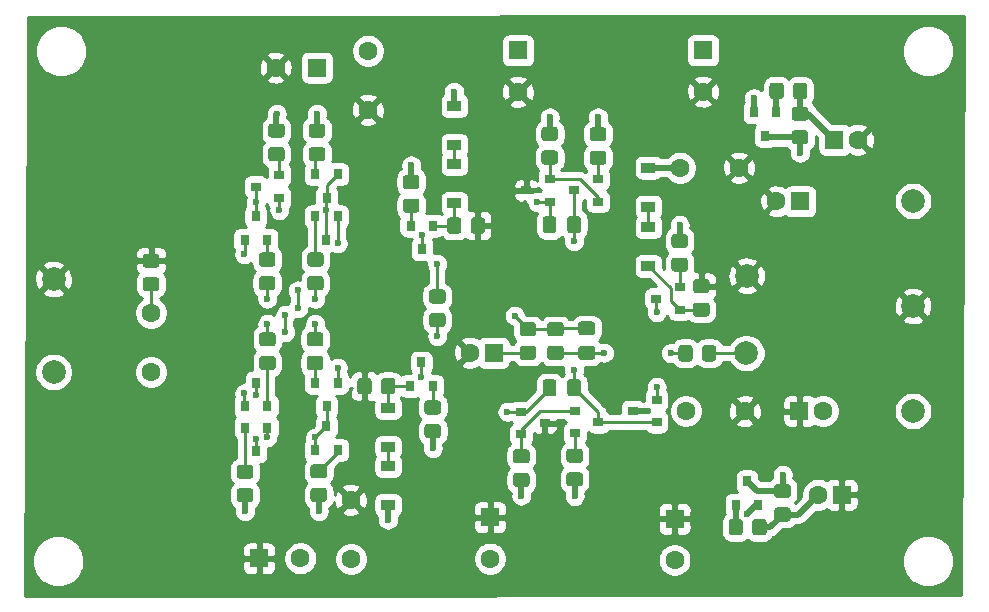
<source format=gbr>
G04 #@! TF.GenerationSoftware,KiCad,Pcbnew,(5.1.8-0-10_14)*
G04 #@! TF.CreationDate,2020-12-22T22:27:09+01:00*
G04 #@! TF.ProjectId,pre-amp-discret,7072652d-616d-4702-9d64-697363726574,rev?*
G04 #@! TF.SameCoordinates,Original*
G04 #@! TF.FileFunction,Copper,L1,Top*
G04 #@! TF.FilePolarity,Positive*
%FSLAX46Y46*%
G04 Gerber Fmt 4.6, Leading zero omitted, Abs format (unit mm)*
G04 Created by KiCad (PCBNEW (5.1.8-0-10_14)) date 2020-12-22 22:27:09*
%MOMM*%
%LPD*%
G01*
G04 APERTURE LIST*
G04 #@! TA.AperFunction,ComponentPad*
%ADD10C,1.600000*%
G04 #@! TD*
G04 #@! TA.AperFunction,ComponentPad*
%ADD11R,1.600000X1.600000*%
G04 #@! TD*
G04 #@! TA.AperFunction,SMDPad,CuDef*
%ADD12R,0.900000X0.800000*%
G04 #@! TD*
G04 #@! TA.AperFunction,SMDPad,CuDef*
%ADD13R,0.800000X0.900000*%
G04 #@! TD*
G04 #@! TA.AperFunction,SMDPad,CuDef*
%ADD14R,1.200000X0.900000*%
G04 #@! TD*
G04 #@! TA.AperFunction,ComponentPad*
%ADD15C,2.000000*%
G04 #@! TD*
G04 #@! TA.AperFunction,ViaPad*
%ADD16C,0.600000*%
G04 #@! TD*
G04 #@! TA.AperFunction,Conductor*
%ADD17C,0.500000*%
G04 #@! TD*
G04 #@! TA.AperFunction,Conductor*
%ADD18C,0.250000*%
G04 #@! TD*
G04 #@! TA.AperFunction,Conductor*
%ADD19C,0.254000*%
G04 #@! TD*
G04 #@! TA.AperFunction,Conductor*
%ADD20C,0.100000*%
G04 #@! TD*
G04 APERTURE END LIST*
G04 #@! TA.AperFunction,SMDPad,CuDef*
G36*
G01*
X187775001Y-138173000D02*
X186874999Y-138173000D01*
G75*
G02*
X186625000Y-137923001I0J249999D01*
G01*
X186625000Y-137222999D01*
G75*
G02*
X186874999Y-136973000I249999J0D01*
G01*
X187775001Y-136973000D01*
G75*
G02*
X188025000Y-137222999I0J-249999D01*
G01*
X188025000Y-137923001D01*
G75*
G02*
X187775001Y-138173000I-249999J0D01*
G01*
G37*
G04 #@! TD.AperFunction*
G04 #@! TA.AperFunction,SMDPad,CuDef*
G36*
G01*
X187775001Y-140173000D02*
X186874999Y-140173000D01*
G75*
G02*
X186625000Y-139923001I0J249999D01*
G01*
X186625000Y-139222999D01*
G75*
G02*
X186874999Y-138973000I249999J0D01*
G01*
X187775001Y-138973000D01*
G75*
G02*
X188025000Y-139222999I0J-249999D01*
G01*
X188025000Y-139923001D01*
G75*
G02*
X187775001Y-140173000I-249999J0D01*
G01*
G37*
G04 #@! TD.AperFunction*
D10*
X162560000Y-143301600D03*
D11*
X162560000Y-139801600D03*
D10*
X164922200Y-103779200D03*
D11*
X164922200Y-100279200D03*
G04 #@! TA.AperFunction,SMDPad,CuDef*
G36*
G01*
X141358199Y-137340800D02*
X142258201Y-137340800D01*
G75*
G02*
X142508200Y-137590799I0J-249999D01*
G01*
X142508200Y-138290801D01*
G75*
G02*
X142258201Y-138540800I-249999J0D01*
G01*
X141358199Y-138540800D01*
G75*
G02*
X141108200Y-138290801I0J249999D01*
G01*
X141108200Y-137590799D01*
G75*
G02*
X141358199Y-137340800I249999J0D01*
G01*
G37*
G04 #@! TD.AperFunction*
G04 #@! TA.AperFunction,SMDPad,CuDef*
G36*
G01*
X141358199Y-135340800D02*
X142258201Y-135340800D01*
G75*
G02*
X142508200Y-135590799I0J-249999D01*
G01*
X142508200Y-136290801D01*
G75*
G02*
X142258201Y-136540800I-249999J0D01*
G01*
X141358199Y-136540800D01*
G75*
G02*
X141108200Y-136290801I0J249999D01*
G01*
X141108200Y-135590799D01*
G75*
G02*
X141358199Y-135340800I249999J0D01*
G01*
G37*
G04 #@! TD.AperFunction*
G04 #@! TA.AperFunction,SMDPad,CuDef*
G36*
G01*
X157639599Y-122507200D02*
X158539601Y-122507200D01*
G75*
G02*
X158789600Y-122757199I0J-249999D01*
G01*
X158789600Y-123457201D01*
G75*
G02*
X158539601Y-123707200I-249999J0D01*
G01*
X157639599Y-123707200D01*
G75*
G02*
X157389600Y-123457201I0J249999D01*
G01*
X157389600Y-122757199D01*
G75*
G02*
X157639599Y-122507200I249999J0D01*
G01*
G37*
G04 #@! TD.AperFunction*
G04 #@! TA.AperFunction,SMDPad,CuDef*
G36*
G01*
X157639599Y-120507200D02*
X158539601Y-120507200D01*
G75*
G02*
X158789600Y-120757199I0J-249999D01*
G01*
X158789600Y-121457201D01*
G75*
G02*
X158539601Y-121707200I-249999J0D01*
G01*
X157639599Y-121707200D01*
G75*
G02*
X157389600Y-121457201I0J249999D01*
G01*
X157389600Y-120757199D01*
G75*
G02*
X157639599Y-120507200I249999J0D01*
G01*
G37*
G04 #@! TD.AperFunction*
D10*
X160864800Y-125882400D03*
D11*
X162864800Y-125882400D03*
D12*
X165614600Y-112130800D03*
X167614600Y-111180800D03*
X167614600Y-113080800D03*
G04 #@! TA.AperFunction,SMDPad,CuDef*
G36*
G01*
X179702000Y-125470499D02*
X179702000Y-126370501D01*
G75*
G02*
X179452001Y-126620500I-249999J0D01*
G01*
X178751999Y-126620500D01*
G75*
G02*
X178502000Y-126370501I0J249999D01*
G01*
X178502000Y-125470499D01*
G75*
G02*
X178751999Y-125220500I249999J0D01*
G01*
X179452001Y-125220500D01*
G75*
G02*
X179702000Y-125470499I0J-249999D01*
G01*
G37*
G04 #@! TD.AperFunction*
G04 #@! TA.AperFunction,SMDPad,CuDef*
G36*
G01*
X181702000Y-125470499D02*
X181702000Y-126370501D01*
G75*
G02*
X181452001Y-126620500I-249999J0D01*
G01*
X180751999Y-126620500D01*
G75*
G02*
X180502000Y-126370501I0J249999D01*
G01*
X180502000Y-125470499D01*
G75*
G02*
X180751999Y-125220500I249999J0D01*
G01*
X181452001Y-125220500D01*
G75*
G02*
X181702000Y-125470499I0J-249999D01*
G01*
G37*
G04 #@! TD.AperFunction*
G04 #@! TA.AperFunction,SMDPad,CuDef*
G36*
G01*
X180891601Y-120824800D02*
X179991599Y-120824800D01*
G75*
G02*
X179741600Y-120574801I0J249999D01*
G01*
X179741600Y-119874799D01*
G75*
G02*
X179991599Y-119624800I249999J0D01*
G01*
X180891601Y-119624800D01*
G75*
G02*
X181141600Y-119874799I0J-249999D01*
G01*
X181141600Y-120574801D01*
G75*
G02*
X180891601Y-120824800I-249999J0D01*
G01*
G37*
G04 #@! TD.AperFunction*
G04 #@! TA.AperFunction,SMDPad,CuDef*
G36*
G01*
X180891601Y-122824800D02*
X179991599Y-122824800D01*
G75*
G02*
X179741600Y-122574801I0J249999D01*
G01*
X179741600Y-121874799D01*
G75*
G02*
X179991599Y-121624800I249999J0D01*
G01*
X180891601Y-121624800D01*
G75*
G02*
X181141600Y-121874799I0J-249999D01*
G01*
X181141600Y-122574801D01*
G75*
G02*
X180891601Y-122824800I-249999J0D01*
G01*
G37*
G04 #@! TD.AperFunction*
G04 #@! TA.AperFunction,SMDPad,CuDef*
G36*
G01*
X169272799Y-135994600D02*
X170172801Y-135994600D01*
G75*
G02*
X170422800Y-136244599I0J-249999D01*
G01*
X170422800Y-136944601D01*
G75*
G02*
X170172801Y-137194600I-249999J0D01*
G01*
X169272799Y-137194600D01*
G75*
G02*
X169022800Y-136944601I0J249999D01*
G01*
X169022800Y-136244599D01*
G75*
G02*
X169272799Y-135994600I249999J0D01*
G01*
G37*
G04 #@! TD.AperFunction*
G04 #@! TA.AperFunction,SMDPad,CuDef*
G36*
G01*
X169272799Y-133994600D02*
X170172801Y-133994600D01*
G75*
G02*
X170422800Y-134244599I0J-249999D01*
G01*
X170422800Y-134944601D01*
G75*
G02*
X170172801Y-135194600I-249999J0D01*
G01*
X169272799Y-135194600D01*
G75*
G02*
X169022800Y-134944601I0J249999D01*
G01*
X169022800Y-134244599D01*
G75*
G02*
X169272799Y-133994600I249999J0D01*
G01*
G37*
G04 #@! TD.AperFunction*
G04 #@! TA.AperFunction,SMDPad,CuDef*
G36*
G01*
X167164599Y-108747000D02*
X168064601Y-108747000D01*
G75*
G02*
X168314600Y-108996999I0J-249999D01*
G01*
X168314600Y-109697001D01*
G75*
G02*
X168064601Y-109947000I-249999J0D01*
G01*
X167164599Y-109947000D01*
G75*
G02*
X166914600Y-109697001I0J249999D01*
G01*
X166914600Y-108996999D01*
G75*
G02*
X167164599Y-108747000I249999J0D01*
G01*
G37*
G04 #@! TD.AperFunction*
G04 #@! TA.AperFunction,SMDPad,CuDef*
G36*
G01*
X167164599Y-106747000D02*
X168064601Y-106747000D01*
G75*
G02*
X168314600Y-106996999I0J-249999D01*
G01*
X168314600Y-107697001D01*
G75*
G02*
X168064601Y-107947000I-249999J0D01*
G01*
X167164599Y-107947000D01*
G75*
G02*
X166914600Y-107697001I0J249999D01*
G01*
X166914600Y-106996999D01*
G75*
G02*
X167164599Y-106747000I249999J0D01*
G01*
G37*
G04 #@! TD.AperFunction*
G04 #@! TA.AperFunction,SMDPad,CuDef*
G36*
G01*
X153333400Y-129151801D02*
X153333400Y-128251799D01*
G75*
G02*
X153583399Y-128001800I249999J0D01*
G01*
X154283401Y-128001800D01*
G75*
G02*
X154533400Y-128251799I0J-249999D01*
G01*
X154533400Y-129151801D01*
G75*
G02*
X154283401Y-129401800I-249999J0D01*
G01*
X153583399Y-129401800D01*
G75*
G02*
X153333400Y-129151801I0J249999D01*
G01*
G37*
G04 #@! TD.AperFunction*
G04 #@! TA.AperFunction,SMDPad,CuDef*
G36*
G01*
X151333400Y-129151801D02*
X151333400Y-128251799D01*
G75*
G02*
X151583399Y-128001800I249999J0D01*
G01*
X152283401Y-128001800D01*
G75*
G02*
X152533400Y-128251799I0J-249999D01*
G01*
X152533400Y-129151801D01*
G75*
G02*
X152283401Y-129401800I-249999J0D01*
G01*
X151583399Y-129401800D01*
G75*
G02*
X151333400Y-129151801I0J249999D01*
G01*
G37*
G04 #@! TD.AperFunction*
G04 #@! TA.AperFunction,SMDPad,CuDef*
G36*
G01*
X147327199Y-119383000D02*
X148227201Y-119383000D01*
G75*
G02*
X148477200Y-119632999I0J-249999D01*
G01*
X148477200Y-120333001D01*
G75*
G02*
X148227201Y-120583000I-249999J0D01*
G01*
X147327199Y-120583000D01*
G75*
G02*
X147077200Y-120333001I0J249999D01*
G01*
X147077200Y-119632999D01*
G75*
G02*
X147327199Y-119383000I249999J0D01*
G01*
G37*
G04 #@! TD.AperFunction*
G04 #@! TA.AperFunction,SMDPad,CuDef*
G36*
G01*
X147327199Y-117383000D02*
X148227201Y-117383000D01*
G75*
G02*
X148477200Y-117632999I0J-249999D01*
G01*
X148477200Y-118333001D01*
G75*
G02*
X148227201Y-118583000I-249999J0D01*
G01*
X147327199Y-118583000D01*
G75*
G02*
X147077200Y-118333001I0J249999D01*
G01*
X147077200Y-117632999D01*
G75*
G02*
X147327199Y-117383000I249999J0D01*
G01*
G37*
G04 #@! TD.AperFunction*
G04 #@! TA.AperFunction,SMDPad,CuDef*
G36*
G01*
X147454199Y-108467600D02*
X148354201Y-108467600D01*
G75*
G02*
X148604200Y-108717599I0J-249999D01*
G01*
X148604200Y-109417601D01*
G75*
G02*
X148354201Y-109667600I-249999J0D01*
G01*
X147454199Y-109667600D01*
G75*
G02*
X147204200Y-109417601I0J249999D01*
G01*
X147204200Y-108717599D01*
G75*
G02*
X147454199Y-108467600I249999J0D01*
G01*
G37*
G04 #@! TD.AperFunction*
G04 #@! TA.AperFunction,SMDPad,CuDef*
G36*
G01*
X147454199Y-106467600D02*
X148354201Y-106467600D01*
G75*
G02*
X148604200Y-106717599I0J-249999D01*
G01*
X148604200Y-107417601D01*
G75*
G02*
X148354201Y-107667600I-249999J0D01*
G01*
X147454199Y-107667600D01*
G75*
G02*
X147204200Y-107417601I0J249999D01*
G01*
X147204200Y-106717599D01*
G75*
G02*
X147454199Y-106467600I249999J0D01*
G01*
G37*
G04 #@! TD.AperFunction*
G04 #@! TA.AperFunction,SMDPad,CuDef*
G36*
G01*
X157258599Y-131905200D02*
X158158601Y-131905200D01*
G75*
G02*
X158408600Y-132155199I0J-249999D01*
G01*
X158408600Y-132855201D01*
G75*
G02*
X158158601Y-133105200I-249999J0D01*
G01*
X157258599Y-133105200D01*
G75*
G02*
X157008600Y-132855201I0J249999D01*
G01*
X157008600Y-132155199D01*
G75*
G02*
X157258599Y-131905200I249999J0D01*
G01*
G37*
G04 #@! TD.AperFunction*
G04 #@! TA.AperFunction,SMDPad,CuDef*
G36*
G01*
X157258599Y-129905200D02*
X158158601Y-129905200D01*
G75*
G02*
X158408600Y-130155199I0J-249999D01*
G01*
X158408600Y-130855201D01*
G75*
G02*
X158158601Y-131105200I-249999J0D01*
G01*
X157258599Y-131105200D01*
G75*
G02*
X157008600Y-130855201I0J249999D01*
G01*
X157008600Y-130155199D01*
G75*
G02*
X157258599Y-129905200I249999J0D01*
G01*
G37*
G04 #@! TD.AperFunction*
G04 #@! TA.AperFunction,SMDPad,CuDef*
G36*
G01*
X143237799Y-119383000D02*
X144137801Y-119383000D01*
G75*
G02*
X144387800Y-119632999I0J-249999D01*
G01*
X144387800Y-120333001D01*
G75*
G02*
X144137801Y-120583000I-249999J0D01*
G01*
X143237799Y-120583000D01*
G75*
G02*
X142987800Y-120333001I0J249999D01*
G01*
X142987800Y-119632999D01*
G75*
G02*
X143237799Y-119383000I249999J0D01*
G01*
G37*
G04 #@! TD.AperFunction*
G04 #@! TA.AperFunction,SMDPad,CuDef*
G36*
G01*
X143237799Y-117383000D02*
X144137801Y-117383000D01*
G75*
G02*
X144387800Y-117632999I0J-249999D01*
G01*
X144387800Y-118333001D01*
G75*
G02*
X144137801Y-118583000I-249999J0D01*
G01*
X143237799Y-118583000D01*
G75*
G02*
X142987800Y-118333001I0J249999D01*
G01*
X142987800Y-117632999D01*
G75*
G02*
X143237799Y-117383000I249999J0D01*
G01*
G37*
G04 #@! TD.AperFunction*
G04 #@! TA.AperFunction,SMDPad,CuDef*
G36*
G01*
X144025199Y-108467600D02*
X144925201Y-108467600D01*
G75*
G02*
X145175200Y-108717599I0J-249999D01*
G01*
X145175200Y-109417601D01*
G75*
G02*
X144925201Y-109667600I-249999J0D01*
G01*
X144025199Y-109667600D01*
G75*
G02*
X143775200Y-109417601I0J249999D01*
G01*
X143775200Y-108717599D01*
G75*
G02*
X144025199Y-108467600I249999J0D01*
G01*
G37*
G04 #@! TD.AperFunction*
G04 #@! TA.AperFunction,SMDPad,CuDef*
G36*
G01*
X144025199Y-106467600D02*
X144925201Y-106467600D01*
G75*
G02*
X145175200Y-106717599I0J-249999D01*
G01*
X145175200Y-107417601D01*
G75*
G02*
X144925201Y-107667600I-249999J0D01*
G01*
X144025199Y-107667600D01*
G75*
G02*
X143775200Y-107417601I0J249999D01*
G01*
X143775200Y-106717599D01*
G75*
G02*
X144025199Y-106467600I249999J0D01*
G01*
G37*
G04 #@! TD.AperFunction*
D13*
X148701800Y-116325400D03*
X147751800Y-114325400D03*
X149651800Y-114325400D03*
X148717000Y-112750600D03*
X147767000Y-110750600D03*
X149667000Y-110750600D03*
X156743400Y-126695200D03*
X157693400Y-128695200D03*
X155793400Y-128695200D03*
D12*
X142729200Y-111800600D03*
X144729200Y-110850600D03*
X144729200Y-112750600D03*
D13*
X142722600Y-114332000D03*
X143672600Y-116332000D03*
X141772600Y-116332000D03*
D14*
X175971200Y-115240800D03*
X175971200Y-118540800D03*
X175971200Y-110212600D03*
X175971200Y-113512600D03*
X153924000Y-135458200D03*
X153924000Y-138758200D03*
X153924000Y-130557000D03*
X153924000Y-133857000D03*
G04 #@! TA.AperFunction,SMDPad,CuDef*
G36*
G01*
X168184500Y-114561600D02*
X168184500Y-115511600D01*
G75*
G02*
X167934500Y-115761600I-250000J0D01*
G01*
X167259500Y-115761600D01*
G75*
G02*
X167009500Y-115511600I0J250000D01*
G01*
X167009500Y-114561600D01*
G75*
G02*
X167259500Y-114311600I250000J0D01*
G01*
X167934500Y-114311600D01*
G75*
G02*
X168184500Y-114561600I0J-250000D01*
G01*
G37*
G04 #@! TD.AperFunction*
G04 #@! TA.AperFunction,SMDPad,CuDef*
G36*
G01*
X170259500Y-114561600D02*
X170259500Y-115511600D01*
G75*
G02*
X170009500Y-115761600I-250000J0D01*
G01*
X169334500Y-115761600D01*
G75*
G02*
X169084500Y-115511600I0J250000D01*
G01*
X169084500Y-114561600D01*
G75*
G02*
X169334500Y-114311600I250000J0D01*
G01*
X170009500Y-114311600D01*
G75*
G02*
X170259500Y-114561600I0J-250000D01*
G01*
G37*
G04 #@! TD.AperFunction*
D10*
X146502000Y-143281400D03*
D11*
X143002000Y-143281400D03*
D10*
X144404200Y-101727000D03*
D11*
X147904200Y-101727000D03*
D10*
X178181000Y-143433800D03*
D11*
X178181000Y-139933800D03*
D10*
X180594000Y-103766500D03*
D11*
X180594000Y-100266500D03*
D10*
X190322200Y-137896600D03*
D11*
X192322200Y-137896600D03*
D10*
X190754000Y-130810000D03*
D11*
X188754000Y-130810000D03*
D10*
X193719200Y-107848400D03*
D11*
X191719200Y-107848400D03*
D10*
X186798200Y-113055400D03*
D11*
X188798200Y-113055400D03*
G04 #@! TA.AperFunction,SMDPad,CuDef*
G36*
G01*
X183969200Y-140189799D02*
X183969200Y-141089801D01*
G75*
G02*
X183719201Y-141339800I-249999J0D01*
G01*
X183019199Y-141339800D01*
G75*
G02*
X182769200Y-141089801I0J249999D01*
G01*
X182769200Y-140189799D01*
G75*
G02*
X183019199Y-139939800I249999J0D01*
G01*
X183719201Y-139939800D01*
G75*
G02*
X183969200Y-140189799I0J-249999D01*
G01*
G37*
G04 #@! TD.AperFunction*
G04 #@! TA.AperFunction,SMDPad,CuDef*
G36*
G01*
X185969200Y-140189799D02*
X185969200Y-141089801D01*
G75*
G02*
X185719201Y-141339800I-249999J0D01*
G01*
X185019199Y-141339800D01*
G75*
G02*
X184769200Y-141089801I0J249999D01*
G01*
X184769200Y-140189799D01*
G75*
G02*
X185019199Y-139939800I249999J0D01*
G01*
X185719201Y-139939800D01*
G75*
G02*
X185969200Y-140189799I0J-249999D01*
G01*
G37*
G04 #@! TD.AperFunction*
G04 #@! TA.AperFunction,SMDPad,CuDef*
G36*
G01*
X187417000Y-103258199D02*
X187417000Y-104158201D01*
G75*
G02*
X187167001Y-104408200I-249999J0D01*
G01*
X186466999Y-104408200D01*
G75*
G02*
X186217000Y-104158201I0J249999D01*
G01*
X186217000Y-103258199D01*
G75*
G02*
X186466999Y-103008200I249999J0D01*
G01*
X187167001Y-103008200D01*
G75*
G02*
X187417000Y-103258199I0J-249999D01*
G01*
G37*
G04 #@! TD.AperFunction*
G04 #@! TA.AperFunction,SMDPad,CuDef*
G36*
G01*
X189417000Y-103258199D02*
X189417000Y-104158201D01*
G75*
G02*
X189167001Y-104408200I-249999J0D01*
G01*
X188466999Y-104408200D01*
G75*
G02*
X188217000Y-104158201I0J249999D01*
G01*
X188217000Y-103258199D01*
G75*
G02*
X188466999Y-103008200I249999J0D01*
G01*
X189167001Y-103008200D01*
G75*
G02*
X189417000Y-103258199I0J-249999D01*
G01*
G37*
G04 #@! TD.AperFunction*
G04 #@! TA.AperFunction,SMDPad,CuDef*
G36*
G01*
X188348199Y-107038600D02*
X189248201Y-107038600D01*
G75*
G02*
X189498200Y-107288599I0J-249999D01*
G01*
X189498200Y-107988601D01*
G75*
G02*
X189248201Y-108238600I-249999J0D01*
G01*
X188348199Y-108238600D01*
G75*
G02*
X188098200Y-107988601I0J249999D01*
G01*
X188098200Y-107288599D01*
G75*
G02*
X188348199Y-107038600I249999J0D01*
G01*
G37*
G04 #@! TD.AperFunction*
G04 #@! TA.AperFunction,SMDPad,CuDef*
G36*
G01*
X188348199Y-105038600D02*
X189248201Y-105038600D01*
G75*
G02*
X189498200Y-105288599I0J-249999D01*
G01*
X189498200Y-105988601D01*
G75*
G02*
X189248201Y-106238600I-249999J0D01*
G01*
X188348199Y-106238600D01*
G75*
G02*
X188098200Y-105988601I0J249999D01*
G01*
X188098200Y-105288599D01*
G75*
G02*
X188348199Y-105038600I249999J0D01*
G01*
G37*
G04 #@! TD.AperFunction*
D10*
X150774400Y-138328400D03*
X150774400Y-143328400D03*
X152222200Y-100304600D03*
X152222200Y-105304600D03*
X184133500Y-130810000D03*
X179133500Y-130810000D03*
X178642000Y-110210600D03*
X183642000Y-110210600D03*
D15*
X184302400Y-119354600D03*
X184251600Y-125907800D03*
X198374000Y-121920000D03*
X125603000Y-127508000D03*
X198374000Y-130810000D03*
X125603000Y-119634000D03*
X198374000Y-113030000D03*
D13*
X148706800Y-132112000D03*
X149656800Y-134112000D03*
X147756800Y-134112000D03*
D12*
X174657000Y-130807500D03*
X176657000Y-129857500D03*
X176657000Y-131757500D03*
G04 #@! TA.AperFunction,SMDPad,CuDef*
G36*
G01*
X155429799Y-112820400D02*
X156329801Y-112820400D01*
G75*
G02*
X156579800Y-113070399I0J-249999D01*
G01*
X156579800Y-113770401D01*
G75*
G02*
X156329801Y-114020400I-249999J0D01*
G01*
X155429799Y-114020400D01*
G75*
G02*
X155179800Y-113770401I0J249999D01*
G01*
X155179800Y-113070399D01*
G75*
G02*
X155429799Y-112820400I249999J0D01*
G01*
G37*
G04 #@! TD.AperFunction*
G04 #@! TA.AperFunction,SMDPad,CuDef*
G36*
G01*
X155429799Y-110820400D02*
X156329801Y-110820400D01*
G75*
G02*
X156579800Y-111070399I0J-249999D01*
G01*
X156579800Y-111770401D01*
G75*
G02*
X156329801Y-112020400I-249999J0D01*
G01*
X155429799Y-112020400D01*
G75*
G02*
X155179800Y-111770401I0J249999D01*
G01*
X155179800Y-111070399D01*
G75*
G02*
X155429799Y-110820400I249999J0D01*
G01*
G37*
G04 #@! TD.AperFunction*
G04 #@! TA.AperFunction,SMDPad,CuDef*
G36*
G01*
X168184500Y-128366500D02*
X168184500Y-129316500D01*
G75*
G02*
X167934500Y-129566500I-250000J0D01*
G01*
X167259500Y-129566500D01*
G75*
G02*
X167009500Y-129316500I0J250000D01*
G01*
X167009500Y-128366500D01*
G75*
G02*
X167259500Y-128116500I250000J0D01*
G01*
X167934500Y-128116500D01*
G75*
G02*
X168184500Y-128366500I0J-250000D01*
G01*
G37*
G04 #@! TD.AperFunction*
G04 #@! TA.AperFunction,SMDPad,CuDef*
G36*
G01*
X170259500Y-128366500D02*
X170259500Y-129316500D01*
G75*
G02*
X170009500Y-129566500I-250000J0D01*
G01*
X169334500Y-129566500D01*
G75*
G02*
X169084500Y-129316500I0J250000D01*
G01*
X169084500Y-128366500D01*
G75*
G02*
X169334500Y-128116500I250000J0D01*
G01*
X170009500Y-128116500D01*
G75*
G02*
X170259500Y-128366500I0J-250000D01*
G01*
G37*
G04 #@! TD.AperFunction*
G04 #@! TA.AperFunction,SMDPad,CuDef*
G36*
G01*
X171213800Y-124394900D02*
X170263800Y-124394900D01*
G75*
G02*
X170013800Y-124144900I0J250000D01*
G01*
X170013800Y-123469900D01*
G75*
G02*
X170263800Y-123219900I250000J0D01*
G01*
X171213800Y-123219900D01*
G75*
G02*
X171463800Y-123469900I0J-250000D01*
G01*
X171463800Y-124144900D01*
G75*
G02*
X171213800Y-124394900I-250000J0D01*
G01*
G37*
G04 #@! TD.AperFunction*
G04 #@! TA.AperFunction,SMDPad,CuDef*
G36*
G01*
X171213800Y-126469900D02*
X170263800Y-126469900D01*
G75*
G02*
X170013800Y-126219900I0J250000D01*
G01*
X170013800Y-125544900D01*
G75*
G02*
X170263800Y-125294900I250000J0D01*
G01*
X171213800Y-125294900D01*
G75*
G02*
X171463800Y-125544900I0J-250000D01*
G01*
X171463800Y-126219900D01*
G75*
G02*
X171213800Y-126469900I-250000J0D01*
G01*
G37*
G04 #@! TD.AperFunction*
X178625500Y-122232500D03*
X178625500Y-120332500D03*
X176625500Y-121282500D03*
G04 #@! TA.AperFunction,SMDPad,CuDef*
G36*
G01*
X134308001Y-118675200D02*
X133407999Y-118675200D01*
G75*
G02*
X133158000Y-118425201I0J249999D01*
G01*
X133158000Y-117725199D01*
G75*
G02*
X133407999Y-117475200I249999J0D01*
G01*
X134308001Y-117475200D01*
G75*
G02*
X134558000Y-117725199I0J-249999D01*
G01*
X134558000Y-118425201D01*
G75*
G02*
X134308001Y-118675200I-249999J0D01*
G01*
G37*
G04 #@! TD.AperFunction*
G04 #@! TA.AperFunction,SMDPad,CuDef*
G36*
G01*
X134308001Y-120675200D02*
X133407999Y-120675200D01*
G75*
G02*
X133158000Y-120425201I0J249999D01*
G01*
X133158000Y-119725199D01*
G75*
G02*
X133407999Y-119475200I249999J0D01*
G01*
X134308001Y-119475200D01*
G75*
G02*
X134558000Y-119725199I0J-249999D01*
G01*
X134558000Y-120425201D01*
G75*
G02*
X134308001Y-120675200I-249999J0D01*
G01*
G37*
G04 #@! TD.AperFunction*
G04 #@! TA.AperFunction,SMDPad,CuDef*
G36*
G01*
X178162799Y-117814800D02*
X179062801Y-117814800D01*
G75*
G02*
X179312800Y-118064799I0J-249999D01*
G01*
X179312800Y-118764801D01*
G75*
G02*
X179062801Y-119014800I-249999J0D01*
G01*
X178162799Y-119014800D01*
G75*
G02*
X177912800Y-118764801I0J249999D01*
G01*
X177912800Y-118064799D01*
G75*
G02*
X178162799Y-117814800I249999J0D01*
G01*
G37*
G04 #@! TD.AperFunction*
G04 #@! TA.AperFunction,SMDPad,CuDef*
G36*
G01*
X178162799Y-115814800D02*
X179062801Y-115814800D01*
G75*
G02*
X179312800Y-116064799I0J-249999D01*
G01*
X179312800Y-116764801D01*
G75*
G02*
X179062801Y-117014800I-249999J0D01*
G01*
X178162799Y-117014800D01*
G75*
G02*
X177912800Y-116764801I0J249999D01*
G01*
X177912800Y-116064799D01*
G75*
G02*
X178162799Y-115814800I249999J0D01*
G01*
G37*
G04 #@! TD.AperFunction*
G04 #@! TA.AperFunction,SMDPad,CuDef*
G36*
G01*
X171253999Y-108772400D02*
X172154001Y-108772400D01*
G75*
G02*
X172404000Y-109022399I0J-249999D01*
G01*
X172404000Y-109722401D01*
G75*
G02*
X172154001Y-109972400I-249999J0D01*
G01*
X171253999Y-109972400D01*
G75*
G02*
X171004000Y-109722401I0J249999D01*
G01*
X171004000Y-109022399D01*
G75*
G02*
X171253999Y-108772400I249999J0D01*
G01*
G37*
G04 #@! TD.AperFunction*
G04 #@! TA.AperFunction,SMDPad,CuDef*
G36*
G01*
X171253999Y-106772400D02*
X172154001Y-106772400D01*
G75*
G02*
X172404000Y-107022399I0J-249999D01*
G01*
X172404000Y-107722401D01*
G75*
G02*
X172154001Y-107972400I-249999J0D01*
G01*
X171253999Y-107972400D01*
G75*
G02*
X171004000Y-107722401I0J249999D01*
G01*
X171004000Y-107022399D01*
G75*
G02*
X171253999Y-106772400I249999J0D01*
G01*
G37*
G04 #@! TD.AperFunction*
G04 #@! TA.AperFunction,SMDPad,CuDef*
G36*
G01*
X164751599Y-136045400D02*
X165651601Y-136045400D01*
G75*
G02*
X165901600Y-136295399I0J-249999D01*
G01*
X165901600Y-136995401D01*
G75*
G02*
X165651601Y-137245400I-249999J0D01*
G01*
X164751599Y-137245400D01*
G75*
G02*
X164501600Y-136995401I0J249999D01*
G01*
X164501600Y-136295399D01*
G75*
G02*
X164751599Y-136045400I249999J0D01*
G01*
G37*
G04 #@! TD.AperFunction*
G04 #@! TA.AperFunction,SMDPad,CuDef*
G36*
G01*
X164751599Y-134045400D02*
X165651601Y-134045400D01*
G75*
G02*
X165901600Y-134295399I0J-249999D01*
G01*
X165901600Y-134995401D01*
G75*
G02*
X165651601Y-135245400I-249999J0D01*
G01*
X164751599Y-135245400D01*
G75*
G02*
X164501600Y-134995401I0J249999D01*
G01*
X164501600Y-134295399D01*
G75*
G02*
X164751599Y-134045400I249999J0D01*
G01*
G37*
G04 #@! TD.AperFunction*
G04 #@! TA.AperFunction,SMDPad,CuDef*
G36*
G01*
X168547201Y-124482400D02*
X167647199Y-124482400D01*
G75*
G02*
X167397200Y-124232401I0J249999D01*
G01*
X167397200Y-123532399D01*
G75*
G02*
X167647199Y-123282400I249999J0D01*
G01*
X168547201Y-123282400D01*
G75*
G02*
X168797200Y-123532399I0J-249999D01*
G01*
X168797200Y-124232401D01*
G75*
G02*
X168547201Y-124482400I-249999J0D01*
G01*
G37*
G04 #@! TD.AperFunction*
G04 #@! TA.AperFunction,SMDPad,CuDef*
G36*
G01*
X168547201Y-126482400D02*
X167647199Y-126482400D01*
G75*
G02*
X167397200Y-126232401I0J249999D01*
G01*
X167397200Y-125532399D01*
G75*
G02*
X167647199Y-125282400I249999J0D01*
G01*
X168547201Y-125282400D01*
G75*
G02*
X168797200Y-125532399I0J-249999D01*
G01*
X168797200Y-126232401D01*
G75*
G02*
X168547201Y-126482400I-249999J0D01*
G01*
G37*
G04 #@! TD.AperFunction*
G04 #@! TA.AperFunction,SMDPad,CuDef*
G36*
G01*
X165310399Y-125282400D02*
X166210401Y-125282400D01*
G75*
G02*
X166460400Y-125532399I0J-249999D01*
G01*
X166460400Y-126232401D01*
G75*
G02*
X166210401Y-126482400I-249999J0D01*
G01*
X165310399Y-126482400D01*
G75*
G02*
X165060400Y-126232401I0J249999D01*
G01*
X165060400Y-125532399D01*
G75*
G02*
X165310399Y-125282400I249999J0D01*
G01*
G37*
G04 #@! TD.AperFunction*
G04 #@! TA.AperFunction,SMDPad,CuDef*
G36*
G01*
X165310399Y-123282400D02*
X166210401Y-123282400D01*
G75*
G02*
X166460400Y-123532399I0J-249999D01*
G01*
X166460400Y-124232401D01*
G75*
G02*
X166210401Y-124482400I-249999J0D01*
G01*
X165310399Y-124482400D01*
G75*
G02*
X165060400Y-124232401I0J249999D01*
G01*
X165060400Y-123532399D01*
G75*
G02*
X165310399Y-123282400I249999J0D01*
G01*
G37*
G04 #@! TD.AperFunction*
G04 #@! TA.AperFunction,SMDPad,CuDef*
G36*
G01*
X160928000Y-115562801D02*
X160928000Y-114662799D01*
G75*
G02*
X161177999Y-114412800I249999J0D01*
G01*
X161878001Y-114412800D01*
G75*
G02*
X162128000Y-114662799I0J-249999D01*
G01*
X162128000Y-115562801D01*
G75*
G02*
X161878001Y-115812800I-249999J0D01*
G01*
X161177999Y-115812800D01*
G75*
G02*
X160928000Y-115562801I0J249999D01*
G01*
G37*
G04 #@! TD.AperFunction*
G04 #@! TA.AperFunction,SMDPad,CuDef*
G36*
G01*
X158928000Y-115562801D02*
X158928000Y-114662799D01*
G75*
G02*
X159177999Y-114412800I249999J0D01*
G01*
X159878001Y-114412800D01*
G75*
G02*
X160128000Y-114662799I0J-249999D01*
G01*
X160128000Y-115562801D01*
G75*
G02*
X159878001Y-115812800I-249999J0D01*
G01*
X159177999Y-115812800D01*
G75*
G02*
X158928000Y-115562801I0J249999D01*
G01*
G37*
G04 #@! TD.AperFunction*
G04 #@! TA.AperFunction,SMDPad,CuDef*
G36*
G01*
X147606599Y-137315400D02*
X148506601Y-137315400D01*
G75*
G02*
X148756600Y-137565399I0J-249999D01*
G01*
X148756600Y-138265401D01*
G75*
G02*
X148506601Y-138515400I-249999J0D01*
G01*
X147606599Y-138515400D01*
G75*
G02*
X147356600Y-138265401I0J249999D01*
G01*
X147356600Y-137565399D01*
G75*
G02*
X147606599Y-137315400I249999J0D01*
G01*
G37*
G04 #@! TD.AperFunction*
G04 #@! TA.AperFunction,SMDPad,CuDef*
G36*
G01*
X147606599Y-135315400D02*
X148506601Y-135315400D01*
G75*
G02*
X148756600Y-135565399I0J-249999D01*
G01*
X148756600Y-136265401D01*
G75*
G02*
X148506601Y-136515400I-249999J0D01*
G01*
X147606599Y-136515400D01*
G75*
G02*
X147356600Y-136265401I0J249999D01*
G01*
X147356600Y-135565399D01*
G75*
G02*
X147606599Y-135315400I249999J0D01*
G01*
G37*
G04 #@! TD.AperFunction*
G04 #@! TA.AperFunction,SMDPad,CuDef*
G36*
G01*
X147301799Y-126139400D02*
X148201801Y-126139400D01*
G75*
G02*
X148451800Y-126389399I0J-249999D01*
G01*
X148451800Y-127089401D01*
G75*
G02*
X148201801Y-127339400I-249999J0D01*
G01*
X147301799Y-127339400D01*
G75*
G02*
X147051800Y-127089401I0J249999D01*
G01*
X147051800Y-126389399D01*
G75*
G02*
X147301799Y-126139400I249999J0D01*
G01*
G37*
G04 #@! TD.AperFunction*
G04 #@! TA.AperFunction,SMDPad,CuDef*
G36*
G01*
X147301799Y-124139400D02*
X148201801Y-124139400D01*
G75*
G02*
X148451800Y-124389399I0J-249999D01*
G01*
X148451800Y-125089401D01*
G75*
G02*
X148201801Y-125339400I-249999J0D01*
G01*
X147301799Y-125339400D01*
G75*
G02*
X147051800Y-125089401I0J249999D01*
G01*
X147051800Y-124389399D01*
G75*
G02*
X147301799Y-124139400I249999J0D01*
G01*
G37*
G04 #@! TD.AperFunction*
G04 #@! TA.AperFunction,SMDPad,CuDef*
G36*
G01*
X143263199Y-126139400D02*
X144163201Y-126139400D01*
G75*
G02*
X144413200Y-126389399I0J-249999D01*
G01*
X144413200Y-127089401D01*
G75*
G02*
X144163201Y-127339400I-249999J0D01*
G01*
X143263199Y-127339400D01*
G75*
G02*
X143013200Y-127089401I0J249999D01*
G01*
X143013200Y-126389399D01*
G75*
G02*
X143263199Y-126139400I249999J0D01*
G01*
G37*
G04 #@! TD.AperFunction*
G04 #@! TA.AperFunction,SMDPad,CuDef*
G36*
G01*
X143263199Y-124139400D02*
X144163201Y-124139400D01*
G75*
G02*
X144413200Y-124389399I0J-249999D01*
G01*
X144413200Y-125089401D01*
G75*
G02*
X144163201Y-125339400I-249999J0D01*
G01*
X143263199Y-125339400D01*
G75*
G02*
X143013200Y-125089401I0J249999D01*
G01*
X143013200Y-124389399D01*
G75*
G02*
X143263199Y-124139400I249999J0D01*
G01*
G37*
G04 #@! TD.AperFunction*
D13*
X184327800Y-136753600D03*
X185277800Y-138753600D03*
X183377800Y-138753600D03*
X185862000Y-107511600D03*
X184912000Y-105511600D03*
X186812000Y-105511600D03*
D12*
X171735500Y-131760000D03*
X169735500Y-132710000D03*
X169735500Y-130810000D03*
X169704000Y-112130800D03*
X171704000Y-111180800D03*
X171704000Y-113080800D03*
X167195500Y-131826000D03*
X165195500Y-132776000D03*
X165195500Y-130876000D03*
D13*
X148717000Y-130422400D03*
X147767000Y-128422400D03*
X149667000Y-128422400D03*
X156794200Y-117119400D03*
X155844200Y-115119400D03*
X157744200Y-115119400D03*
X142763200Y-134232400D03*
X141813200Y-132232400D03*
X143713200Y-132232400D03*
X142763200Y-128403600D03*
X143713200Y-130403600D03*
X141813200Y-130403600D03*
D14*
X159537400Y-109906800D03*
X159537400Y-113206800D03*
X159537400Y-104980200D03*
X159537400Y-108280200D03*
D10*
X133858000Y-127491500D03*
X133858000Y-122491500D03*
D16*
X178612800Y-115062000D03*
X167614600Y-105943400D03*
X171704000Y-105943400D03*
X159512000Y-103759000D03*
X155879800Y-110007400D03*
X144500600Y-105638600D03*
X147904200Y-105638600D03*
X184912000Y-104317800D03*
X141757400Y-117551200D03*
X141757400Y-129311400D03*
X175895000Y-130810000D03*
X165201600Y-137972800D03*
X169722800Y-137998200D03*
X153924000Y-140004800D03*
X157708600Y-133959600D03*
X148056600Y-139293600D03*
X141808200Y-139293600D03*
X184277000Y-139522200D03*
X164020500Y-130873500D03*
X158089600Y-124460000D03*
X142773400Y-133172200D03*
X142773400Y-129463800D03*
X188798200Y-108940600D03*
X187325000Y-136194800D03*
X143713200Y-133045200D03*
X147751800Y-133045200D03*
X143713200Y-123418600D03*
X147751800Y-123418600D03*
X146304000Y-120599200D03*
X146304000Y-122123200D03*
X156819600Y-115925600D03*
X164642800Y-122732800D03*
X149656800Y-127127000D03*
X149656800Y-116611400D03*
X176657000Y-122428000D03*
X176657000Y-128778000D03*
X172212000Y-125882400D03*
X177850800Y-125907800D03*
X169672000Y-127304800D03*
X169672000Y-116433600D03*
X158089600Y-118364000D03*
X166547800Y-113106200D03*
X142722600Y-113131600D03*
X144729200Y-113792000D03*
X148691600Y-113792000D03*
X143687800Y-121310400D03*
X147777200Y-121310400D03*
X156743400Y-127889000D03*
X145237200Y-124129800D03*
X145237200Y-122656600D03*
D17*
X175973200Y-110210600D02*
X175971200Y-110212600D01*
X178642000Y-110210600D02*
X175973200Y-110210600D01*
X178612800Y-115062000D02*
X178612800Y-116414800D01*
D18*
X167640000Y-107372400D02*
X167614600Y-107347000D01*
D17*
X167614600Y-107347000D02*
X167614600Y-105943400D01*
X171704000Y-105943400D02*
X171704000Y-107372400D01*
X159537400Y-103784400D02*
X159512000Y-103759000D01*
X159537400Y-104980200D02*
X159537400Y-103784400D01*
X155879800Y-110007400D02*
X155879800Y-111420400D01*
X144475200Y-105664000D02*
X144500600Y-105638600D01*
X144475200Y-107067600D02*
X144475200Y-105664000D01*
X147904200Y-105638600D02*
X147904200Y-107067600D01*
X184912000Y-105511600D02*
X184912000Y-104317800D01*
D18*
X125619500Y-127491500D02*
X125603000Y-127508000D01*
X133858000Y-122491500D02*
X133858000Y-120075200D01*
X141772600Y-117536000D02*
X141757400Y-117551200D01*
X141772600Y-116332000D02*
X141772600Y-117536000D01*
X141757400Y-130347800D02*
X141813200Y-130403600D01*
X141757400Y-129311400D02*
X141757400Y-130347800D01*
D17*
X175892500Y-130807500D02*
X175895000Y-130810000D01*
X174657000Y-130807500D02*
X175892500Y-130807500D01*
D18*
X165252400Y-136594600D02*
X165201600Y-136645400D01*
D17*
X165201600Y-136645400D02*
X165201600Y-137972800D01*
X169722800Y-137998200D02*
X169722800Y-136594600D01*
X153924000Y-138758200D02*
X153924000Y-140004800D01*
X157708600Y-133959600D02*
X157708600Y-132505200D01*
X148056600Y-137915400D02*
X148056600Y-139293600D01*
X141808200Y-139293600D02*
X141808200Y-137940800D01*
X185045600Y-138753600D02*
X184277000Y-139522200D01*
X185277800Y-138753600D02*
X185045600Y-138753600D01*
D18*
X165760400Y-125882400D02*
X162864800Y-125882400D01*
X164023000Y-130876000D02*
X164020500Y-130873500D01*
X165195500Y-130876000D02*
X164023000Y-130876000D01*
X165562500Y-130876000D02*
X167597000Y-128841500D01*
X165195500Y-130876000D02*
X165562500Y-130876000D01*
X158089600Y-123107200D02*
X158089600Y-124460000D01*
X142763200Y-133182400D02*
X142773400Y-133172200D01*
X142763200Y-134232400D02*
X142763200Y-133182400D01*
X142773400Y-128413800D02*
X142763200Y-128403600D01*
X142773400Y-129463800D02*
X142773400Y-128413800D01*
D17*
X188798200Y-108940600D02*
X188798200Y-107638600D01*
X185989000Y-107638600D02*
X185862000Y-107511600D01*
X188798200Y-107638600D02*
X185989000Y-107638600D01*
X188798200Y-103727000D02*
X188817000Y-103708200D01*
X188798200Y-105638600D02*
X188798200Y-103727000D01*
X189509400Y-105638600D02*
X191719200Y-107848400D01*
X188798200Y-105638600D02*
X189509400Y-105638600D01*
X185147200Y-137573000D02*
X184327800Y-136753600D01*
X187325000Y-137573000D02*
X185147200Y-137573000D01*
X187325000Y-137573000D02*
X187325000Y-136194800D01*
X186258200Y-140639800D02*
X187325000Y-139573000D01*
X185369200Y-140639800D02*
X186258200Y-140639800D01*
X188645800Y-139573000D02*
X190322200Y-137896600D01*
X187325000Y-139573000D02*
X188645800Y-139573000D01*
D18*
X159537400Y-109906800D02*
X159537400Y-108280200D01*
X159521400Y-115119400D02*
X159528000Y-115112800D01*
X157744200Y-115119400D02*
X159521400Y-115119400D01*
X159528000Y-113216200D02*
X159537400Y-113206800D01*
X159528000Y-115112800D02*
X159528000Y-113216200D01*
D17*
X184238900Y-125920500D02*
X184251600Y-125907800D01*
D18*
X181114700Y-125907800D02*
X181102000Y-125920500D01*
X184251600Y-125907800D02*
X181114700Y-125907800D01*
X143713200Y-130403600D02*
X143713200Y-126739400D01*
X141813200Y-135935800D02*
X141808200Y-135940800D01*
X141813200Y-132232400D02*
X141813200Y-135935800D01*
X148717000Y-132101800D02*
X148706800Y-132112000D01*
X148717000Y-130422400D02*
X148717000Y-132101800D01*
X143713200Y-132232400D02*
X143713200Y-133045200D01*
X147751800Y-134107000D02*
X147756800Y-134112000D01*
X147751800Y-133045200D02*
X147751800Y-134107000D01*
X148685000Y-132112000D02*
X147751800Y-133045200D01*
X148706800Y-132112000D02*
X148685000Y-132112000D01*
X143713200Y-124739400D02*
X143713200Y-123418600D01*
X147751800Y-123418600D02*
X147751800Y-124739400D01*
X146304000Y-120599200D02*
X146304000Y-122123200D01*
X156794200Y-115951000D02*
X156819600Y-115925600D01*
X156794200Y-117119400D02*
X156794200Y-115951000D01*
X155844200Y-113456000D02*
X155879800Y-113420400D01*
X155844200Y-115119400D02*
X155844200Y-113456000D01*
X149656800Y-134315200D02*
X148056600Y-135915400D01*
X149656800Y-134112000D02*
X149656800Y-134315200D01*
X147767000Y-126754600D02*
X147751800Y-126739400D01*
X147767000Y-128422400D02*
X147767000Y-126754600D01*
X166776498Y-130810000D02*
X169735500Y-130810000D01*
X165195500Y-132390998D02*
X166776498Y-130810000D01*
X165195500Y-132776000D02*
X165195500Y-132390998D01*
X165201600Y-132782100D02*
X165195500Y-132776000D01*
X165201600Y-134645400D02*
X165201600Y-132782100D01*
X171704000Y-111180800D02*
X171704000Y-109372400D01*
X178625500Y-118427500D02*
X178612800Y-118414800D01*
X178625500Y-120332500D02*
X178625500Y-118427500D01*
X168172200Y-123807400D02*
X168097200Y-123882400D01*
X170738800Y-123807400D02*
X168172200Y-123807400D01*
X168097200Y-123882400D02*
X165760400Y-123882400D01*
X164642800Y-122764800D02*
X165760400Y-123882400D01*
X164642800Y-122732800D02*
X164642800Y-122764800D01*
X149667000Y-127137200D02*
X149656800Y-127127000D01*
X149667000Y-128422400D02*
X149667000Y-127137200D01*
X149656800Y-114330400D02*
X149651800Y-114325400D01*
X149656800Y-116611400D02*
X149656800Y-114330400D01*
X176625500Y-122396500D02*
X176657000Y-122428000D01*
X176625500Y-121282500D02*
X176625500Y-122396500D01*
X176657000Y-129857500D02*
X176657000Y-128778000D01*
X170738800Y-125882400D02*
X168097200Y-125882400D01*
X172212000Y-125882400D02*
X170738800Y-125882400D01*
X179089300Y-125907800D02*
X179102000Y-125920500D01*
X177850800Y-125907800D02*
X179089300Y-125907800D01*
D17*
X186812000Y-103713200D02*
X186817000Y-103708200D01*
X186812000Y-105511600D02*
X186812000Y-103713200D01*
X183369200Y-138762200D02*
X183377800Y-138753600D01*
X183369200Y-140639800D02*
X183369200Y-138762200D01*
D18*
X171738000Y-131757500D02*
X171735500Y-131760000D01*
X176657000Y-131757500D02*
X171738000Y-131757500D01*
X171735500Y-130905000D02*
X169672000Y-128841500D01*
X171735500Y-131760000D02*
X171735500Y-130905000D01*
X169672000Y-128841500D02*
X169672000Y-128841500D01*
X169672000Y-128841500D02*
X169672000Y-127304800D01*
X169672000Y-115570000D02*
X169697400Y-115544600D01*
X169672000Y-116433600D02*
X169672000Y-115036600D01*
X169672000Y-112162800D02*
X169704000Y-112130800D01*
X169672000Y-115036600D02*
X169672000Y-112162800D01*
X158089600Y-121107200D02*
X158089600Y-118364000D01*
X167597000Y-113098400D02*
X167614600Y-113080800D01*
X167597000Y-115036600D02*
X167597000Y-113098400D01*
X167589200Y-113106200D02*
X167614600Y-113080800D01*
X166547800Y-113106200D02*
X167589200Y-113106200D01*
X142722600Y-111807200D02*
X142729200Y-111800600D01*
X142744400Y-111785400D02*
X142729200Y-111800600D01*
X142722600Y-113131600D02*
X142722600Y-111807200D01*
X142722600Y-114332000D02*
X142722600Y-113131600D01*
X153924000Y-128711200D02*
X153933400Y-128701800D01*
X153924000Y-130557000D02*
X153924000Y-128711200D01*
X155786800Y-128701800D02*
X155793400Y-128695200D01*
X153933400Y-128701800D02*
X155786800Y-128701800D01*
X153924000Y-135458200D02*
X153924000Y-133857000D01*
X175971200Y-115240800D02*
X175971200Y-113512600D01*
X178625500Y-122232500D02*
X178620500Y-122232500D01*
X178633200Y-122224800D02*
X178625500Y-122232500D01*
X180441600Y-122224800D02*
X178633200Y-122224800D01*
X177850499Y-120420099D02*
X175971200Y-118540800D01*
X177850499Y-121457499D02*
X177850499Y-120420099D01*
X178625500Y-122232500D02*
X177850499Y-121457499D01*
X171704000Y-112695798D02*
X170189002Y-111180800D01*
X170189002Y-111180800D02*
X167614600Y-111180800D01*
X171704000Y-113080800D02*
X171704000Y-112695798D01*
X167614600Y-111180800D02*
X167614600Y-109347000D01*
X169722800Y-132722700D02*
X169735500Y-132710000D01*
X169722800Y-134594600D02*
X169722800Y-132722700D01*
X143687800Y-116347200D02*
X143672600Y-116332000D01*
X143687800Y-117983000D02*
X143687800Y-116347200D01*
X144729200Y-109321600D02*
X144475200Y-109067600D01*
X144729200Y-110850600D02*
X144729200Y-109321600D01*
X148701800Y-112765800D02*
X148717000Y-112750600D01*
X148717000Y-111700600D02*
X149667000Y-110750600D01*
X148717000Y-112750600D02*
X148717000Y-111700600D01*
X144729200Y-112750600D02*
X144729200Y-113792000D01*
X148691600Y-112776000D02*
X148717000Y-112750600D01*
X148691600Y-113792000D02*
X148691600Y-112776000D01*
X148691600Y-116315200D02*
X148701800Y-116325400D01*
X148701800Y-113802200D02*
X148691600Y-113792000D01*
X148701800Y-116325400D02*
X148701800Y-113802200D01*
X143687800Y-119983000D02*
X143687800Y-121310400D01*
X147777200Y-121310400D02*
X147777200Y-119983000D01*
X156743400Y-126695200D02*
X156743400Y-127889000D01*
X145237200Y-124129800D02*
X145237200Y-122656600D01*
X157708600Y-128710400D02*
X157693400Y-128695200D01*
X157708600Y-130505200D02*
X157708600Y-128710400D01*
X147767000Y-109204800D02*
X147904200Y-109067600D01*
X147767000Y-110750600D02*
X147767000Y-109204800D01*
X147777200Y-114350800D02*
X147751800Y-114325400D01*
X147777200Y-117983000D02*
X147777200Y-114350800D01*
D19*
X202438653Y-146399351D02*
X123190657Y-146462648D01*
X123207011Y-143289872D01*
X123749000Y-143289872D01*
X123749000Y-143730128D01*
X123834890Y-144161925D01*
X124003369Y-144568669D01*
X124247962Y-144934729D01*
X124559271Y-145246038D01*
X124925331Y-145490631D01*
X125332075Y-145659110D01*
X125763872Y-145745000D01*
X126204128Y-145745000D01*
X126635925Y-145659110D01*
X127042669Y-145490631D01*
X127408729Y-145246038D01*
X127720038Y-144934729D01*
X127964631Y-144568669D01*
X128133110Y-144161925D01*
X128149127Y-144081400D01*
X141563928Y-144081400D01*
X141576188Y-144205882D01*
X141612498Y-144325580D01*
X141671463Y-144435894D01*
X141750815Y-144532585D01*
X141847506Y-144611937D01*
X141957820Y-144670902D01*
X142077518Y-144707212D01*
X142202000Y-144719472D01*
X142716250Y-144716400D01*
X142875000Y-144557650D01*
X142875000Y-143408400D01*
X143129000Y-143408400D01*
X143129000Y-144557650D01*
X143287750Y-144716400D01*
X143802000Y-144719472D01*
X143926482Y-144707212D01*
X144046180Y-144670902D01*
X144156494Y-144611937D01*
X144253185Y-144532585D01*
X144332537Y-144435894D01*
X144391502Y-144325580D01*
X144427812Y-144205882D01*
X144440072Y-144081400D01*
X144437000Y-143567150D01*
X144278250Y-143408400D01*
X143129000Y-143408400D01*
X142875000Y-143408400D01*
X141725750Y-143408400D01*
X141567000Y-143567150D01*
X141563928Y-144081400D01*
X128149127Y-144081400D01*
X128219000Y-143730128D01*
X128219000Y-143289872D01*
X128133110Y-142858075D01*
X127977086Y-142481400D01*
X141563928Y-142481400D01*
X141567000Y-142995650D01*
X141725750Y-143154400D01*
X142875000Y-143154400D01*
X142875000Y-142005150D01*
X143129000Y-142005150D01*
X143129000Y-143154400D01*
X144278250Y-143154400D01*
X144292585Y-143140065D01*
X145067000Y-143140065D01*
X145067000Y-143422735D01*
X145122147Y-143699974D01*
X145230320Y-143961127D01*
X145387363Y-144196159D01*
X145587241Y-144396037D01*
X145822273Y-144553080D01*
X146083426Y-144661253D01*
X146360665Y-144716400D01*
X146643335Y-144716400D01*
X146920574Y-144661253D01*
X147181727Y-144553080D01*
X147416759Y-144396037D01*
X147616637Y-144196159D01*
X147773680Y-143961127D01*
X147881853Y-143699974D01*
X147937000Y-143422735D01*
X147937000Y-143187065D01*
X149339400Y-143187065D01*
X149339400Y-143469735D01*
X149394547Y-143746974D01*
X149502720Y-144008127D01*
X149659763Y-144243159D01*
X149859641Y-144443037D01*
X150094673Y-144600080D01*
X150355826Y-144708253D01*
X150633065Y-144763400D01*
X150915735Y-144763400D01*
X151192974Y-144708253D01*
X151454127Y-144600080D01*
X151689159Y-144443037D01*
X151889037Y-144243159D01*
X152046080Y-144008127D01*
X152154253Y-143746974D01*
X152209400Y-143469735D01*
X152209400Y-143187065D01*
X152204070Y-143160265D01*
X161125000Y-143160265D01*
X161125000Y-143442935D01*
X161180147Y-143720174D01*
X161288320Y-143981327D01*
X161445363Y-144216359D01*
X161645241Y-144416237D01*
X161880273Y-144573280D01*
X162141426Y-144681453D01*
X162418665Y-144736600D01*
X162701335Y-144736600D01*
X162978574Y-144681453D01*
X163239727Y-144573280D01*
X163474759Y-144416237D01*
X163674637Y-144216359D01*
X163831680Y-143981327D01*
X163939853Y-143720174D01*
X163995000Y-143442935D01*
X163995000Y-143292465D01*
X176746000Y-143292465D01*
X176746000Y-143575135D01*
X176801147Y-143852374D01*
X176909320Y-144113527D01*
X177066363Y-144348559D01*
X177266241Y-144548437D01*
X177501273Y-144705480D01*
X177762426Y-144813653D01*
X178039665Y-144868800D01*
X178322335Y-144868800D01*
X178599574Y-144813653D01*
X178860727Y-144705480D01*
X179095759Y-144548437D01*
X179295637Y-144348559D01*
X179452680Y-144113527D01*
X179560853Y-143852374D01*
X179616000Y-143575135D01*
X179616000Y-143292465D01*
X179615485Y-143289872D01*
X197409000Y-143289872D01*
X197409000Y-143730128D01*
X197494890Y-144161925D01*
X197663369Y-144568669D01*
X197907962Y-144934729D01*
X198219271Y-145246038D01*
X198585331Y-145490631D01*
X198992075Y-145659110D01*
X199423872Y-145745000D01*
X199864128Y-145745000D01*
X200295925Y-145659110D01*
X200702669Y-145490631D01*
X201068729Y-145246038D01*
X201380038Y-144934729D01*
X201624631Y-144568669D01*
X201793110Y-144161925D01*
X201879000Y-143730128D01*
X201879000Y-143289872D01*
X201793110Y-142858075D01*
X201624631Y-142451331D01*
X201380038Y-142085271D01*
X201068729Y-141773962D01*
X200702669Y-141529369D01*
X200295925Y-141360890D01*
X199864128Y-141275000D01*
X199423872Y-141275000D01*
X198992075Y-141360890D01*
X198585331Y-141529369D01*
X198219271Y-141773962D01*
X197907962Y-142085271D01*
X197663369Y-142451331D01*
X197494890Y-142858075D01*
X197409000Y-143289872D01*
X179615485Y-143289872D01*
X179560853Y-143015226D01*
X179452680Y-142754073D01*
X179295637Y-142519041D01*
X179095759Y-142319163D01*
X178860727Y-142162120D01*
X178599574Y-142053947D01*
X178322335Y-141998800D01*
X178039665Y-141998800D01*
X177762426Y-142053947D01*
X177501273Y-142162120D01*
X177266241Y-142319163D01*
X177066363Y-142519041D01*
X176909320Y-142754073D01*
X176801147Y-143015226D01*
X176746000Y-143292465D01*
X163995000Y-143292465D01*
X163995000Y-143160265D01*
X163939853Y-142883026D01*
X163831680Y-142621873D01*
X163674637Y-142386841D01*
X163474759Y-142186963D01*
X163239727Y-142029920D01*
X162978574Y-141921747D01*
X162701335Y-141866600D01*
X162418665Y-141866600D01*
X162141426Y-141921747D01*
X161880273Y-142029920D01*
X161645241Y-142186963D01*
X161445363Y-142386841D01*
X161288320Y-142621873D01*
X161180147Y-142883026D01*
X161125000Y-143160265D01*
X152204070Y-143160265D01*
X152154253Y-142909826D01*
X152046080Y-142648673D01*
X151889037Y-142413641D01*
X151689159Y-142213763D01*
X151454127Y-142056720D01*
X151192974Y-141948547D01*
X150915735Y-141893400D01*
X150633065Y-141893400D01*
X150355826Y-141948547D01*
X150094673Y-142056720D01*
X149859641Y-142213763D01*
X149659763Y-142413641D01*
X149502720Y-142648673D01*
X149394547Y-142909826D01*
X149339400Y-143187065D01*
X147937000Y-143187065D01*
X147937000Y-143140065D01*
X147881853Y-142862826D01*
X147773680Y-142601673D01*
X147616637Y-142366641D01*
X147416759Y-142166763D01*
X147181727Y-142009720D01*
X146920574Y-141901547D01*
X146643335Y-141846400D01*
X146360665Y-141846400D01*
X146083426Y-141901547D01*
X145822273Y-142009720D01*
X145587241Y-142166763D01*
X145387363Y-142366641D01*
X145230320Y-142601673D01*
X145122147Y-142862826D01*
X145067000Y-143140065D01*
X144292585Y-143140065D01*
X144437000Y-142995650D01*
X144440072Y-142481400D01*
X144427812Y-142356918D01*
X144391502Y-142237220D01*
X144332537Y-142126906D01*
X144253185Y-142030215D01*
X144156494Y-141950863D01*
X144046180Y-141891898D01*
X143926482Y-141855588D01*
X143802000Y-141843328D01*
X143287750Y-141846400D01*
X143129000Y-142005150D01*
X142875000Y-142005150D01*
X142716250Y-141846400D01*
X142202000Y-141843328D01*
X142077518Y-141855588D01*
X141957820Y-141891898D01*
X141847506Y-141950863D01*
X141750815Y-142030215D01*
X141671463Y-142126906D01*
X141612498Y-142237220D01*
X141576188Y-142356918D01*
X141563928Y-142481400D01*
X127977086Y-142481400D01*
X127964631Y-142451331D01*
X127720038Y-142085271D01*
X127408729Y-141773962D01*
X127042669Y-141529369D01*
X126635925Y-141360890D01*
X126204128Y-141275000D01*
X125763872Y-141275000D01*
X125332075Y-141360890D01*
X124925331Y-141529369D01*
X124559271Y-141773962D01*
X124247962Y-142085271D01*
X124003369Y-142451331D01*
X123834890Y-142858075D01*
X123749000Y-143289872D01*
X123207011Y-143289872D01*
X123246696Y-135590799D01*
X140470128Y-135590799D01*
X140470128Y-136290801D01*
X140487192Y-136464055D01*
X140537728Y-136630651D01*
X140619795Y-136784187D01*
X140730238Y-136918762D01*
X140757091Y-136940800D01*
X140730238Y-136962838D01*
X140619795Y-137097413D01*
X140537728Y-137250949D01*
X140487192Y-137417545D01*
X140470128Y-137590799D01*
X140470128Y-138290801D01*
X140487192Y-138464055D01*
X140537728Y-138630651D01*
X140619795Y-138784187D01*
X140730238Y-138918762D01*
X140864813Y-139029205D01*
X140903374Y-139049817D01*
X140873200Y-139201511D01*
X140873200Y-139385689D01*
X140909132Y-139566329D01*
X140979614Y-139736489D01*
X141081938Y-139889628D01*
X141212172Y-140019862D01*
X141365311Y-140122186D01*
X141535471Y-140192668D01*
X141716111Y-140228600D01*
X141900289Y-140228600D01*
X142080929Y-140192668D01*
X142251089Y-140122186D01*
X142404228Y-140019862D01*
X142534462Y-139889628D01*
X142636786Y-139736489D01*
X142707268Y-139566329D01*
X142743200Y-139385689D01*
X142743200Y-139201511D01*
X142713026Y-139049817D01*
X142751587Y-139029205D01*
X142886162Y-138918762D01*
X142996605Y-138784187D01*
X143078672Y-138630651D01*
X143129208Y-138464055D01*
X143146272Y-138290801D01*
X143146272Y-137590799D01*
X143129208Y-137417545D01*
X143078672Y-137250949D01*
X142996605Y-137097413D01*
X142886162Y-136962838D01*
X142859309Y-136940800D01*
X142886162Y-136918762D01*
X142996605Y-136784187D01*
X143078672Y-136630651D01*
X143129208Y-136464055D01*
X143146272Y-136290801D01*
X143146272Y-135590799D01*
X143129208Y-135417545D01*
X143099761Y-135320472D01*
X143163200Y-135320472D01*
X143287682Y-135308212D01*
X143407380Y-135271902D01*
X143517694Y-135212937D01*
X143614385Y-135133585D01*
X143693737Y-135036894D01*
X143752702Y-134926580D01*
X143789012Y-134806882D01*
X143801272Y-134682400D01*
X143801272Y-133980200D01*
X143805289Y-133980200D01*
X143985929Y-133944268D01*
X144156089Y-133873786D01*
X144309228Y-133771462D01*
X144439462Y-133641228D01*
X144541786Y-133488089D01*
X144612268Y-133317929D01*
X144648200Y-133137289D01*
X144648200Y-133028544D01*
X144702702Y-132926580D01*
X144739012Y-132806882D01*
X144751272Y-132682400D01*
X144751272Y-131782400D01*
X144739012Y-131657918D01*
X144702702Y-131538220D01*
X144643737Y-131427906D01*
X144564385Y-131331215D01*
X144548282Y-131318000D01*
X144564385Y-131304785D01*
X144643737Y-131208094D01*
X144702702Y-131097780D01*
X144739012Y-130978082D01*
X144751272Y-130853600D01*
X144751272Y-129953600D01*
X144739012Y-129829118D01*
X144702702Y-129709420D01*
X144643737Y-129599106D01*
X144564385Y-129502415D01*
X144473200Y-129427582D01*
X144473200Y-127918927D01*
X144503051Y-127909872D01*
X144656587Y-127827805D01*
X144791162Y-127717362D01*
X144901605Y-127582787D01*
X144983672Y-127429251D01*
X145034208Y-127262655D01*
X145051272Y-127089401D01*
X145051272Y-126389399D01*
X145034208Y-126216145D01*
X144983672Y-126049549D01*
X144901605Y-125896013D01*
X144791162Y-125761438D01*
X144764309Y-125739400D01*
X144791162Y-125717362D01*
X144901605Y-125582787D01*
X144983672Y-125429251D01*
X145034208Y-125262655D01*
X145051272Y-125089401D01*
X145051272Y-125046134D01*
X145145111Y-125064800D01*
X145329289Y-125064800D01*
X145509929Y-125028868D01*
X145680089Y-124958386D01*
X145833228Y-124856062D01*
X145963462Y-124725828D01*
X146065786Y-124572689D01*
X146136268Y-124402529D01*
X146138879Y-124389399D01*
X146413728Y-124389399D01*
X146413728Y-125089401D01*
X146430792Y-125262655D01*
X146481328Y-125429251D01*
X146563395Y-125582787D01*
X146673838Y-125717362D01*
X146700691Y-125739400D01*
X146673838Y-125761438D01*
X146563395Y-125896013D01*
X146481328Y-126049549D01*
X146430792Y-126216145D01*
X146413728Y-126389399D01*
X146413728Y-127089401D01*
X146430792Y-127262655D01*
X146481328Y-127429251D01*
X146563395Y-127582787D01*
X146673838Y-127717362D01*
X146759473Y-127787641D01*
X146741188Y-127847918D01*
X146728928Y-127972400D01*
X146728928Y-128872400D01*
X146741188Y-128996882D01*
X146777498Y-129116580D01*
X146836463Y-129226894D01*
X146915815Y-129323585D01*
X147012506Y-129402937D01*
X147122820Y-129461902D01*
X147242518Y-129498212D01*
X147367000Y-129510472D01*
X147878905Y-129510472D01*
X147865815Y-129521215D01*
X147786463Y-129617906D01*
X147727498Y-129728220D01*
X147691188Y-129847918D01*
X147678928Y-129972400D01*
X147678928Y-130872400D01*
X147691188Y-130996882D01*
X147727498Y-131116580D01*
X147786463Y-131226894D01*
X147814441Y-131260986D01*
X147776263Y-131307506D01*
X147717298Y-131417820D01*
X147680988Y-131537518D01*
X147668728Y-131662000D01*
X147668728Y-132053471D01*
X147600151Y-132122047D01*
X147479071Y-132146132D01*
X147308911Y-132216614D01*
X147155772Y-132318938D01*
X147025538Y-132449172D01*
X146923214Y-132602311D01*
X146852732Y-132772471D01*
X146816800Y-132953111D01*
X146816800Y-133137289D01*
X146845899Y-133283579D01*
X146826263Y-133307506D01*
X146767298Y-133417820D01*
X146730988Y-133537518D01*
X146718728Y-133662000D01*
X146718728Y-134562000D01*
X146730988Y-134686482D01*
X146767298Y-134806180D01*
X146826263Y-134916494D01*
X146905615Y-135013185D01*
X146912104Y-135018510D01*
X146868195Y-135072013D01*
X146786128Y-135225549D01*
X146735592Y-135392145D01*
X146718528Y-135565399D01*
X146718528Y-136265401D01*
X146735592Y-136438655D01*
X146786128Y-136605251D01*
X146868195Y-136758787D01*
X146978638Y-136893362D01*
X147005491Y-136915400D01*
X146978638Y-136937438D01*
X146868195Y-137072013D01*
X146786128Y-137225549D01*
X146735592Y-137392145D01*
X146718528Y-137565399D01*
X146718528Y-138265401D01*
X146735592Y-138438655D01*
X146786128Y-138605251D01*
X146868195Y-138758787D01*
X146978638Y-138893362D01*
X147113213Y-139003805D01*
X147156341Y-139026858D01*
X147121600Y-139201511D01*
X147121600Y-139385689D01*
X147157532Y-139566329D01*
X147228014Y-139736489D01*
X147330338Y-139889628D01*
X147460572Y-140019862D01*
X147613711Y-140122186D01*
X147783871Y-140192668D01*
X147964511Y-140228600D01*
X148148689Y-140228600D01*
X148329329Y-140192668D01*
X148499489Y-140122186D01*
X148652628Y-140019862D01*
X148782862Y-139889628D01*
X148885186Y-139736489D01*
X148955668Y-139566329D01*
X148991600Y-139385689D01*
X148991600Y-139321102D01*
X149961303Y-139321102D01*
X150032886Y-139565071D01*
X150288396Y-139685971D01*
X150562584Y-139754700D01*
X150844912Y-139768617D01*
X151124530Y-139727187D01*
X151390692Y-139632003D01*
X151515914Y-139565071D01*
X151587497Y-139321102D01*
X150774400Y-138508005D01*
X149961303Y-139321102D01*
X148991600Y-139321102D01*
X148991600Y-139201511D01*
X148956859Y-139026858D01*
X148999987Y-139003805D01*
X149134562Y-138893362D01*
X149245005Y-138758787D01*
X149327072Y-138605251D01*
X149352389Y-138521790D01*
X149375613Y-138678530D01*
X149470797Y-138944692D01*
X149537729Y-139069914D01*
X149781698Y-139141497D01*
X150594795Y-138328400D01*
X150954005Y-138328400D01*
X151767102Y-139141497D01*
X152011071Y-139069914D01*
X152131971Y-138814404D01*
X152200700Y-138540216D01*
X152212136Y-138308200D01*
X152685928Y-138308200D01*
X152685928Y-139208200D01*
X152698188Y-139332682D01*
X152734498Y-139452380D01*
X152793463Y-139562694D01*
X152872815Y-139659385D01*
X152969506Y-139738737D01*
X153018407Y-139764875D01*
X152989000Y-139912711D01*
X152989000Y-140096889D01*
X153024932Y-140277529D01*
X153095414Y-140447689D01*
X153197738Y-140600828D01*
X153327972Y-140731062D01*
X153481111Y-140833386D01*
X153651271Y-140903868D01*
X153831911Y-140939800D01*
X154016089Y-140939800D01*
X154196729Y-140903868D01*
X154366889Y-140833386D01*
X154520028Y-140731062D01*
X154649490Y-140601600D01*
X161121928Y-140601600D01*
X161134188Y-140726082D01*
X161170498Y-140845780D01*
X161229463Y-140956094D01*
X161308815Y-141052785D01*
X161405506Y-141132137D01*
X161515820Y-141191102D01*
X161635518Y-141227412D01*
X161760000Y-141239672D01*
X162274250Y-141236600D01*
X162433000Y-141077850D01*
X162433000Y-139928600D01*
X162687000Y-139928600D01*
X162687000Y-141077850D01*
X162845750Y-141236600D01*
X163360000Y-141239672D01*
X163484482Y-141227412D01*
X163604180Y-141191102D01*
X163714494Y-141132137D01*
X163811185Y-141052785D01*
X163890537Y-140956094D01*
X163949502Y-140845780D01*
X163983470Y-140733800D01*
X176742928Y-140733800D01*
X176755188Y-140858282D01*
X176791498Y-140977980D01*
X176850463Y-141088294D01*
X176929815Y-141184985D01*
X177026506Y-141264337D01*
X177136820Y-141323302D01*
X177256518Y-141359612D01*
X177381000Y-141371872D01*
X177895250Y-141368800D01*
X178054000Y-141210050D01*
X178054000Y-140060800D01*
X178308000Y-140060800D01*
X178308000Y-141210050D01*
X178466750Y-141368800D01*
X178981000Y-141371872D01*
X179105482Y-141359612D01*
X179225180Y-141323302D01*
X179335494Y-141264337D01*
X179432185Y-141184985D01*
X179511537Y-141088294D01*
X179570502Y-140977980D01*
X179606812Y-140858282D01*
X179619072Y-140733800D01*
X179616000Y-140219550D01*
X179586249Y-140189799D01*
X182131128Y-140189799D01*
X182131128Y-141089801D01*
X182148192Y-141263055D01*
X182198728Y-141429651D01*
X182280795Y-141583187D01*
X182391238Y-141717762D01*
X182525813Y-141828205D01*
X182679349Y-141910272D01*
X182845945Y-141960808D01*
X183019199Y-141977872D01*
X183719201Y-141977872D01*
X183892455Y-141960808D01*
X184059051Y-141910272D01*
X184212587Y-141828205D01*
X184347162Y-141717762D01*
X184369200Y-141690909D01*
X184391238Y-141717762D01*
X184525813Y-141828205D01*
X184679349Y-141910272D01*
X184845945Y-141960808D01*
X185019199Y-141977872D01*
X185719201Y-141977872D01*
X185892455Y-141960808D01*
X186059051Y-141910272D01*
X186212587Y-141828205D01*
X186347162Y-141717762D01*
X186457605Y-141583187D01*
X186508037Y-141488835D01*
X186598513Y-141461389D01*
X186752259Y-141379211D01*
X186887017Y-141268617D01*
X186914734Y-141234844D01*
X187338506Y-140811072D01*
X187775001Y-140811072D01*
X187948255Y-140794008D01*
X188114851Y-140743472D01*
X188268387Y-140661405D01*
X188402962Y-140550962D01*
X188479254Y-140458000D01*
X188602331Y-140458000D01*
X188645800Y-140462281D01*
X188689269Y-140458000D01*
X188689277Y-140458000D01*
X188819290Y-140445195D01*
X188986113Y-140394589D01*
X189139859Y-140312411D01*
X189274617Y-140201817D01*
X189302334Y-140168044D01*
X190145761Y-139324617D01*
X190180865Y-139331600D01*
X190463535Y-139331600D01*
X190740774Y-139276453D01*
X191001927Y-139168280D01*
X191057410Y-139131207D01*
X191071015Y-139147785D01*
X191167706Y-139227137D01*
X191278020Y-139286102D01*
X191397718Y-139322412D01*
X191522200Y-139334672D01*
X192036450Y-139331600D01*
X192195200Y-139172850D01*
X192195200Y-138023600D01*
X192449200Y-138023600D01*
X192449200Y-139172850D01*
X192607950Y-139331600D01*
X193122200Y-139334672D01*
X193246682Y-139322412D01*
X193366380Y-139286102D01*
X193476694Y-139227137D01*
X193573385Y-139147785D01*
X193652737Y-139051094D01*
X193711702Y-138940780D01*
X193748012Y-138821082D01*
X193760272Y-138696600D01*
X193757200Y-138182350D01*
X193598450Y-138023600D01*
X192449200Y-138023600D01*
X192195200Y-138023600D01*
X192175200Y-138023600D01*
X192175200Y-137769600D01*
X192195200Y-137769600D01*
X192195200Y-136620350D01*
X192449200Y-136620350D01*
X192449200Y-137769600D01*
X193598450Y-137769600D01*
X193757200Y-137610850D01*
X193760272Y-137096600D01*
X193748012Y-136972118D01*
X193711702Y-136852420D01*
X193652737Y-136742106D01*
X193573385Y-136645415D01*
X193476694Y-136566063D01*
X193366380Y-136507098D01*
X193246682Y-136470788D01*
X193122200Y-136458528D01*
X192607950Y-136461600D01*
X192449200Y-136620350D01*
X192195200Y-136620350D01*
X192036450Y-136461600D01*
X191522200Y-136458528D01*
X191397718Y-136470788D01*
X191278020Y-136507098D01*
X191167706Y-136566063D01*
X191071015Y-136645415D01*
X191057410Y-136661993D01*
X191001927Y-136624920D01*
X190740774Y-136516747D01*
X190463535Y-136461600D01*
X190180865Y-136461600D01*
X189903626Y-136516747D01*
X189642473Y-136624920D01*
X189407441Y-136781963D01*
X189207563Y-136981841D01*
X189050520Y-137216873D01*
X188942347Y-137478026D01*
X188887200Y-137755265D01*
X188887200Y-138037935D01*
X188894183Y-138073039D01*
X188386057Y-138581165D01*
X188376109Y-138573000D01*
X188402962Y-138550962D01*
X188513405Y-138416387D01*
X188595472Y-138262851D01*
X188646008Y-138096255D01*
X188663072Y-137923001D01*
X188663072Y-137222999D01*
X188646008Y-137049745D01*
X188595472Y-136883149D01*
X188513405Y-136729613D01*
X188402962Y-136595038D01*
X188268387Y-136484595D01*
X188225259Y-136461542D01*
X188260000Y-136286889D01*
X188260000Y-136102711D01*
X188224068Y-135922071D01*
X188153586Y-135751911D01*
X188051262Y-135598772D01*
X187921028Y-135468538D01*
X187767889Y-135366214D01*
X187597729Y-135295732D01*
X187417089Y-135259800D01*
X187232911Y-135259800D01*
X187052271Y-135295732D01*
X186882111Y-135366214D01*
X186728972Y-135468538D01*
X186598738Y-135598772D01*
X186496414Y-135751911D01*
X186425932Y-135922071D01*
X186390000Y-136102711D01*
X186390000Y-136286889D01*
X186424741Y-136461542D01*
X186381613Y-136484595D01*
X186247038Y-136595038D01*
X186170746Y-136688000D01*
X185513779Y-136688000D01*
X185365872Y-136540093D01*
X185365872Y-136303600D01*
X185353612Y-136179118D01*
X185317302Y-136059420D01*
X185258337Y-135949106D01*
X185178985Y-135852415D01*
X185082294Y-135773063D01*
X184971980Y-135714098D01*
X184852282Y-135677788D01*
X184727800Y-135665528D01*
X183927800Y-135665528D01*
X183803318Y-135677788D01*
X183683620Y-135714098D01*
X183573306Y-135773063D01*
X183476615Y-135852415D01*
X183397263Y-135949106D01*
X183338298Y-136059420D01*
X183301988Y-136179118D01*
X183289728Y-136303600D01*
X183289728Y-137203600D01*
X183301988Y-137328082D01*
X183338298Y-137447780D01*
X183397263Y-137558094D01*
X183476615Y-137654785D01*
X183489705Y-137665528D01*
X182977800Y-137665528D01*
X182853318Y-137677788D01*
X182733620Y-137714098D01*
X182623306Y-137773063D01*
X182526615Y-137852415D01*
X182447263Y-137949106D01*
X182388298Y-138059420D01*
X182351988Y-138179118D01*
X182339728Y-138303600D01*
X182339728Y-139203600D01*
X182351988Y-139328082D01*
X182388298Y-139447780D01*
X182431571Y-139528737D01*
X182391238Y-139561838D01*
X182280795Y-139696413D01*
X182198728Y-139849949D01*
X182148192Y-140016545D01*
X182131128Y-140189799D01*
X179586249Y-140189799D01*
X179457250Y-140060800D01*
X178308000Y-140060800D01*
X178054000Y-140060800D01*
X176904750Y-140060800D01*
X176746000Y-140219550D01*
X176742928Y-140733800D01*
X163983470Y-140733800D01*
X163985812Y-140726082D01*
X163998072Y-140601600D01*
X163995000Y-140087350D01*
X163836250Y-139928600D01*
X162687000Y-139928600D01*
X162433000Y-139928600D01*
X161283750Y-139928600D01*
X161125000Y-140087350D01*
X161121928Y-140601600D01*
X154649490Y-140601600D01*
X154650262Y-140600828D01*
X154752586Y-140447689D01*
X154823068Y-140277529D01*
X154859000Y-140096889D01*
X154859000Y-139912711D01*
X154829593Y-139764875D01*
X154878494Y-139738737D01*
X154975185Y-139659385D01*
X155054537Y-139562694D01*
X155113502Y-139452380D01*
X155149812Y-139332682D01*
X155162072Y-139208200D01*
X155162072Y-139001600D01*
X161121928Y-139001600D01*
X161125000Y-139515850D01*
X161283750Y-139674600D01*
X162433000Y-139674600D01*
X162433000Y-138525350D01*
X162687000Y-138525350D01*
X162687000Y-139674600D01*
X163836250Y-139674600D01*
X163995000Y-139515850D01*
X163997282Y-139133800D01*
X176742928Y-139133800D01*
X176746000Y-139648050D01*
X176904750Y-139806800D01*
X178054000Y-139806800D01*
X178054000Y-138657550D01*
X178308000Y-138657550D01*
X178308000Y-139806800D01*
X179457250Y-139806800D01*
X179616000Y-139648050D01*
X179619072Y-139133800D01*
X179606812Y-139009318D01*
X179570502Y-138889620D01*
X179511537Y-138779306D01*
X179432185Y-138682615D01*
X179335494Y-138603263D01*
X179225180Y-138544298D01*
X179105482Y-138507988D01*
X178981000Y-138495728D01*
X178466750Y-138498800D01*
X178308000Y-138657550D01*
X178054000Y-138657550D01*
X177895250Y-138498800D01*
X177381000Y-138495728D01*
X177256518Y-138507988D01*
X177136820Y-138544298D01*
X177026506Y-138603263D01*
X176929815Y-138682615D01*
X176850463Y-138779306D01*
X176791498Y-138889620D01*
X176755188Y-139009318D01*
X176742928Y-139133800D01*
X163997282Y-139133800D01*
X163998072Y-139001600D01*
X163985812Y-138877118D01*
X163949502Y-138757420D01*
X163890537Y-138647106D01*
X163811185Y-138550415D01*
X163714494Y-138471063D01*
X163604180Y-138412098D01*
X163484482Y-138375788D01*
X163360000Y-138363528D01*
X162845750Y-138366600D01*
X162687000Y-138525350D01*
X162433000Y-138525350D01*
X162274250Y-138366600D01*
X161760000Y-138363528D01*
X161635518Y-138375788D01*
X161515820Y-138412098D01*
X161405506Y-138471063D01*
X161308815Y-138550415D01*
X161229463Y-138647106D01*
X161170498Y-138757420D01*
X161134188Y-138877118D01*
X161121928Y-139001600D01*
X155162072Y-139001600D01*
X155162072Y-138308200D01*
X155149812Y-138183718D01*
X155113502Y-138064020D01*
X155054537Y-137953706D01*
X154975185Y-137857015D01*
X154878494Y-137777663D01*
X154768180Y-137718698D01*
X154648482Y-137682388D01*
X154524000Y-137670128D01*
X153324000Y-137670128D01*
X153199518Y-137682388D01*
X153079820Y-137718698D01*
X152969506Y-137777663D01*
X152872815Y-137857015D01*
X152793463Y-137953706D01*
X152734498Y-138064020D01*
X152698188Y-138183718D01*
X152685928Y-138308200D01*
X152212136Y-138308200D01*
X152214617Y-138257888D01*
X152173187Y-137978270D01*
X152078003Y-137712108D01*
X152011071Y-137586886D01*
X151767102Y-137515303D01*
X150954005Y-138328400D01*
X150594795Y-138328400D01*
X149781698Y-137515303D01*
X149537729Y-137586886D01*
X149416829Y-137842396D01*
X149394672Y-137930789D01*
X149394672Y-137565399D01*
X149377608Y-137392145D01*
X149360486Y-137335698D01*
X149961303Y-137335698D01*
X150774400Y-138148795D01*
X151587497Y-137335698D01*
X151515914Y-137091729D01*
X151260404Y-136970829D01*
X150986216Y-136902100D01*
X150703888Y-136888183D01*
X150424270Y-136929613D01*
X150158108Y-137024797D01*
X150032886Y-137091729D01*
X149961303Y-137335698D01*
X149360486Y-137335698D01*
X149327072Y-137225549D01*
X149245005Y-137072013D01*
X149134562Y-136937438D01*
X149107709Y-136915400D01*
X149134562Y-136893362D01*
X149245005Y-136758787D01*
X149327072Y-136605251D01*
X149377608Y-136438655D01*
X149394672Y-136265401D01*
X149394672Y-135652130D01*
X149846730Y-135200072D01*
X150056800Y-135200072D01*
X150181282Y-135187812D01*
X150300980Y-135151502D01*
X150411294Y-135092537D01*
X150507985Y-135013185D01*
X150587337Y-134916494D01*
X150646302Y-134806180D01*
X150682612Y-134686482D01*
X150694872Y-134562000D01*
X150694872Y-133662000D01*
X150682612Y-133537518D01*
X150646302Y-133417820D01*
X150640519Y-133407000D01*
X152685928Y-133407000D01*
X152685928Y-134307000D01*
X152698188Y-134431482D01*
X152734498Y-134551180D01*
X152791382Y-134657600D01*
X152734498Y-134764020D01*
X152698188Y-134883718D01*
X152685928Y-135008200D01*
X152685928Y-135908200D01*
X152698188Y-136032682D01*
X152734498Y-136152380D01*
X152793463Y-136262694D01*
X152872815Y-136359385D01*
X152969506Y-136438737D01*
X153079820Y-136497702D01*
X153199518Y-136534012D01*
X153324000Y-136546272D01*
X154524000Y-136546272D01*
X154648482Y-136534012D01*
X154768180Y-136497702D01*
X154878494Y-136438737D01*
X154975185Y-136359385D01*
X155054537Y-136262694D01*
X155113502Y-136152380D01*
X155149812Y-136032682D01*
X155162072Y-135908200D01*
X155162072Y-135008200D01*
X155149812Y-134883718D01*
X155113502Y-134764020D01*
X155056618Y-134657600D01*
X155113502Y-134551180D01*
X155149812Y-134431482D01*
X155162072Y-134307000D01*
X155162072Y-133407000D01*
X155149812Y-133282518D01*
X155113502Y-133162820D01*
X155054537Y-133052506D01*
X154975185Y-132955815D01*
X154878494Y-132876463D01*
X154768180Y-132817498D01*
X154648482Y-132781188D01*
X154524000Y-132768928D01*
X153324000Y-132768928D01*
X153199518Y-132781188D01*
X153079820Y-132817498D01*
X152969506Y-132876463D01*
X152872815Y-132955815D01*
X152793463Y-133052506D01*
X152734498Y-133162820D01*
X152698188Y-133282518D01*
X152685928Y-133407000D01*
X150640519Y-133407000D01*
X150587337Y-133307506D01*
X150507985Y-133210815D01*
X150411294Y-133131463D01*
X150300980Y-133072498D01*
X150181282Y-133036188D01*
X150056800Y-133023928D01*
X149544895Y-133023928D01*
X149557985Y-133013185D01*
X149637337Y-132916494D01*
X149696302Y-132806180D01*
X149732612Y-132686482D01*
X149744872Y-132562000D01*
X149744872Y-131662000D01*
X149732612Y-131537518D01*
X149696302Y-131417820D01*
X149637337Y-131307506D01*
X149609359Y-131273414D01*
X149647537Y-131226894D01*
X149706502Y-131116580D01*
X149742812Y-130996882D01*
X149755072Y-130872400D01*
X149755072Y-129972400D01*
X149742812Y-129847918D01*
X149706502Y-129728220D01*
X149647537Y-129617906D01*
X149568185Y-129521215D01*
X149555095Y-129510472D01*
X150067000Y-129510472D01*
X150191482Y-129498212D01*
X150311180Y-129461902D01*
X150421494Y-129402937D01*
X150518185Y-129323585D01*
X150597537Y-129226894D01*
X150656502Y-129116580D01*
X150692812Y-128996882D01*
X150705072Y-128872400D01*
X150705072Y-128828802D01*
X150857148Y-128828802D01*
X150698400Y-128987550D01*
X150695328Y-129401800D01*
X150707588Y-129526282D01*
X150743898Y-129645980D01*
X150802863Y-129756294D01*
X150882215Y-129852985D01*
X150978906Y-129932337D01*
X151089220Y-129991302D01*
X151208918Y-130027612D01*
X151333400Y-130039872D01*
X151647650Y-130036800D01*
X151806400Y-129878050D01*
X151806400Y-128828800D01*
X151786400Y-128828800D01*
X151786400Y-128574800D01*
X151806400Y-128574800D01*
X151806400Y-127525550D01*
X152060400Y-127525550D01*
X152060400Y-128574800D01*
X152080400Y-128574800D01*
X152080400Y-128828800D01*
X152060400Y-128828800D01*
X152060400Y-129878050D01*
X152219150Y-130036800D01*
X152533400Y-130039872D01*
X152657882Y-130027612D01*
X152694851Y-130016397D01*
X152685928Y-130107000D01*
X152685928Y-131007000D01*
X152698188Y-131131482D01*
X152734498Y-131251180D01*
X152793463Y-131361494D01*
X152872815Y-131458185D01*
X152969506Y-131537537D01*
X153079820Y-131596502D01*
X153199518Y-131632812D01*
X153324000Y-131645072D01*
X154524000Y-131645072D01*
X154648482Y-131632812D01*
X154768180Y-131596502D01*
X154878494Y-131537537D01*
X154975185Y-131458185D01*
X155054537Y-131361494D01*
X155113502Y-131251180D01*
X155149812Y-131131482D01*
X155162072Y-131007000D01*
X155162072Y-130107000D01*
X155149812Y-129982518D01*
X155113502Y-129862820D01*
X155054537Y-129752506D01*
X154994134Y-129678904D01*
X155013706Y-129655056D01*
X155038906Y-129675737D01*
X155149220Y-129734702D01*
X155268918Y-129771012D01*
X155393400Y-129783272D01*
X156193400Y-129783272D01*
X156317882Y-129771012D01*
X156437580Y-129734702D01*
X156498696Y-129702034D01*
X156438128Y-129815349D01*
X156387592Y-129981945D01*
X156370528Y-130155199D01*
X156370528Y-130855201D01*
X156387592Y-131028455D01*
X156438128Y-131195051D01*
X156520195Y-131348587D01*
X156630638Y-131483162D01*
X156657491Y-131505200D01*
X156630638Y-131527238D01*
X156520195Y-131661813D01*
X156438128Y-131815349D01*
X156387592Y-131981945D01*
X156370528Y-132155199D01*
X156370528Y-132855201D01*
X156387592Y-133028455D01*
X156438128Y-133195051D01*
X156520195Y-133348587D01*
X156630638Y-133483162D01*
X156765213Y-133593605D01*
X156823600Y-133624814D01*
X156823600Y-133652907D01*
X156809532Y-133686871D01*
X156773600Y-133867511D01*
X156773600Y-134051689D01*
X156809532Y-134232329D01*
X156880014Y-134402489D01*
X156982338Y-134555628D01*
X157112572Y-134685862D01*
X157265711Y-134788186D01*
X157435871Y-134858668D01*
X157616511Y-134894600D01*
X157800689Y-134894600D01*
X157981329Y-134858668D01*
X158151489Y-134788186D01*
X158304628Y-134685862D01*
X158434862Y-134555628D01*
X158537186Y-134402489D01*
X158607668Y-134232329D01*
X158643600Y-134051689D01*
X158643600Y-133867511D01*
X158607668Y-133686871D01*
X158593600Y-133652908D01*
X158593600Y-133624814D01*
X158651987Y-133593605D01*
X158786562Y-133483162D01*
X158897005Y-133348587D01*
X158979072Y-133195051D01*
X159029608Y-133028455D01*
X159046672Y-132855201D01*
X159046672Y-132155199D01*
X159029608Y-131981945D01*
X158979072Y-131815349D01*
X158897005Y-131661813D01*
X158786562Y-131527238D01*
X158759709Y-131505200D01*
X158786562Y-131483162D01*
X158897005Y-131348587D01*
X158979072Y-131195051D01*
X159029608Y-131028455D01*
X159046672Y-130855201D01*
X159046672Y-130155199D01*
X159029608Y-129981945D01*
X158979072Y-129815349D01*
X158897005Y-129661813D01*
X158786562Y-129527238D01*
X158663290Y-129426071D01*
X158682902Y-129389380D01*
X158719212Y-129269682D01*
X158731472Y-129145200D01*
X158731472Y-128245200D01*
X158719212Y-128120718D01*
X158682902Y-128001020D01*
X158623937Y-127890706D01*
X158544585Y-127794015D01*
X158447894Y-127714663D01*
X158337580Y-127655698D01*
X158217882Y-127619388D01*
X158093400Y-127607128D01*
X157638681Y-127607128D01*
X157620933Y-127564280D01*
X157673937Y-127499694D01*
X157732902Y-127389380D01*
X157769212Y-127269682D01*
X157781472Y-127145200D01*
X157781472Y-126245200D01*
X157769212Y-126120718D01*
X157732902Y-126001020D01*
X157707188Y-125952912D01*
X159424583Y-125952912D01*
X159466013Y-126232530D01*
X159561197Y-126498692D01*
X159628129Y-126623914D01*
X159872098Y-126695497D01*
X160685195Y-125882400D01*
X159872098Y-125069303D01*
X159628129Y-125140886D01*
X159507229Y-125396396D01*
X159438500Y-125670584D01*
X159424583Y-125952912D01*
X157707188Y-125952912D01*
X157673937Y-125890706D01*
X157594585Y-125794015D01*
X157497894Y-125714663D01*
X157387580Y-125655698D01*
X157267882Y-125619388D01*
X157143400Y-125607128D01*
X156343400Y-125607128D01*
X156218918Y-125619388D01*
X156099220Y-125655698D01*
X155988906Y-125714663D01*
X155892215Y-125794015D01*
X155812863Y-125890706D01*
X155753898Y-126001020D01*
X155717588Y-126120718D01*
X155705328Y-126245200D01*
X155705328Y-127145200D01*
X155717588Y-127269682D01*
X155753898Y-127389380D01*
X155812863Y-127499694D01*
X155865867Y-127564280D01*
X155848119Y-127607128D01*
X155393400Y-127607128D01*
X155268918Y-127619388D01*
X155149220Y-127655698D01*
X155038906Y-127714663D01*
X155007233Y-127740657D01*
X154911362Y-127623838D01*
X154776787Y-127513395D01*
X154623251Y-127431328D01*
X154456655Y-127380792D01*
X154283401Y-127363728D01*
X153583399Y-127363728D01*
X153410145Y-127380792D01*
X153243549Y-127431328D01*
X153090013Y-127513395D01*
X153008763Y-127580076D01*
X152984585Y-127550615D01*
X152887894Y-127471263D01*
X152777580Y-127412298D01*
X152657882Y-127375988D01*
X152533400Y-127363728D01*
X152219150Y-127366800D01*
X152060400Y-127525550D01*
X151806400Y-127525550D01*
X151647650Y-127366800D01*
X151333400Y-127363728D01*
X151208918Y-127375988D01*
X151089220Y-127412298D01*
X150978906Y-127471263D01*
X150882215Y-127550615D01*
X150802863Y-127647306D01*
X150743898Y-127757620D01*
X150707588Y-127877318D01*
X150701648Y-127937632D01*
X150692812Y-127847918D01*
X150656502Y-127728220D01*
X150597537Y-127617906D01*
X150518185Y-127521215D01*
X150508753Y-127513475D01*
X150555868Y-127399729D01*
X150591800Y-127219089D01*
X150591800Y-127034911D01*
X150555868Y-126854271D01*
X150485386Y-126684111D01*
X150383062Y-126530972D01*
X150252828Y-126400738D01*
X150099689Y-126298414D01*
X149929529Y-126227932D01*
X149748889Y-126192000D01*
X149564711Y-126192000D01*
X149384071Y-126227932D01*
X149213911Y-126298414D01*
X149089123Y-126381794D01*
X149072808Y-126216145D01*
X149022272Y-126049549D01*
X148940205Y-125896013D01*
X148829762Y-125761438D01*
X148802909Y-125739400D01*
X148829762Y-125717362D01*
X148940205Y-125582787D01*
X149022272Y-125429251D01*
X149072808Y-125262655D01*
X149089872Y-125089401D01*
X149089872Y-124389399D01*
X149072808Y-124216145D01*
X149022272Y-124049549D01*
X148940205Y-123896013D01*
X148829762Y-123761438D01*
X148695187Y-123650995D01*
X148662379Y-123633459D01*
X148686800Y-123510689D01*
X148686800Y-123326511D01*
X148650868Y-123145871D01*
X148580386Y-122975711D01*
X148478062Y-122822572D01*
X148347828Y-122692338D01*
X148194689Y-122590014D01*
X148024529Y-122519532D01*
X147843889Y-122483600D01*
X147659711Y-122483600D01*
X147479071Y-122519532D01*
X147308911Y-122590014D01*
X147155772Y-122692338D01*
X147025538Y-122822572D01*
X146923214Y-122975711D01*
X146852732Y-123145871D01*
X146816800Y-123326511D01*
X146816800Y-123510689D01*
X146841221Y-123633459D01*
X146808413Y-123650995D01*
X146673838Y-123761438D01*
X146563395Y-123896013D01*
X146481328Y-124049549D01*
X146430792Y-124216145D01*
X146413728Y-124389399D01*
X146138879Y-124389399D01*
X146172200Y-124221889D01*
X146172200Y-124037711D01*
X146136268Y-123857071D01*
X146065786Y-123686911D01*
X145997200Y-123584265D01*
X145997200Y-123202135D01*
X146065786Y-123099489D01*
X146092710Y-123034489D01*
X146211911Y-123058200D01*
X146396089Y-123058200D01*
X146576729Y-123022268D01*
X146746889Y-122951786D01*
X146900028Y-122849462D01*
X147030262Y-122719228D01*
X147132586Y-122566089D01*
X147203068Y-122395929D01*
X147239000Y-122215289D01*
X147239000Y-122075301D01*
X147334311Y-122138986D01*
X147504471Y-122209468D01*
X147685111Y-122245400D01*
X147869289Y-122245400D01*
X148049929Y-122209468D01*
X148220089Y-122138986D01*
X148373228Y-122036662D01*
X148503462Y-121906428D01*
X148605786Y-121753289D01*
X148676268Y-121583129D01*
X148712200Y-121402489D01*
X148712200Y-121218311D01*
X148686593Y-121089575D01*
X148720587Y-121071405D01*
X148855162Y-120960962D01*
X148965605Y-120826387D01*
X149047672Y-120672851D01*
X149098208Y-120506255D01*
X149115272Y-120333001D01*
X149115272Y-119632999D01*
X149098208Y-119459745D01*
X149047672Y-119293149D01*
X148965605Y-119139613D01*
X148855162Y-119005038D01*
X148828309Y-118983000D01*
X148855162Y-118960962D01*
X148965605Y-118826387D01*
X149047672Y-118672851D01*
X149098208Y-118506255D01*
X149115272Y-118333001D01*
X149115272Y-117632999D01*
X149098208Y-117459745D01*
X149084171Y-117413472D01*
X149101800Y-117413472D01*
X149164925Y-117407255D01*
X149213911Y-117439986D01*
X149384071Y-117510468D01*
X149564711Y-117546400D01*
X149748889Y-117546400D01*
X149929529Y-117510468D01*
X150099689Y-117439986D01*
X150252828Y-117337662D01*
X150383062Y-117207428D01*
X150485386Y-117054289D01*
X150555868Y-116884129D01*
X150591800Y-116703489D01*
X150591800Y-116519311D01*
X150555868Y-116338671D01*
X150485386Y-116168511D01*
X150416800Y-116065865D01*
X150416800Y-115297315D01*
X150502985Y-115226585D01*
X150582337Y-115129894D01*
X150641302Y-115019580D01*
X150677612Y-114899882D01*
X150689872Y-114775400D01*
X150689872Y-113875400D01*
X150677612Y-113750918D01*
X150641302Y-113631220D01*
X150582337Y-113520906D01*
X150502985Y-113424215D01*
X150406294Y-113344863D01*
X150295980Y-113285898D01*
X150176282Y-113249588D01*
X150051800Y-113237328D01*
X149751455Y-113237328D01*
X149755072Y-113200600D01*
X149755072Y-112300600D01*
X149742812Y-112176118D01*
X149706502Y-112056420D01*
X149647537Y-111946106D01*
X149601902Y-111890499D01*
X149653729Y-111838672D01*
X150067000Y-111838672D01*
X150191482Y-111826412D01*
X150311180Y-111790102D01*
X150421494Y-111731137D01*
X150518185Y-111651785D01*
X150597537Y-111555094D01*
X150656502Y-111444780D01*
X150692812Y-111325082D01*
X150705072Y-111200600D01*
X150705072Y-111070399D01*
X154541728Y-111070399D01*
X154541728Y-111770401D01*
X154558792Y-111943655D01*
X154609328Y-112110251D01*
X154691395Y-112263787D01*
X154801838Y-112398362D01*
X154828691Y-112420400D01*
X154801838Y-112442438D01*
X154691395Y-112577013D01*
X154609328Y-112730549D01*
X154558792Y-112897145D01*
X154541728Y-113070399D01*
X154541728Y-113770401D01*
X154558792Y-113943655D01*
X154609328Y-114110251D01*
X154691395Y-114263787D01*
X154801838Y-114398362D01*
X154850685Y-114438450D01*
X154818388Y-114544918D01*
X154806128Y-114669400D01*
X154806128Y-115569400D01*
X154818388Y-115693882D01*
X154854698Y-115813580D01*
X154913663Y-115923894D01*
X154993015Y-116020585D01*
X155089706Y-116099937D01*
X155200020Y-116158902D01*
X155319718Y-116195212D01*
X155444200Y-116207472D01*
X155924319Y-116207472D01*
X155933547Y-116229751D01*
X155863663Y-116314906D01*
X155804698Y-116425220D01*
X155768388Y-116544918D01*
X155756128Y-116669400D01*
X155756128Y-117569400D01*
X155768388Y-117693882D01*
X155804698Y-117813580D01*
X155863663Y-117923894D01*
X155943015Y-118020585D01*
X156039706Y-118099937D01*
X156150020Y-118158902D01*
X156269718Y-118195212D01*
X156394200Y-118207472D01*
X157167418Y-118207472D01*
X157154600Y-118271911D01*
X157154600Y-118456089D01*
X157190532Y-118636729D01*
X157261014Y-118806889D01*
X157329601Y-118909537D01*
X157329600Y-119927673D01*
X157299749Y-119936728D01*
X157146213Y-120018795D01*
X157011638Y-120129238D01*
X156901195Y-120263813D01*
X156819128Y-120417349D01*
X156768592Y-120583945D01*
X156751528Y-120757199D01*
X156751528Y-121457201D01*
X156768592Y-121630455D01*
X156819128Y-121797051D01*
X156901195Y-121950587D01*
X157011638Y-122085162D01*
X157038491Y-122107200D01*
X157011638Y-122129238D01*
X156901195Y-122263813D01*
X156819128Y-122417349D01*
X156768592Y-122583945D01*
X156751528Y-122757199D01*
X156751528Y-123457201D01*
X156768592Y-123630455D01*
X156819128Y-123797051D01*
X156901195Y-123950587D01*
X157011638Y-124085162D01*
X157146213Y-124195605D01*
X157184774Y-124216217D01*
X157154600Y-124367911D01*
X157154600Y-124552089D01*
X157190532Y-124732729D01*
X157261014Y-124902889D01*
X157363338Y-125056028D01*
X157493572Y-125186262D01*
X157646711Y-125288586D01*
X157816871Y-125359068D01*
X157997511Y-125395000D01*
X158181689Y-125395000D01*
X158362329Y-125359068D01*
X158532489Y-125288586D01*
X158685628Y-125186262D01*
X158815862Y-125056028D01*
X158918186Y-124902889D01*
X158923649Y-124889698D01*
X160051703Y-124889698D01*
X160864800Y-125702795D01*
X160878943Y-125688653D01*
X161058548Y-125868258D01*
X161044405Y-125882400D01*
X161058548Y-125896543D01*
X160878943Y-126076148D01*
X160864800Y-126062005D01*
X160051703Y-126875102D01*
X160123286Y-127119071D01*
X160378796Y-127239971D01*
X160652984Y-127308700D01*
X160935312Y-127322617D01*
X161214930Y-127281187D01*
X161481092Y-127186003D01*
X161603109Y-127120784D01*
X161613615Y-127133585D01*
X161710306Y-127212937D01*
X161820620Y-127271902D01*
X161940318Y-127308212D01*
X162064800Y-127320472D01*
X163664800Y-127320472D01*
X163789282Y-127308212D01*
X163908980Y-127271902D01*
X164019294Y-127212937D01*
X164115985Y-127133585D01*
X164195337Y-127036894D01*
X164254302Y-126926580D01*
X164290612Y-126806882D01*
X164302872Y-126682400D01*
X164302872Y-126642400D01*
X164527424Y-126642400D01*
X164571995Y-126725787D01*
X164682438Y-126860362D01*
X164817013Y-126970805D01*
X164970549Y-127052872D01*
X165137145Y-127103408D01*
X165310399Y-127120472D01*
X166210401Y-127120472D01*
X166383655Y-127103408D01*
X166550251Y-127052872D01*
X166703787Y-126970805D01*
X166838362Y-126860362D01*
X166928800Y-126750163D01*
X167019238Y-126860362D01*
X167153813Y-126970805D01*
X167307349Y-127052872D01*
X167473945Y-127103408D01*
X167647199Y-127120472D01*
X168547201Y-127120472D01*
X168720455Y-127103408D01*
X168761201Y-127091048D01*
X168737000Y-127212711D01*
X168737000Y-127396889D01*
X168772932Y-127577529D01*
X168805861Y-127657026D01*
X168706538Y-127738538D01*
X168634500Y-127826317D01*
X168562462Y-127738538D01*
X168427886Y-127628095D01*
X168274350Y-127546028D01*
X168107754Y-127495492D01*
X167934500Y-127478428D01*
X167259500Y-127478428D01*
X167086246Y-127495492D01*
X166919650Y-127546028D01*
X166766114Y-127628095D01*
X166631538Y-127738538D01*
X166521095Y-127873114D01*
X166439028Y-128026650D01*
X166388492Y-128193246D01*
X166371428Y-128366500D01*
X166371428Y-128992270D01*
X165525770Y-129837928D01*
X164745500Y-129837928D01*
X164621018Y-129850188D01*
X164501320Y-129886498D01*
X164391006Y-129945463D01*
X164334750Y-129991631D01*
X164293229Y-129974432D01*
X164112589Y-129938500D01*
X163928411Y-129938500D01*
X163747771Y-129974432D01*
X163577611Y-130044914D01*
X163424472Y-130147238D01*
X163294238Y-130277472D01*
X163191914Y-130430611D01*
X163121432Y-130600771D01*
X163085500Y-130781411D01*
X163085500Y-130965589D01*
X163121432Y-131146229D01*
X163191914Y-131316389D01*
X163294238Y-131469528D01*
X163424472Y-131599762D01*
X163577611Y-131702086D01*
X163747771Y-131772568D01*
X163928411Y-131808500D01*
X164112589Y-131808500D01*
X164293229Y-131772568D01*
X164330701Y-131757047D01*
X164391006Y-131806537D01*
X164427418Y-131826000D01*
X164391006Y-131845463D01*
X164294315Y-131924815D01*
X164214963Y-132021506D01*
X164155998Y-132131820D01*
X164119688Y-132251518D01*
X164107428Y-132376000D01*
X164107428Y-133176000D01*
X164119688Y-133300482D01*
X164155998Y-133420180D01*
X164214963Y-133530494D01*
X164245365Y-133567539D01*
X164123638Y-133667438D01*
X164013195Y-133802013D01*
X163931128Y-133955549D01*
X163880592Y-134122145D01*
X163863528Y-134295399D01*
X163863528Y-134995401D01*
X163880592Y-135168655D01*
X163931128Y-135335251D01*
X164013195Y-135488787D01*
X164123638Y-135623362D01*
X164150491Y-135645400D01*
X164123638Y-135667438D01*
X164013195Y-135802013D01*
X163931128Y-135955549D01*
X163880592Y-136122145D01*
X163863528Y-136295399D01*
X163863528Y-136995401D01*
X163880592Y-137168655D01*
X163931128Y-137335251D01*
X164013195Y-137488787D01*
X164123638Y-137623362D01*
X164258213Y-137733805D01*
X164292207Y-137751975D01*
X164266600Y-137880711D01*
X164266600Y-138064889D01*
X164302532Y-138245529D01*
X164373014Y-138415689D01*
X164475338Y-138568828D01*
X164605572Y-138699062D01*
X164758711Y-138801386D01*
X164928871Y-138871868D01*
X165109511Y-138907800D01*
X165293689Y-138907800D01*
X165474329Y-138871868D01*
X165644489Y-138801386D01*
X165797628Y-138699062D01*
X165927862Y-138568828D01*
X166030186Y-138415689D01*
X166100668Y-138245529D01*
X166136600Y-138064889D01*
X166136600Y-137880711D01*
X166110993Y-137751975D01*
X166144987Y-137733805D01*
X166279562Y-137623362D01*
X166390005Y-137488787D01*
X166472072Y-137335251D01*
X166522608Y-137168655D01*
X166539672Y-136995401D01*
X166539672Y-136295399D01*
X166522608Y-136122145D01*
X166472072Y-135955549D01*
X166390005Y-135802013D01*
X166279562Y-135667438D01*
X166252709Y-135645400D01*
X166279562Y-135623362D01*
X166390005Y-135488787D01*
X166472072Y-135335251D01*
X166522608Y-135168655D01*
X166539672Y-134995401D01*
X166539672Y-134295399D01*
X166522608Y-134122145D01*
X166472072Y-133955549D01*
X166390005Y-133802013D01*
X166279562Y-133667438D01*
X166150545Y-133561556D01*
X166176037Y-133530494D01*
X166235002Y-133420180D01*
X166271312Y-133300482D01*
X166283572Y-133176000D01*
X166283572Y-132664095D01*
X166294315Y-132677185D01*
X166391006Y-132756537D01*
X166501320Y-132815502D01*
X166621018Y-132851812D01*
X166745500Y-132864072D01*
X166909750Y-132861000D01*
X167068500Y-132702250D01*
X167068500Y-131953000D01*
X167322500Y-131953000D01*
X167322500Y-132702250D01*
X167481250Y-132861000D01*
X167645500Y-132864072D01*
X167769982Y-132851812D01*
X167889680Y-132815502D01*
X167999994Y-132756537D01*
X168096685Y-132677185D01*
X168176037Y-132580494D01*
X168235002Y-132470180D01*
X168271312Y-132350482D01*
X168283572Y-132226000D01*
X168280500Y-132111750D01*
X168121750Y-131953000D01*
X167322500Y-131953000D01*
X167068500Y-131953000D01*
X167048500Y-131953000D01*
X167048500Y-131699000D01*
X167068500Y-131699000D01*
X167068500Y-131679000D01*
X167322500Y-131679000D01*
X167322500Y-131699000D01*
X168121750Y-131699000D01*
X168250750Y-131570000D01*
X168759482Y-131570000D01*
X168834315Y-131661185D01*
X168931006Y-131740537D01*
X168967418Y-131760000D01*
X168931006Y-131779463D01*
X168834315Y-131858815D01*
X168754963Y-131955506D01*
X168695998Y-132065820D01*
X168659688Y-132185518D01*
X168647428Y-132310000D01*
X168647428Y-133110000D01*
X168659688Y-133234482D01*
X168695998Y-133354180D01*
X168754963Y-133464494D01*
X168786206Y-133502564D01*
X168779413Y-133506195D01*
X168644838Y-133616638D01*
X168534395Y-133751213D01*
X168452328Y-133904749D01*
X168401792Y-134071345D01*
X168384728Y-134244599D01*
X168384728Y-134944601D01*
X168401792Y-135117855D01*
X168452328Y-135284451D01*
X168534395Y-135437987D01*
X168644838Y-135572562D01*
X168671691Y-135594600D01*
X168644838Y-135616638D01*
X168534395Y-135751213D01*
X168452328Y-135904749D01*
X168401792Y-136071345D01*
X168384728Y-136244599D01*
X168384728Y-136944601D01*
X168401792Y-137117855D01*
X168452328Y-137284451D01*
X168534395Y-137437987D01*
X168644838Y-137572562D01*
X168779413Y-137683005D01*
X168830100Y-137710098D01*
X168823732Y-137725471D01*
X168787800Y-137906111D01*
X168787800Y-138090289D01*
X168823732Y-138270929D01*
X168894214Y-138441089D01*
X168996538Y-138594228D01*
X169126772Y-138724462D01*
X169279911Y-138826786D01*
X169450071Y-138897268D01*
X169630711Y-138933200D01*
X169814889Y-138933200D01*
X169995529Y-138897268D01*
X170165689Y-138826786D01*
X170318828Y-138724462D01*
X170449062Y-138594228D01*
X170551386Y-138441089D01*
X170621868Y-138270929D01*
X170657800Y-138090289D01*
X170657800Y-137906111D01*
X170621868Y-137725471D01*
X170615500Y-137710098D01*
X170666187Y-137683005D01*
X170800762Y-137572562D01*
X170911205Y-137437987D01*
X170993272Y-137284451D01*
X171043808Y-137117855D01*
X171060872Y-136944601D01*
X171060872Y-136244599D01*
X171043808Y-136071345D01*
X170993272Y-135904749D01*
X170911205Y-135751213D01*
X170800762Y-135616638D01*
X170773909Y-135594600D01*
X170800762Y-135572562D01*
X170911205Y-135437987D01*
X170993272Y-135284451D01*
X171043808Y-135117855D01*
X171060872Y-134944601D01*
X171060872Y-134244599D01*
X171043808Y-134071345D01*
X170993272Y-133904749D01*
X170911205Y-133751213D01*
X170800762Y-133616638D01*
X170675525Y-133513858D01*
X170716037Y-133464494D01*
X170775002Y-133354180D01*
X170811312Y-133234482D01*
X170823572Y-133110000D01*
X170823572Y-132598095D01*
X170834315Y-132611185D01*
X170931006Y-132690537D01*
X171041320Y-132749502D01*
X171161018Y-132785812D01*
X171285500Y-132798072D01*
X172185500Y-132798072D01*
X172309982Y-132785812D01*
X172429680Y-132749502D01*
X172539994Y-132690537D01*
X172636685Y-132611185D01*
X172713570Y-132517500D01*
X175680982Y-132517500D01*
X175755815Y-132608685D01*
X175852506Y-132688037D01*
X175962820Y-132747002D01*
X176082518Y-132783312D01*
X176207000Y-132795572D01*
X177107000Y-132795572D01*
X177231482Y-132783312D01*
X177351180Y-132747002D01*
X177461494Y-132688037D01*
X177558185Y-132608685D01*
X177637537Y-132511994D01*
X177696502Y-132401680D01*
X177732812Y-132281982D01*
X177745072Y-132157500D01*
X177745072Y-131357500D01*
X177732812Y-131233018D01*
X177696502Y-131113320D01*
X177637537Y-131003006D01*
X177558185Y-130906315D01*
X177461494Y-130826963D01*
X177425082Y-130807500D01*
X177461494Y-130788037D01*
X177558185Y-130708685D01*
X177591028Y-130668665D01*
X177698500Y-130668665D01*
X177698500Y-130951335D01*
X177753647Y-131228574D01*
X177861820Y-131489727D01*
X178018863Y-131724759D01*
X178218741Y-131924637D01*
X178453773Y-132081680D01*
X178714926Y-132189853D01*
X178992165Y-132245000D01*
X179274835Y-132245000D01*
X179552074Y-132189853D01*
X179813227Y-132081680D01*
X180048259Y-131924637D01*
X180170194Y-131802702D01*
X183320403Y-131802702D01*
X183391986Y-132046671D01*
X183647496Y-132167571D01*
X183921684Y-132236300D01*
X184204012Y-132250217D01*
X184483630Y-132208787D01*
X184749792Y-132113603D01*
X184875014Y-132046671D01*
X184946597Y-131802702D01*
X184133500Y-130989605D01*
X183320403Y-131802702D01*
X180170194Y-131802702D01*
X180248137Y-131724759D01*
X180405180Y-131489727D01*
X180513353Y-131228574D01*
X180568500Y-130951335D01*
X180568500Y-130880512D01*
X182693283Y-130880512D01*
X182734713Y-131160130D01*
X182829897Y-131426292D01*
X182896829Y-131551514D01*
X183140798Y-131623097D01*
X183953895Y-130810000D01*
X184313105Y-130810000D01*
X185126202Y-131623097D01*
X185170839Y-131610000D01*
X187315928Y-131610000D01*
X187328188Y-131734482D01*
X187364498Y-131854180D01*
X187423463Y-131964494D01*
X187502815Y-132061185D01*
X187599506Y-132140537D01*
X187709820Y-132199502D01*
X187829518Y-132235812D01*
X187954000Y-132248072D01*
X188468250Y-132245000D01*
X188627000Y-132086250D01*
X188627000Y-130937000D01*
X187477750Y-130937000D01*
X187319000Y-131095750D01*
X187315928Y-131610000D01*
X185170839Y-131610000D01*
X185370171Y-131551514D01*
X185491071Y-131296004D01*
X185559800Y-131021816D01*
X185573717Y-130739488D01*
X185532287Y-130459870D01*
X185437103Y-130193708D01*
X185370171Y-130068486D01*
X185170840Y-130010000D01*
X187315928Y-130010000D01*
X187319000Y-130524250D01*
X187477750Y-130683000D01*
X188627000Y-130683000D01*
X188627000Y-129533750D01*
X188881000Y-129533750D01*
X188881000Y-130683000D01*
X188901000Y-130683000D01*
X188901000Y-130937000D01*
X188881000Y-130937000D01*
X188881000Y-132086250D01*
X189039750Y-132245000D01*
X189554000Y-132248072D01*
X189678482Y-132235812D01*
X189798180Y-132199502D01*
X189908494Y-132140537D01*
X190005185Y-132061185D01*
X190018790Y-132044607D01*
X190074273Y-132081680D01*
X190335426Y-132189853D01*
X190612665Y-132245000D01*
X190895335Y-132245000D01*
X191172574Y-132189853D01*
X191433727Y-132081680D01*
X191668759Y-131924637D01*
X191868637Y-131724759D01*
X192025680Y-131489727D01*
X192133853Y-131228574D01*
X192189000Y-130951335D01*
X192189000Y-130668665D01*
X192185082Y-130648967D01*
X196739000Y-130648967D01*
X196739000Y-130971033D01*
X196801832Y-131286912D01*
X196925082Y-131584463D01*
X197104013Y-131852252D01*
X197331748Y-132079987D01*
X197599537Y-132258918D01*
X197897088Y-132382168D01*
X198212967Y-132445000D01*
X198535033Y-132445000D01*
X198850912Y-132382168D01*
X199148463Y-132258918D01*
X199416252Y-132079987D01*
X199643987Y-131852252D01*
X199822918Y-131584463D01*
X199946168Y-131286912D01*
X200009000Y-130971033D01*
X200009000Y-130648967D01*
X199946168Y-130333088D01*
X199822918Y-130035537D01*
X199643987Y-129767748D01*
X199416252Y-129540013D01*
X199148463Y-129361082D01*
X198850912Y-129237832D01*
X198535033Y-129175000D01*
X198212967Y-129175000D01*
X197897088Y-129237832D01*
X197599537Y-129361082D01*
X197331748Y-129540013D01*
X197104013Y-129767748D01*
X196925082Y-130035537D01*
X196801832Y-130333088D01*
X196739000Y-130648967D01*
X192185082Y-130648967D01*
X192133853Y-130391426D01*
X192025680Y-130130273D01*
X191868637Y-129895241D01*
X191668759Y-129695363D01*
X191433727Y-129538320D01*
X191172574Y-129430147D01*
X190895335Y-129375000D01*
X190612665Y-129375000D01*
X190335426Y-129430147D01*
X190074273Y-129538320D01*
X190018790Y-129575393D01*
X190005185Y-129558815D01*
X189908494Y-129479463D01*
X189798180Y-129420498D01*
X189678482Y-129384188D01*
X189554000Y-129371928D01*
X189039750Y-129375000D01*
X188881000Y-129533750D01*
X188627000Y-129533750D01*
X188468250Y-129375000D01*
X187954000Y-129371928D01*
X187829518Y-129384188D01*
X187709820Y-129420498D01*
X187599506Y-129479463D01*
X187502815Y-129558815D01*
X187423463Y-129655506D01*
X187364498Y-129765820D01*
X187328188Y-129885518D01*
X187315928Y-130010000D01*
X185170840Y-130010000D01*
X185126202Y-129996903D01*
X184313105Y-130810000D01*
X183953895Y-130810000D01*
X183140798Y-129996903D01*
X182896829Y-130068486D01*
X182775929Y-130323996D01*
X182707200Y-130598184D01*
X182693283Y-130880512D01*
X180568500Y-130880512D01*
X180568500Y-130668665D01*
X180513353Y-130391426D01*
X180405180Y-130130273D01*
X180248137Y-129895241D01*
X180170194Y-129817298D01*
X183320403Y-129817298D01*
X184133500Y-130630395D01*
X184946597Y-129817298D01*
X184875014Y-129573329D01*
X184619504Y-129452429D01*
X184345316Y-129383700D01*
X184062988Y-129369783D01*
X183783370Y-129411213D01*
X183517208Y-129506397D01*
X183391986Y-129573329D01*
X183320403Y-129817298D01*
X180170194Y-129817298D01*
X180048259Y-129695363D01*
X179813227Y-129538320D01*
X179552074Y-129430147D01*
X179274835Y-129375000D01*
X178992165Y-129375000D01*
X178714926Y-129430147D01*
X178453773Y-129538320D01*
X178218741Y-129695363D01*
X178018863Y-129895241D01*
X177861820Y-130130273D01*
X177753647Y-130391426D01*
X177698500Y-130668665D01*
X177591028Y-130668665D01*
X177637537Y-130611994D01*
X177696502Y-130501680D01*
X177732812Y-130381982D01*
X177745072Y-130257500D01*
X177745072Y-129457500D01*
X177732812Y-129333018D01*
X177696502Y-129213320D01*
X177637537Y-129103006D01*
X177563592Y-129012904D01*
X177592000Y-128870089D01*
X177592000Y-128685911D01*
X177556068Y-128505271D01*
X177485586Y-128335111D01*
X177383262Y-128181972D01*
X177253028Y-128051738D01*
X177099889Y-127949414D01*
X176929729Y-127878932D01*
X176749089Y-127843000D01*
X176564911Y-127843000D01*
X176384271Y-127878932D01*
X176214111Y-127949414D01*
X176060972Y-128051738D01*
X175930738Y-128181972D01*
X175828414Y-128335111D01*
X175757932Y-128505271D01*
X175722000Y-128685911D01*
X175722000Y-128870089D01*
X175750408Y-129012904D01*
X175676463Y-129103006D01*
X175617498Y-129213320D01*
X175581188Y-129333018D01*
X175568928Y-129457500D01*
X175568928Y-129922500D01*
X175516981Y-129922500D01*
X175461494Y-129876963D01*
X175351180Y-129817998D01*
X175231482Y-129781688D01*
X175107000Y-129769428D01*
X174207000Y-129769428D01*
X174082518Y-129781688D01*
X173962820Y-129817998D01*
X173852506Y-129876963D01*
X173755815Y-129956315D01*
X173676463Y-130053006D01*
X173617498Y-130163320D01*
X173581188Y-130283018D01*
X173568928Y-130407500D01*
X173568928Y-130997500D01*
X172709467Y-130997500D01*
X172636685Y-130908815D01*
X172539994Y-130829463D01*
X172489055Y-130802235D01*
X172484503Y-130756014D01*
X172441046Y-130612753D01*
X172370474Y-130480724D01*
X172275501Y-130364999D01*
X172246503Y-130341201D01*
X170897572Y-128992271D01*
X170897572Y-128366500D01*
X170880508Y-128193246D01*
X170829972Y-128026650D01*
X170747905Y-127873114D01*
X170637462Y-127738538D01*
X170538139Y-127657026D01*
X170571068Y-127577529D01*
X170607000Y-127396889D01*
X170607000Y-127212711D01*
X170586166Y-127107972D01*
X171213800Y-127107972D01*
X171387054Y-127090908D01*
X171553650Y-127040372D01*
X171707186Y-126958305D01*
X171841762Y-126847862D01*
X171907164Y-126768169D01*
X171939271Y-126781468D01*
X172119911Y-126817400D01*
X172304089Y-126817400D01*
X172484729Y-126781468D01*
X172654889Y-126710986D01*
X172808028Y-126608662D01*
X172938262Y-126478428D01*
X173040586Y-126325289D01*
X173111068Y-126155129D01*
X173147000Y-125974489D01*
X173147000Y-125815711D01*
X176915800Y-125815711D01*
X176915800Y-125999889D01*
X176951732Y-126180529D01*
X177022214Y-126350689D01*
X177124538Y-126503828D01*
X177254772Y-126634062D01*
X177407911Y-126736386D01*
X177578071Y-126806868D01*
X177758711Y-126842800D01*
X177942889Y-126842800D01*
X177996612Y-126832114D01*
X178013595Y-126863887D01*
X178124038Y-126998462D01*
X178258613Y-127108905D01*
X178412149Y-127190972D01*
X178578745Y-127241508D01*
X178751999Y-127258572D01*
X179452001Y-127258572D01*
X179625255Y-127241508D01*
X179791851Y-127190972D01*
X179945387Y-127108905D01*
X180079962Y-126998462D01*
X180102000Y-126971609D01*
X180124038Y-126998462D01*
X180258613Y-127108905D01*
X180412149Y-127190972D01*
X180578745Y-127241508D01*
X180751999Y-127258572D01*
X181452001Y-127258572D01*
X181625255Y-127241508D01*
X181791851Y-127190972D01*
X181945387Y-127108905D01*
X182079962Y-126998462D01*
X182190405Y-126863887D01*
X182272472Y-126710351D01*
X182285380Y-126667800D01*
X182796691Y-126667800D01*
X182802682Y-126682263D01*
X182981613Y-126950052D01*
X183209348Y-127177787D01*
X183477137Y-127356718D01*
X183774688Y-127479968D01*
X184090567Y-127542800D01*
X184412633Y-127542800D01*
X184728512Y-127479968D01*
X185026063Y-127356718D01*
X185293852Y-127177787D01*
X185521587Y-126950052D01*
X185700518Y-126682263D01*
X185823768Y-126384712D01*
X185886600Y-126068833D01*
X185886600Y-125746767D01*
X185823768Y-125430888D01*
X185700518Y-125133337D01*
X185521587Y-124865548D01*
X185293852Y-124637813D01*
X185026063Y-124458882D01*
X184728512Y-124335632D01*
X184412633Y-124272800D01*
X184090567Y-124272800D01*
X183774688Y-124335632D01*
X183477137Y-124458882D01*
X183209348Y-124637813D01*
X182981613Y-124865548D01*
X182802682Y-125133337D01*
X182796691Y-125147800D01*
X182277675Y-125147800D01*
X182272472Y-125130649D01*
X182190405Y-124977113D01*
X182079962Y-124842538D01*
X181945387Y-124732095D01*
X181791851Y-124650028D01*
X181625255Y-124599492D01*
X181452001Y-124582428D01*
X180751999Y-124582428D01*
X180578745Y-124599492D01*
X180412149Y-124650028D01*
X180258613Y-124732095D01*
X180124038Y-124842538D01*
X180102000Y-124869391D01*
X180079962Y-124842538D01*
X179945387Y-124732095D01*
X179791851Y-124650028D01*
X179625255Y-124599492D01*
X179452001Y-124582428D01*
X178751999Y-124582428D01*
X178578745Y-124599492D01*
X178412149Y-124650028D01*
X178258613Y-124732095D01*
X178124038Y-124842538D01*
X178013595Y-124977113D01*
X178008884Y-124985927D01*
X177942889Y-124972800D01*
X177758711Y-124972800D01*
X177578071Y-125008732D01*
X177407911Y-125079214D01*
X177254772Y-125181538D01*
X177124538Y-125311772D01*
X177022214Y-125464911D01*
X176951732Y-125635071D01*
X176915800Y-125815711D01*
X173147000Y-125815711D01*
X173147000Y-125790311D01*
X173111068Y-125609671D01*
X173040586Y-125439511D01*
X172938262Y-125286372D01*
X172808028Y-125156138D01*
X172654889Y-125053814D01*
X172484729Y-124983332D01*
X172304089Y-124947400D01*
X172119911Y-124947400D01*
X171939271Y-124983332D01*
X171907164Y-124996631D01*
X171841762Y-124916938D01*
X171753983Y-124844900D01*
X171841762Y-124772862D01*
X171952205Y-124638286D01*
X172034272Y-124484750D01*
X172084808Y-124318154D01*
X172101872Y-124144900D01*
X172101872Y-123469900D01*
X172084808Y-123296646D01*
X172034272Y-123130050D01*
X171952205Y-122976514D01*
X171841762Y-122841938D01*
X171707186Y-122731495D01*
X171553650Y-122649428D01*
X171387054Y-122598892D01*
X171213800Y-122581828D01*
X170263800Y-122581828D01*
X170090546Y-122598892D01*
X169923950Y-122649428D01*
X169770414Y-122731495D01*
X169635838Y-122841938D01*
X169525395Y-122976514D01*
X169487506Y-123047400D01*
X169290088Y-123047400D01*
X169285605Y-123039013D01*
X169175162Y-122904438D01*
X169040587Y-122793995D01*
X168887051Y-122711928D01*
X168720455Y-122661392D01*
X168547201Y-122644328D01*
X167647199Y-122644328D01*
X167473945Y-122661392D01*
X167307349Y-122711928D01*
X167153813Y-122793995D01*
X167019238Y-122904438D01*
X166928800Y-123014637D01*
X166838362Y-122904438D01*
X166703787Y-122793995D01*
X166550251Y-122711928D01*
X166383655Y-122661392D01*
X166210401Y-122644328D01*
X165597129Y-122644328D01*
X165573899Y-122621097D01*
X165541868Y-122460071D01*
X165471386Y-122289911D01*
X165369062Y-122136772D01*
X165238828Y-122006538D01*
X165085689Y-121904214D01*
X164915529Y-121833732D01*
X164734889Y-121797800D01*
X164550711Y-121797800D01*
X164370071Y-121833732D01*
X164199911Y-121904214D01*
X164046772Y-122006538D01*
X163916538Y-122136772D01*
X163814214Y-122289911D01*
X163743732Y-122460071D01*
X163707800Y-122640711D01*
X163707800Y-122824889D01*
X163743732Y-123005529D01*
X163814214Y-123175689D01*
X163916538Y-123328828D01*
X164046772Y-123459062D01*
X164199911Y-123561386D01*
X164370071Y-123631868D01*
X164422328Y-123642263D01*
X164422328Y-124232401D01*
X164439392Y-124405655D01*
X164489928Y-124572251D01*
X164571995Y-124725787D01*
X164682438Y-124860362D01*
X164709291Y-124882400D01*
X164682438Y-124904438D01*
X164571995Y-125039013D01*
X164527424Y-125122400D01*
X164302872Y-125122400D01*
X164302872Y-125082400D01*
X164290612Y-124957918D01*
X164254302Y-124838220D01*
X164195337Y-124727906D01*
X164115985Y-124631215D01*
X164019294Y-124551863D01*
X163908980Y-124492898D01*
X163789282Y-124456588D01*
X163664800Y-124444328D01*
X162064800Y-124444328D01*
X161940318Y-124456588D01*
X161820620Y-124492898D01*
X161710306Y-124551863D01*
X161613615Y-124631215D01*
X161602993Y-124644158D01*
X161350804Y-124524829D01*
X161076616Y-124456100D01*
X160794288Y-124442183D01*
X160514670Y-124483613D01*
X160248508Y-124578797D01*
X160123286Y-124645729D01*
X160051703Y-124889698D01*
X158923649Y-124889698D01*
X158988668Y-124732729D01*
X159024600Y-124552089D01*
X159024600Y-124367911D01*
X158994426Y-124216217D01*
X159032987Y-124195605D01*
X159167562Y-124085162D01*
X159278005Y-123950587D01*
X159360072Y-123797051D01*
X159410608Y-123630455D01*
X159427672Y-123457201D01*
X159427672Y-122757199D01*
X159410608Y-122583945D01*
X159360072Y-122417349D01*
X159278005Y-122263813D01*
X159167562Y-122129238D01*
X159140709Y-122107200D01*
X159167562Y-122085162D01*
X159278005Y-121950587D01*
X159360072Y-121797051D01*
X159410608Y-121630455D01*
X159427672Y-121457201D01*
X159427672Y-120757199D01*
X159410608Y-120583945D01*
X159360072Y-120417349D01*
X159278005Y-120263813D01*
X159167562Y-120129238D01*
X159032987Y-120018795D01*
X158879451Y-119936728D01*
X158849600Y-119927673D01*
X158849600Y-118909535D01*
X158918186Y-118806889D01*
X158988668Y-118636729D01*
X159024600Y-118456089D01*
X159024600Y-118271911D01*
X158988668Y-118091271D01*
X158988473Y-118090800D01*
X174733128Y-118090800D01*
X174733128Y-118990800D01*
X174745388Y-119115282D01*
X174781698Y-119234980D01*
X174840663Y-119345294D01*
X174920015Y-119441985D01*
X175016706Y-119521337D01*
X175127020Y-119580302D01*
X175246718Y-119616612D01*
X175371200Y-119628872D01*
X175984471Y-119628872D01*
X176600026Y-120244428D01*
X176175500Y-120244428D01*
X176051018Y-120256688D01*
X175931320Y-120292998D01*
X175821006Y-120351963D01*
X175724315Y-120431315D01*
X175644963Y-120528006D01*
X175585998Y-120638320D01*
X175549688Y-120758018D01*
X175537428Y-120882500D01*
X175537428Y-121682500D01*
X175549688Y-121806982D01*
X175585998Y-121926680D01*
X175644963Y-122036994D01*
X175724315Y-122133685D01*
X175756906Y-122160431D01*
X175722000Y-122335911D01*
X175722000Y-122520089D01*
X175757932Y-122700729D01*
X175828414Y-122870889D01*
X175930738Y-123024028D01*
X176060972Y-123154262D01*
X176214111Y-123256586D01*
X176384271Y-123327068D01*
X176564911Y-123363000D01*
X176749089Y-123363000D01*
X176929729Y-123327068D01*
X177099889Y-123256586D01*
X177253028Y-123154262D01*
X177383262Y-123024028D01*
X177485586Y-122870889D01*
X177546438Y-122723979D01*
X177549688Y-122756982D01*
X177585998Y-122876680D01*
X177644963Y-122986994D01*
X177724315Y-123083685D01*
X177821006Y-123163037D01*
X177931320Y-123222002D01*
X178051018Y-123258312D01*
X178175500Y-123270572D01*
X179075500Y-123270572D01*
X179199982Y-123258312D01*
X179319680Y-123222002D01*
X179361210Y-123199803D01*
X179363638Y-123202762D01*
X179498213Y-123313205D01*
X179651749Y-123395272D01*
X179818345Y-123445808D01*
X179991599Y-123462872D01*
X180891601Y-123462872D01*
X181064855Y-123445808D01*
X181231451Y-123395272D01*
X181384987Y-123313205D01*
X181519562Y-123202762D01*
X181630005Y-123068187D01*
X181636832Y-123055413D01*
X197418192Y-123055413D01*
X197513956Y-123319814D01*
X197803571Y-123460704D01*
X198115108Y-123542384D01*
X198436595Y-123561718D01*
X198755675Y-123517961D01*
X199060088Y-123412795D01*
X199234044Y-123319814D01*
X199329808Y-123055413D01*
X198374000Y-122099605D01*
X197418192Y-123055413D01*
X181636832Y-123055413D01*
X181712072Y-122914651D01*
X181762608Y-122748055D01*
X181779672Y-122574801D01*
X181779672Y-121982595D01*
X196732282Y-121982595D01*
X196776039Y-122301675D01*
X196881205Y-122606088D01*
X196974186Y-122780044D01*
X197238587Y-122875808D01*
X198194395Y-121920000D01*
X198553605Y-121920000D01*
X199509413Y-122875808D01*
X199773814Y-122780044D01*
X199914704Y-122490429D01*
X199996384Y-122178892D01*
X200015718Y-121857405D01*
X199971961Y-121538325D01*
X199866795Y-121233912D01*
X199773814Y-121059956D01*
X199509413Y-120964192D01*
X198553605Y-121920000D01*
X198194395Y-121920000D01*
X197238587Y-120964192D01*
X196974186Y-121059956D01*
X196833296Y-121349571D01*
X196751616Y-121661108D01*
X196732282Y-121982595D01*
X181779672Y-121982595D01*
X181779672Y-121874799D01*
X181762608Y-121701545D01*
X181712072Y-121534949D01*
X181630005Y-121381413D01*
X181563324Y-121300163D01*
X181592785Y-121275985D01*
X181672137Y-121179294D01*
X181731102Y-121068980D01*
X181767412Y-120949282D01*
X181779672Y-120824800D01*
X181776600Y-120510550D01*
X181756063Y-120490013D01*
X183346592Y-120490013D01*
X183442356Y-120754414D01*
X183731971Y-120895304D01*
X184043508Y-120976984D01*
X184364995Y-120996318D01*
X184684075Y-120952561D01*
X184988488Y-120847395D01*
X185105994Y-120784587D01*
X197418192Y-120784587D01*
X198374000Y-121740395D01*
X199329808Y-120784587D01*
X199234044Y-120520186D01*
X198944429Y-120379296D01*
X198632892Y-120297616D01*
X198311405Y-120278282D01*
X197992325Y-120322039D01*
X197687912Y-120427205D01*
X197513956Y-120520186D01*
X197418192Y-120784587D01*
X185105994Y-120784587D01*
X185162444Y-120754414D01*
X185258208Y-120490013D01*
X184302400Y-119534205D01*
X183346592Y-120490013D01*
X181756063Y-120490013D01*
X181617850Y-120351800D01*
X180568600Y-120351800D01*
X180568600Y-120371800D01*
X180314600Y-120371800D01*
X180314600Y-120351800D01*
X180294600Y-120351800D01*
X180294600Y-120097800D01*
X180314600Y-120097800D01*
X180314600Y-119148550D01*
X180568600Y-119148550D01*
X180568600Y-120097800D01*
X181617850Y-120097800D01*
X181776600Y-119939050D01*
X181779672Y-119624800D01*
X181767412Y-119500318D01*
X181742197Y-119417195D01*
X182660682Y-119417195D01*
X182704439Y-119736275D01*
X182809605Y-120040688D01*
X182902586Y-120214644D01*
X183166987Y-120310408D01*
X184122795Y-119354600D01*
X184482005Y-119354600D01*
X185437813Y-120310408D01*
X185702214Y-120214644D01*
X185843104Y-119925029D01*
X185924784Y-119613492D01*
X185944118Y-119292005D01*
X185900361Y-118972925D01*
X185795195Y-118668512D01*
X185702214Y-118494556D01*
X185437813Y-118398792D01*
X184482005Y-119354600D01*
X184122795Y-119354600D01*
X183166987Y-118398792D01*
X182902586Y-118494556D01*
X182761696Y-118784171D01*
X182680016Y-119095708D01*
X182660682Y-119417195D01*
X181742197Y-119417195D01*
X181731102Y-119380620D01*
X181672137Y-119270306D01*
X181592785Y-119173615D01*
X181496094Y-119094263D01*
X181385780Y-119035298D01*
X181266082Y-118998988D01*
X181141600Y-118986728D01*
X180727350Y-118989800D01*
X180568600Y-119148550D01*
X180314600Y-119148550D01*
X180155850Y-118989800D01*
X179918645Y-118988041D01*
X179933808Y-118938055D01*
X179950872Y-118764801D01*
X179950872Y-118219187D01*
X183346592Y-118219187D01*
X184302400Y-119174995D01*
X185258208Y-118219187D01*
X185162444Y-117954786D01*
X184872829Y-117813896D01*
X184561292Y-117732216D01*
X184239805Y-117712882D01*
X183920725Y-117756639D01*
X183616312Y-117861805D01*
X183442356Y-117954786D01*
X183346592Y-118219187D01*
X179950872Y-118219187D01*
X179950872Y-118064799D01*
X179933808Y-117891545D01*
X179883272Y-117724949D01*
X179801205Y-117571413D01*
X179690762Y-117436838D01*
X179663909Y-117414800D01*
X179690762Y-117392762D01*
X179801205Y-117258187D01*
X179883272Y-117104651D01*
X179933808Y-116938055D01*
X179950872Y-116764801D01*
X179950872Y-116064799D01*
X179933808Y-115891545D01*
X179883272Y-115724949D01*
X179801205Y-115571413D01*
X179690762Y-115436838D01*
X179556187Y-115326395D01*
X179517626Y-115305783D01*
X179547800Y-115154089D01*
X179547800Y-114969911D01*
X179511868Y-114789271D01*
X179441386Y-114619111D01*
X179339062Y-114465972D01*
X179208828Y-114335738D01*
X179055689Y-114233414D01*
X178885529Y-114162932D01*
X178704889Y-114127000D01*
X178520711Y-114127000D01*
X178340071Y-114162932D01*
X178169911Y-114233414D01*
X178016772Y-114335738D01*
X177886538Y-114465972D01*
X177784214Y-114619111D01*
X177713732Y-114789271D01*
X177677800Y-114969911D01*
X177677800Y-115154089D01*
X177707974Y-115305783D01*
X177669413Y-115326395D01*
X177534838Y-115436838D01*
X177424395Y-115571413D01*
X177342328Y-115724949D01*
X177291792Y-115891545D01*
X177274728Y-116064799D01*
X177274728Y-116764801D01*
X177291792Y-116938055D01*
X177342328Y-117104651D01*
X177424395Y-117258187D01*
X177534838Y-117392762D01*
X177561691Y-117414800D01*
X177534838Y-117436838D01*
X177424395Y-117571413D01*
X177342328Y-117724949D01*
X177291792Y-117891545D01*
X177274728Y-118064799D01*
X177274728Y-118764801D01*
X177275244Y-118770043D01*
X177209272Y-118704071D01*
X177209272Y-118090800D01*
X177197012Y-117966318D01*
X177160702Y-117846620D01*
X177101737Y-117736306D01*
X177022385Y-117639615D01*
X176925694Y-117560263D01*
X176815380Y-117501298D01*
X176695682Y-117464988D01*
X176571200Y-117452728D01*
X175371200Y-117452728D01*
X175246718Y-117464988D01*
X175127020Y-117501298D01*
X175016706Y-117560263D01*
X174920015Y-117639615D01*
X174840663Y-117736306D01*
X174781698Y-117846620D01*
X174745388Y-117966318D01*
X174733128Y-118090800D01*
X158988473Y-118090800D01*
X158918186Y-117921111D01*
X158815862Y-117767972D01*
X158685628Y-117637738D01*
X158532489Y-117535414D01*
X158362329Y-117464932D01*
X158181689Y-117429000D01*
X157997511Y-117429000D01*
X157832272Y-117461869D01*
X157832272Y-116669400D01*
X157820012Y-116544918D01*
X157783702Y-116425220D01*
X157724737Y-116314906D01*
X157688613Y-116270889D01*
X157714881Y-116207472D01*
X158144200Y-116207472D01*
X158268682Y-116195212D01*
X158388380Y-116158902D01*
X158482572Y-116108555D01*
X158550038Y-116190762D01*
X158684613Y-116301205D01*
X158838149Y-116383272D01*
X159004745Y-116433808D01*
X159177999Y-116450872D01*
X159878001Y-116450872D01*
X160051255Y-116433808D01*
X160217851Y-116383272D01*
X160371387Y-116301205D01*
X160452637Y-116234524D01*
X160476815Y-116263985D01*
X160573506Y-116343337D01*
X160683820Y-116402302D01*
X160803518Y-116438612D01*
X160928000Y-116450872D01*
X161242250Y-116447800D01*
X161401000Y-116289050D01*
X161401000Y-115239800D01*
X161655000Y-115239800D01*
X161655000Y-116289050D01*
X161813750Y-116447800D01*
X162128000Y-116450872D01*
X162252482Y-116438612D01*
X162372180Y-116402302D01*
X162482494Y-116343337D01*
X162579185Y-116263985D01*
X162658537Y-116167294D01*
X162717502Y-116056980D01*
X162753812Y-115937282D01*
X162766072Y-115812800D01*
X162763000Y-115398550D01*
X162604250Y-115239800D01*
X161655000Y-115239800D01*
X161401000Y-115239800D01*
X161381000Y-115239800D01*
X161381000Y-114985800D01*
X161401000Y-114985800D01*
X161401000Y-113936550D01*
X161655000Y-113936550D01*
X161655000Y-114985800D01*
X162604250Y-114985800D01*
X162763000Y-114827050D01*
X162766072Y-114412800D01*
X162753812Y-114288318D01*
X162717502Y-114168620D01*
X162658537Y-114058306D01*
X162579185Y-113961615D01*
X162482494Y-113882263D01*
X162372180Y-113823298D01*
X162252482Y-113786988D01*
X162128000Y-113774728D01*
X161813750Y-113777800D01*
X161655000Y-113936550D01*
X161401000Y-113936550D01*
X161242250Y-113777800D01*
X160928000Y-113774728D01*
X160803518Y-113786988D01*
X160757221Y-113801032D01*
X160763212Y-113781282D01*
X160775472Y-113656800D01*
X160775472Y-112756800D01*
X160763212Y-112632318D01*
X160732417Y-112530800D01*
X164526528Y-112530800D01*
X164538788Y-112655282D01*
X164575098Y-112774980D01*
X164634063Y-112885294D01*
X164713415Y-112981985D01*
X164810106Y-113061337D01*
X164920420Y-113120302D01*
X165040118Y-113156612D01*
X165164600Y-113168872D01*
X165328850Y-113165800D01*
X165487598Y-113007052D01*
X165487598Y-113165800D01*
X165612800Y-113165800D01*
X165612800Y-113198289D01*
X165648732Y-113378929D01*
X165719214Y-113549089D01*
X165821538Y-113702228D01*
X165951772Y-113832462D01*
X166104911Y-113934786D01*
X166275071Y-114005268D01*
X166455711Y-114041200D01*
X166543265Y-114041200D01*
X166521095Y-114068214D01*
X166439028Y-114221750D01*
X166388492Y-114388346D01*
X166371428Y-114561600D01*
X166371428Y-115511600D01*
X166388492Y-115684854D01*
X166439028Y-115851450D01*
X166521095Y-116004986D01*
X166631538Y-116139562D01*
X166766114Y-116250005D01*
X166919650Y-116332072D01*
X167086246Y-116382608D01*
X167259500Y-116399672D01*
X167934500Y-116399672D01*
X168107754Y-116382608D01*
X168274350Y-116332072D01*
X168427886Y-116250005D01*
X168562462Y-116139562D01*
X168634500Y-116051783D01*
X168706538Y-116139562D01*
X168767258Y-116189394D01*
X168737000Y-116341511D01*
X168737000Y-116525689D01*
X168772932Y-116706329D01*
X168843414Y-116876489D01*
X168945738Y-117029628D01*
X169075972Y-117159862D01*
X169229111Y-117262186D01*
X169399271Y-117332668D01*
X169579911Y-117368600D01*
X169764089Y-117368600D01*
X169944729Y-117332668D01*
X170114889Y-117262186D01*
X170268028Y-117159862D01*
X170398262Y-117029628D01*
X170500586Y-116876489D01*
X170571068Y-116706329D01*
X170607000Y-116525689D01*
X170607000Y-116341511D01*
X170576742Y-116189394D01*
X170637462Y-116139562D01*
X170747905Y-116004986D01*
X170829972Y-115851450D01*
X170880508Y-115684854D01*
X170897572Y-115511600D01*
X170897572Y-114561600D01*
X170880508Y-114388346D01*
X170829972Y-114221750D01*
X170747905Y-114068214D01*
X170637462Y-113933638D01*
X170502886Y-113823195D01*
X170432000Y-113785306D01*
X170432000Y-113102225D01*
X170508494Y-113061337D01*
X170605185Y-112981985D01*
X170615928Y-112968895D01*
X170615928Y-113480800D01*
X170628188Y-113605282D01*
X170664498Y-113724980D01*
X170723463Y-113835294D01*
X170802815Y-113931985D01*
X170899506Y-114011337D01*
X171009820Y-114070302D01*
X171129518Y-114106612D01*
X171254000Y-114118872D01*
X172154000Y-114118872D01*
X172278482Y-114106612D01*
X172398180Y-114070302D01*
X172508494Y-114011337D01*
X172605185Y-113931985D01*
X172684537Y-113835294D01*
X172743502Y-113724980D01*
X172779812Y-113605282D01*
X172792072Y-113480800D01*
X172792072Y-113062600D01*
X174733128Y-113062600D01*
X174733128Y-113962600D01*
X174745388Y-114087082D01*
X174781698Y-114206780D01*
X174840663Y-114317094D01*
X174889580Y-114376700D01*
X174840663Y-114436306D01*
X174781698Y-114546620D01*
X174745388Y-114666318D01*
X174733128Y-114790800D01*
X174733128Y-115690800D01*
X174745388Y-115815282D01*
X174781698Y-115934980D01*
X174840663Y-116045294D01*
X174920015Y-116141985D01*
X175016706Y-116221337D01*
X175127020Y-116280302D01*
X175246718Y-116316612D01*
X175371200Y-116328872D01*
X176571200Y-116328872D01*
X176695682Y-116316612D01*
X176815380Y-116280302D01*
X176925694Y-116221337D01*
X177022385Y-116141985D01*
X177101737Y-116045294D01*
X177160702Y-115934980D01*
X177197012Y-115815282D01*
X177209272Y-115690800D01*
X177209272Y-114790800D01*
X177197012Y-114666318D01*
X177160702Y-114546620D01*
X177101737Y-114436306D01*
X177052820Y-114376700D01*
X177101737Y-114317094D01*
X177160702Y-114206780D01*
X177197012Y-114087082D01*
X177209272Y-113962600D01*
X177209272Y-113125912D01*
X185357983Y-113125912D01*
X185399413Y-113405530D01*
X185494597Y-113671692D01*
X185561529Y-113796914D01*
X185805498Y-113868497D01*
X186618595Y-113055400D01*
X185805498Y-112242303D01*
X185561529Y-112313886D01*
X185440629Y-112569396D01*
X185371900Y-112843584D01*
X185357983Y-113125912D01*
X177209272Y-113125912D01*
X177209272Y-113062600D01*
X177197012Y-112938118D01*
X177160702Y-112818420D01*
X177101737Y-112708106D01*
X177022385Y-112611415D01*
X176925694Y-112532063D01*
X176815380Y-112473098D01*
X176695682Y-112436788D01*
X176571200Y-112424528D01*
X175371200Y-112424528D01*
X175246718Y-112436788D01*
X175127020Y-112473098D01*
X175016706Y-112532063D01*
X174920015Y-112611415D01*
X174840663Y-112708106D01*
X174781698Y-112818420D01*
X174745388Y-112938118D01*
X174733128Y-113062600D01*
X172792072Y-113062600D01*
X172792072Y-112680800D01*
X172779812Y-112556318D01*
X172743502Y-112436620D01*
X172684537Y-112326306D01*
X172605185Y-112229615D01*
X172508494Y-112150263D01*
X172472082Y-112130800D01*
X172508494Y-112111337D01*
X172567760Y-112062698D01*
X185985103Y-112062698D01*
X186798200Y-112875795D01*
X186812343Y-112861653D01*
X186991948Y-113041258D01*
X186977805Y-113055400D01*
X186991948Y-113069543D01*
X186812343Y-113249148D01*
X186798200Y-113235005D01*
X185985103Y-114048102D01*
X186056686Y-114292071D01*
X186312196Y-114412971D01*
X186586384Y-114481700D01*
X186868712Y-114495617D01*
X187148330Y-114454187D01*
X187414492Y-114359003D01*
X187536509Y-114293784D01*
X187547015Y-114306585D01*
X187643706Y-114385937D01*
X187754020Y-114444902D01*
X187873718Y-114481212D01*
X187998200Y-114493472D01*
X189598200Y-114493472D01*
X189722682Y-114481212D01*
X189842380Y-114444902D01*
X189952694Y-114385937D01*
X190049385Y-114306585D01*
X190128737Y-114209894D01*
X190187702Y-114099580D01*
X190224012Y-113979882D01*
X190236272Y-113855400D01*
X190236272Y-112868967D01*
X196739000Y-112868967D01*
X196739000Y-113191033D01*
X196801832Y-113506912D01*
X196925082Y-113804463D01*
X197104013Y-114072252D01*
X197331748Y-114299987D01*
X197599537Y-114478918D01*
X197897088Y-114602168D01*
X198212967Y-114665000D01*
X198535033Y-114665000D01*
X198850912Y-114602168D01*
X199148463Y-114478918D01*
X199416252Y-114299987D01*
X199643987Y-114072252D01*
X199822918Y-113804463D01*
X199946168Y-113506912D01*
X200009000Y-113191033D01*
X200009000Y-112868967D01*
X199946168Y-112553088D01*
X199822918Y-112255537D01*
X199643987Y-111987748D01*
X199416252Y-111760013D01*
X199148463Y-111581082D01*
X198850912Y-111457832D01*
X198535033Y-111395000D01*
X198212967Y-111395000D01*
X197897088Y-111457832D01*
X197599537Y-111581082D01*
X197331748Y-111760013D01*
X197104013Y-111987748D01*
X196925082Y-112255537D01*
X196801832Y-112553088D01*
X196739000Y-112868967D01*
X190236272Y-112868967D01*
X190236272Y-112255400D01*
X190224012Y-112130918D01*
X190187702Y-112011220D01*
X190128737Y-111900906D01*
X190049385Y-111804215D01*
X189952694Y-111724863D01*
X189842380Y-111665898D01*
X189722682Y-111629588D01*
X189598200Y-111617328D01*
X187998200Y-111617328D01*
X187873718Y-111629588D01*
X187754020Y-111665898D01*
X187643706Y-111724863D01*
X187547015Y-111804215D01*
X187536393Y-111817158D01*
X187284204Y-111697829D01*
X187010016Y-111629100D01*
X186727688Y-111615183D01*
X186448070Y-111656613D01*
X186181908Y-111751797D01*
X186056686Y-111818729D01*
X185985103Y-112062698D01*
X172567760Y-112062698D01*
X172605185Y-112031985D01*
X172684537Y-111935294D01*
X172743502Y-111824980D01*
X172779812Y-111705282D01*
X172792072Y-111580800D01*
X172792072Y-110780800D01*
X172779812Y-110656318D01*
X172743502Y-110536620D01*
X172686027Y-110429094D01*
X172781962Y-110350362D01*
X172892405Y-110215787D01*
X172974472Y-110062251D01*
X173025008Y-109895655D01*
X173038112Y-109762600D01*
X174733128Y-109762600D01*
X174733128Y-110662600D01*
X174745388Y-110787082D01*
X174781698Y-110906780D01*
X174840663Y-111017094D01*
X174920015Y-111113785D01*
X175016706Y-111193137D01*
X175127020Y-111252102D01*
X175246718Y-111288412D01*
X175371200Y-111300672D01*
X176571200Y-111300672D01*
X176695682Y-111288412D01*
X176815380Y-111252102D01*
X176925694Y-111193137D01*
X177022385Y-111113785D01*
X177037309Y-111095600D01*
X177507479Y-111095600D01*
X177527363Y-111125359D01*
X177727241Y-111325237D01*
X177962273Y-111482280D01*
X178223426Y-111590453D01*
X178500665Y-111645600D01*
X178783335Y-111645600D01*
X179060574Y-111590453D01*
X179321727Y-111482280D01*
X179556759Y-111325237D01*
X179678694Y-111203302D01*
X182828903Y-111203302D01*
X182900486Y-111447271D01*
X183155996Y-111568171D01*
X183430184Y-111636900D01*
X183712512Y-111650817D01*
X183992130Y-111609387D01*
X184258292Y-111514203D01*
X184383514Y-111447271D01*
X184455097Y-111203302D01*
X183642000Y-110390205D01*
X182828903Y-111203302D01*
X179678694Y-111203302D01*
X179756637Y-111125359D01*
X179913680Y-110890327D01*
X180021853Y-110629174D01*
X180077000Y-110351935D01*
X180077000Y-110281112D01*
X182201783Y-110281112D01*
X182243213Y-110560730D01*
X182338397Y-110826892D01*
X182405329Y-110952114D01*
X182649298Y-111023697D01*
X183462395Y-110210600D01*
X183821605Y-110210600D01*
X184634702Y-111023697D01*
X184878671Y-110952114D01*
X184999571Y-110696604D01*
X185068300Y-110422416D01*
X185082217Y-110140088D01*
X185040787Y-109860470D01*
X184945603Y-109594308D01*
X184878671Y-109469086D01*
X184634702Y-109397503D01*
X183821605Y-110210600D01*
X183462395Y-110210600D01*
X182649298Y-109397503D01*
X182405329Y-109469086D01*
X182284429Y-109724596D01*
X182215700Y-109998784D01*
X182201783Y-110281112D01*
X180077000Y-110281112D01*
X180077000Y-110069265D01*
X180021853Y-109792026D01*
X179913680Y-109530873D01*
X179756637Y-109295841D01*
X179678694Y-109217898D01*
X182828903Y-109217898D01*
X183642000Y-110030995D01*
X184455097Y-109217898D01*
X184383514Y-108973929D01*
X184128004Y-108853029D01*
X183853816Y-108784300D01*
X183571488Y-108770383D01*
X183291870Y-108811813D01*
X183025708Y-108906997D01*
X182900486Y-108973929D01*
X182828903Y-109217898D01*
X179678694Y-109217898D01*
X179556759Y-109095963D01*
X179321727Y-108938920D01*
X179060574Y-108830747D01*
X178783335Y-108775600D01*
X178500665Y-108775600D01*
X178223426Y-108830747D01*
X177962273Y-108938920D01*
X177727241Y-109095963D01*
X177527363Y-109295841D01*
X177507479Y-109325600D01*
X177034026Y-109325600D01*
X177022385Y-109311415D01*
X176925694Y-109232063D01*
X176815380Y-109173098D01*
X176695682Y-109136788D01*
X176571200Y-109124528D01*
X175371200Y-109124528D01*
X175246718Y-109136788D01*
X175127020Y-109173098D01*
X175016706Y-109232063D01*
X174920015Y-109311415D01*
X174840663Y-109408106D01*
X174781698Y-109518420D01*
X174745388Y-109638118D01*
X174733128Y-109762600D01*
X173038112Y-109762600D01*
X173042072Y-109722401D01*
X173042072Y-109022399D01*
X173025008Y-108849145D01*
X172974472Y-108682549D01*
X172892405Y-108529013D01*
X172781962Y-108394438D01*
X172755109Y-108372400D01*
X172781962Y-108350362D01*
X172892405Y-108215787D01*
X172974472Y-108062251D01*
X173025008Y-107895655D01*
X173042072Y-107722401D01*
X173042072Y-107022399D01*
X173025008Y-106849145D01*
X172974472Y-106682549D01*
X172892405Y-106529013D01*
X172781962Y-106394438D01*
X172647387Y-106283995D01*
X172589000Y-106252786D01*
X172589000Y-106250092D01*
X172603068Y-106216129D01*
X172639000Y-106035489D01*
X172639000Y-105851311D01*
X172603068Y-105670671D01*
X172532586Y-105500511D01*
X172430262Y-105347372D01*
X172300028Y-105217138D01*
X172146889Y-105114814D01*
X171976729Y-105044332D01*
X171796089Y-105008400D01*
X171611911Y-105008400D01*
X171431271Y-105044332D01*
X171261111Y-105114814D01*
X171107972Y-105217138D01*
X170977738Y-105347372D01*
X170875414Y-105500511D01*
X170804932Y-105670671D01*
X170769000Y-105851311D01*
X170769000Y-106035489D01*
X170804932Y-106216129D01*
X170819000Y-106250093D01*
X170819000Y-106252786D01*
X170760613Y-106283995D01*
X170626038Y-106394438D01*
X170515595Y-106529013D01*
X170433528Y-106682549D01*
X170382992Y-106849145D01*
X170365928Y-107022399D01*
X170365928Y-107722401D01*
X170382992Y-107895655D01*
X170433528Y-108062251D01*
X170515595Y-108215787D01*
X170626038Y-108350362D01*
X170652891Y-108372400D01*
X170626038Y-108394438D01*
X170515595Y-108529013D01*
X170433528Y-108682549D01*
X170382992Y-108849145D01*
X170365928Y-109022399D01*
X170365928Y-109722401D01*
X170382992Y-109895655D01*
X170433528Y-110062251D01*
X170515595Y-110215787D01*
X170626038Y-110350362D01*
X170721973Y-110429094D01*
X170664498Y-110536620D01*
X170652052Y-110577647D01*
X170613278Y-110545826D01*
X170481249Y-110475254D01*
X170337988Y-110431797D01*
X170226335Y-110420800D01*
X170226324Y-110420800D01*
X170189002Y-110417124D01*
X170151680Y-110420800D01*
X168590618Y-110420800D01*
X168584648Y-110413525D01*
X168692562Y-110324962D01*
X168803005Y-110190387D01*
X168885072Y-110036851D01*
X168935608Y-109870255D01*
X168952672Y-109697001D01*
X168952672Y-108996999D01*
X168935608Y-108823745D01*
X168885072Y-108657149D01*
X168803005Y-108503613D01*
X168692562Y-108369038D01*
X168665709Y-108347000D01*
X168692562Y-108324962D01*
X168803005Y-108190387D01*
X168885072Y-108036851D01*
X168935608Y-107870255D01*
X168952672Y-107697001D01*
X168952672Y-106996999D01*
X168935608Y-106823745D01*
X168885072Y-106657149D01*
X168803005Y-106503613D01*
X168692562Y-106369038D01*
X168557987Y-106258595D01*
X168507300Y-106231502D01*
X168513668Y-106216129D01*
X168549600Y-106035489D01*
X168549600Y-105851311D01*
X168513668Y-105670671D01*
X168443186Y-105500511D01*
X168340862Y-105347372D01*
X168210628Y-105217138D01*
X168057489Y-105114814D01*
X167887329Y-105044332D01*
X167706689Y-105008400D01*
X167522511Y-105008400D01*
X167341871Y-105044332D01*
X167171711Y-105114814D01*
X167018572Y-105217138D01*
X166888338Y-105347372D01*
X166786014Y-105500511D01*
X166715532Y-105670671D01*
X166679600Y-105851311D01*
X166679600Y-106035489D01*
X166715532Y-106216129D01*
X166721900Y-106231502D01*
X166671213Y-106258595D01*
X166536638Y-106369038D01*
X166426195Y-106503613D01*
X166344128Y-106657149D01*
X166293592Y-106823745D01*
X166276528Y-106996999D01*
X166276528Y-107697001D01*
X166293592Y-107870255D01*
X166344128Y-108036851D01*
X166426195Y-108190387D01*
X166536638Y-108324962D01*
X166563491Y-108347000D01*
X166536638Y-108369038D01*
X166426195Y-108503613D01*
X166344128Y-108657149D01*
X166293592Y-108823745D01*
X166276528Y-108996999D01*
X166276528Y-109697001D01*
X166293592Y-109870255D01*
X166344128Y-110036851D01*
X166426195Y-110190387D01*
X166536638Y-110324962D01*
X166644552Y-110413525D01*
X166634063Y-110426306D01*
X166575098Y-110536620D01*
X166538788Y-110656318D01*
X166526528Y-110780800D01*
X166526528Y-111292705D01*
X166515785Y-111279615D01*
X166419094Y-111200263D01*
X166308780Y-111141298D01*
X166189082Y-111104988D01*
X166064600Y-111092728D01*
X165900350Y-111095800D01*
X165741600Y-111254550D01*
X165741600Y-112003800D01*
X166540850Y-112003800D01*
X166625457Y-111919193D01*
X166634063Y-111935294D01*
X166713415Y-112031985D01*
X166810106Y-112111337D01*
X166846518Y-112130800D01*
X166810106Y-112150263D01*
X166756363Y-112194368D01*
X166639889Y-112171200D01*
X166455711Y-112171200D01*
X166275071Y-112207132D01*
X166152747Y-112257800D01*
X165741600Y-112257800D01*
X165741600Y-112277800D01*
X165487600Y-112277800D01*
X165487600Y-112257800D01*
X164688350Y-112257800D01*
X164529600Y-112416550D01*
X164526528Y-112530800D01*
X160732417Y-112530800D01*
X160726902Y-112512620D01*
X160667937Y-112402306D01*
X160588585Y-112305615D01*
X160491894Y-112226263D01*
X160381580Y-112167298D01*
X160261882Y-112130988D01*
X160137400Y-112118728D01*
X158937400Y-112118728D01*
X158812918Y-112130988D01*
X158693220Y-112167298D01*
X158582906Y-112226263D01*
X158486215Y-112305615D01*
X158406863Y-112402306D01*
X158347898Y-112512620D01*
X158311588Y-112632318D01*
X158299328Y-112756800D01*
X158299328Y-113656800D01*
X158311588Y-113781282D01*
X158347898Y-113900980D01*
X158406863Y-114011294D01*
X158486215Y-114107985D01*
X158488481Y-114109845D01*
X158475042Y-114126221D01*
X158388380Y-114079898D01*
X158268682Y-114043588D01*
X158144200Y-114031328D01*
X157344200Y-114031328D01*
X157219718Y-114043588D01*
X157165505Y-114060033D01*
X157200808Y-113943655D01*
X157217872Y-113770401D01*
X157217872Y-113070399D01*
X157200808Y-112897145D01*
X157150272Y-112730549D01*
X157068205Y-112577013D01*
X156957762Y-112442438D01*
X156930909Y-112420400D01*
X156957762Y-112398362D01*
X157068205Y-112263787D01*
X157150272Y-112110251D01*
X157200808Y-111943655D01*
X157217872Y-111770401D01*
X157217872Y-111730800D01*
X164526528Y-111730800D01*
X164529600Y-111845050D01*
X164688350Y-112003800D01*
X165487600Y-112003800D01*
X165487600Y-111254550D01*
X165328850Y-111095800D01*
X165164600Y-111092728D01*
X165040118Y-111104988D01*
X164920420Y-111141298D01*
X164810106Y-111200263D01*
X164713415Y-111279615D01*
X164634063Y-111376306D01*
X164575098Y-111486620D01*
X164538788Y-111606318D01*
X164526528Y-111730800D01*
X157217872Y-111730800D01*
X157217872Y-111070399D01*
X157200808Y-110897145D01*
X157150272Y-110730549D01*
X157068205Y-110577013D01*
X156957762Y-110442438D01*
X156823187Y-110331995D01*
X156769312Y-110303198D01*
X156778868Y-110280129D01*
X156814800Y-110099489D01*
X156814800Y-109915311D01*
X156778868Y-109734671D01*
X156708386Y-109564511D01*
X156606062Y-109411372D01*
X156475828Y-109281138D01*
X156322689Y-109178814D01*
X156152529Y-109108332D01*
X155971889Y-109072400D01*
X155787711Y-109072400D01*
X155607071Y-109108332D01*
X155436911Y-109178814D01*
X155283772Y-109281138D01*
X155153538Y-109411372D01*
X155051214Y-109564511D01*
X154980732Y-109734671D01*
X154944800Y-109915311D01*
X154944800Y-110099489D01*
X154980732Y-110280129D01*
X154990288Y-110303198D01*
X154936413Y-110331995D01*
X154801838Y-110442438D01*
X154691395Y-110577013D01*
X154609328Y-110730549D01*
X154558792Y-110897145D01*
X154541728Y-111070399D01*
X150705072Y-111070399D01*
X150705072Y-110300600D01*
X150692812Y-110176118D01*
X150656502Y-110056420D01*
X150597537Y-109946106D01*
X150518185Y-109849415D01*
X150421494Y-109770063D01*
X150311180Y-109711098D01*
X150191482Y-109674788D01*
X150067000Y-109662528D01*
X149267000Y-109662528D01*
X149201510Y-109668978D01*
X149225208Y-109590855D01*
X149242272Y-109417601D01*
X149242272Y-108717599D01*
X149225208Y-108544345D01*
X149174672Y-108377749D01*
X149092605Y-108224213D01*
X148982162Y-108089638D01*
X148955309Y-108067600D01*
X148982162Y-108045562D01*
X149092605Y-107910987D01*
X149135786Y-107830200D01*
X158299328Y-107830200D01*
X158299328Y-108730200D01*
X158311588Y-108854682D01*
X158347898Y-108974380D01*
X158406863Y-109084694D01*
X158414090Y-109093500D01*
X158406863Y-109102306D01*
X158347898Y-109212620D01*
X158311588Y-109332318D01*
X158299328Y-109456800D01*
X158299328Y-110356800D01*
X158311588Y-110481282D01*
X158347898Y-110600980D01*
X158406863Y-110711294D01*
X158486215Y-110807985D01*
X158582906Y-110887337D01*
X158693220Y-110946302D01*
X158812918Y-110982612D01*
X158937400Y-110994872D01*
X160137400Y-110994872D01*
X160261882Y-110982612D01*
X160381580Y-110946302D01*
X160491894Y-110887337D01*
X160588585Y-110807985D01*
X160667937Y-110711294D01*
X160726902Y-110600980D01*
X160763212Y-110481282D01*
X160775472Y-110356800D01*
X160775472Y-109456800D01*
X160763212Y-109332318D01*
X160726902Y-109212620D01*
X160667937Y-109102306D01*
X160660710Y-109093500D01*
X160667937Y-109084694D01*
X160726902Y-108974380D01*
X160763212Y-108854682D01*
X160775472Y-108730200D01*
X160775472Y-107830200D01*
X160763212Y-107705718D01*
X160726902Y-107586020D01*
X160667937Y-107475706D01*
X160588585Y-107379015D01*
X160491894Y-107299663D01*
X160381580Y-107240698D01*
X160261882Y-107204388D01*
X160137400Y-107192128D01*
X158937400Y-107192128D01*
X158812918Y-107204388D01*
X158693220Y-107240698D01*
X158582906Y-107299663D01*
X158486215Y-107379015D01*
X158406863Y-107475706D01*
X158347898Y-107586020D01*
X158311588Y-107705718D01*
X158299328Y-107830200D01*
X149135786Y-107830200D01*
X149174672Y-107757451D01*
X149225208Y-107590855D01*
X149242272Y-107417601D01*
X149242272Y-106717599D01*
X149225208Y-106544345D01*
X149174672Y-106377749D01*
X149131673Y-106297302D01*
X151409103Y-106297302D01*
X151480686Y-106541271D01*
X151736196Y-106662171D01*
X152010384Y-106730900D01*
X152292712Y-106744817D01*
X152572330Y-106703387D01*
X152838492Y-106608203D01*
X152963714Y-106541271D01*
X153035297Y-106297302D01*
X152222200Y-105484205D01*
X151409103Y-106297302D01*
X149131673Y-106297302D01*
X149092605Y-106224213D01*
X148982162Y-106089638D01*
X148847587Y-105979195D01*
X148789200Y-105947986D01*
X148789200Y-105945292D01*
X148803268Y-105911329D01*
X148839200Y-105730689D01*
X148839200Y-105546511D01*
X148805107Y-105375112D01*
X150781983Y-105375112D01*
X150823413Y-105654730D01*
X150918597Y-105920892D01*
X150985529Y-106046114D01*
X151229498Y-106117697D01*
X152042595Y-105304600D01*
X152401805Y-105304600D01*
X153214902Y-106117697D01*
X153458871Y-106046114D01*
X153579771Y-105790604D01*
X153648500Y-105516416D01*
X153662417Y-105234088D01*
X153620987Y-104954470D01*
X153525803Y-104688308D01*
X153458871Y-104563086D01*
X153346790Y-104530200D01*
X158299328Y-104530200D01*
X158299328Y-105430200D01*
X158311588Y-105554682D01*
X158347898Y-105674380D01*
X158406863Y-105784694D01*
X158486215Y-105881385D01*
X158582906Y-105960737D01*
X158693220Y-106019702D01*
X158812918Y-106056012D01*
X158937400Y-106068272D01*
X160137400Y-106068272D01*
X160261882Y-106056012D01*
X160381580Y-106019702D01*
X160491894Y-105960737D01*
X160588585Y-105881385D01*
X160667937Y-105784694D01*
X160726902Y-105674380D01*
X160763212Y-105554682D01*
X160775472Y-105430200D01*
X160775472Y-104771902D01*
X164109103Y-104771902D01*
X164180686Y-105015871D01*
X164436196Y-105136771D01*
X164710384Y-105205500D01*
X164992712Y-105219417D01*
X165272330Y-105177987D01*
X165538492Y-105082803D01*
X165663714Y-105015871D01*
X165735297Y-104771902D01*
X165722597Y-104759202D01*
X179780903Y-104759202D01*
X179852486Y-105003171D01*
X180107996Y-105124071D01*
X180382184Y-105192800D01*
X180664512Y-105206717D01*
X180944130Y-105165287D01*
X181210292Y-105070103D01*
X181226200Y-105061600D01*
X183873928Y-105061600D01*
X183873928Y-105961600D01*
X183886188Y-106086082D01*
X183922498Y-106205780D01*
X183981463Y-106316094D01*
X184060815Y-106412785D01*
X184157506Y-106492137D01*
X184267820Y-106551102D01*
X184387518Y-106587412D01*
X184512000Y-106599672D01*
X185023905Y-106599672D01*
X185010815Y-106610415D01*
X184931463Y-106707106D01*
X184872498Y-106817420D01*
X184836188Y-106937118D01*
X184823928Y-107061600D01*
X184823928Y-107961600D01*
X184836188Y-108086082D01*
X184872498Y-108205780D01*
X184931463Y-108316094D01*
X185010815Y-108412785D01*
X185107506Y-108492137D01*
X185217820Y-108551102D01*
X185337518Y-108587412D01*
X185462000Y-108599672D01*
X186262000Y-108599672D01*
X186386482Y-108587412D01*
X186506180Y-108551102D01*
X186557632Y-108523600D01*
X187643946Y-108523600D01*
X187720238Y-108616562D01*
X187854813Y-108727005D01*
X187884241Y-108742734D01*
X187863200Y-108848511D01*
X187863200Y-109032689D01*
X187899132Y-109213329D01*
X187969614Y-109383489D01*
X188071938Y-109536628D01*
X188202172Y-109666862D01*
X188355311Y-109769186D01*
X188525471Y-109839668D01*
X188706111Y-109875600D01*
X188890289Y-109875600D01*
X189070929Y-109839668D01*
X189241089Y-109769186D01*
X189394228Y-109666862D01*
X189524462Y-109536628D01*
X189626786Y-109383489D01*
X189697268Y-109213329D01*
X189733200Y-109032689D01*
X189733200Y-108848511D01*
X189712159Y-108742734D01*
X189741587Y-108727005D01*
X189876162Y-108616562D01*
X189986605Y-108481987D01*
X190068672Y-108328451D01*
X190119208Y-108161855D01*
X190136272Y-107988601D01*
X190136272Y-107517051D01*
X190281128Y-107661907D01*
X190281128Y-108648400D01*
X190293388Y-108772882D01*
X190329698Y-108892580D01*
X190388663Y-109002894D01*
X190468015Y-109099585D01*
X190564706Y-109178937D01*
X190675020Y-109237902D01*
X190794718Y-109274212D01*
X190919200Y-109286472D01*
X192519200Y-109286472D01*
X192643682Y-109274212D01*
X192763380Y-109237902D01*
X192873694Y-109178937D01*
X192970385Y-109099585D01*
X192981007Y-109086642D01*
X193233196Y-109205971D01*
X193507384Y-109274700D01*
X193789712Y-109288617D01*
X194069330Y-109247187D01*
X194335492Y-109152003D01*
X194460714Y-109085071D01*
X194532297Y-108841102D01*
X193719200Y-108028005D01*
X193705058Y-108042148D01*
X193525453Y-107862543D01*
X193539595Y-107848400D01*
X193898805Y-107848400D01*
X194711902Y-108661497D01*
X194955871Y-108589914D01*
X195076771Y-108334404D01*
X195145500Y-108060216D01*
X195159417Y-107777888D01*
X195117987Y-107498270D01*
X195022803Y-107232108D01*
X194955871Y-107106886D01*
X194711902Y-107035303D01*
X193898805Y-107848400D01*
X193539595Y-107848400D01*
X193525453Y-107834258D01*
X193705058Y-107654653D01*
X193719200Y-107668795D01*
X194532297Y-106855698D01*
X194460714Y-106611729D01*
X194205204Y-106490829D01*
X193931016Y-106422100D01*
X193648688Y-106408183D01*
X193369070Y-106449613D01*
X193102908Y-106544797D01*
X192980891Y-106610016D01*
X192970385Y-106597215D01*
X192873694Y-106517863D01*
X192763380Y-106458898D01*
X192643682Y-106422588D01*
X192519200Y-106410328D01*
X191532707Y-106410328D01*
X190165934Y-105043556D01*
X190138217Y-105009783D01*
X190070271Y-104954021D01*
X190068672Y-104948749D01*
X189986605Y-104795213D01*
X189887070Y-104673929D01*
X189905405Y-104651587D01*
X189987472Y-104498051D01*
X190038008Y-104331455D01*
X190055072Y-104158201D01*
X190055072Y-103258199D01*
X190038008Y-103084945D01*
X189987472Y-102918349D01*
X189905405Y-102764813D01*
X189794962Y-102630238D01*
X189660387Y-102519795D01*
X189506851Y-102437728D01*
X189340255Y-102387192D01*
X189167001Y-102370128D01*
X188466999Y-102370128D01*
X188293745Y-102387192D01*
X188127149Y-102437728D01*
X187973613Y-102519795D01*
X187839038Y-102630238D01*
X187817000Y-102657091D01*
X187794962Y-102630238D01*
X187660387Y-102519795D01*
X187506851Y-102437728D01*
X187340255Y-102387192D01*
X187167001Y-102370128D01*
X186466999Y-102370128D01*
X186293745Y-102387192D01*
X186127149Y-102437728D01*
X185973613Y-102519795D01*
X185839038Y-102630238D01*
X185728595Y-102764813D01*
X185646528Y-102918349D01*
X185595992Y-103084945D01*
X185578928Y-103258199D01*
X185578928Y-103662438D01*
X185508028Y-103591538D01*
X185354889Y-103489214D01*
X185184729Y-103418732D01*
X185004089Y-103382800D01*
X184819911Y-103382800D01*
X184639271Y-103418732D01*
X184469111Y-103489214D01*
X184315972Y-103591538D01*
X184185738Y-103721772D01*
X184083414Y-103874911D01*
X184012932Y-104045071D01*
X183977000Y-104225711D01*
X183977000Y-104409889D01*
X184012932Y-104590529D01*
X184027001Y-104624494D01*
X184027001Y-104651618D01*
X183981463Y-104707106D01*
X183922498Y-104817420D01*
X183886188Y-104937118D01*
X183873928Y-105061600D01*
X181226200Y-105061600D01*
X181335514Y-105003171D01*
X181407097Y-104759202D01*
X180594000Y-103946105D01*
X179780903Y-104759202D01*
X165722597Y-104759202D01*
X164922200Y-103958805D01*
X164109103Y-104771902D01*
X160775472Y-104771902D01*
X160775472Y-104530200D01*
X160763212Y-104405718D01*
X160726902Y-104286020D01*
X160667937Y-104175706D01*
X160588585Y-104079015D01*
X160491894Y-103999663D01*
X160424601Y-103963694D01*
X160447000Y-103851089D01*
X160447000Y-103849712D01*
X163481983Y-103849712D01*
X163523413Y-104129330D01*
X163618597Y-104395492D01*
X163685529Y-104520714D01*
X163929498Y-104592297D01*
X164742595Y-103779200D01*
X165101805Y-103779200D01*
X165914902Y-104592297D01*
X166158871Y-104520714D01*
X166279771Y-104265204D01*
X166348500Y-103991016D01*
X166356091Y-103837012D01*
X179153783Y-103837012D01*
X179195213Y-104116630D01*
X179290397Y-104382792D01*
X179357329Y-104508014D01*
X179601298Y-104579597D01*
X180414395Y-103766500D01*
X180773605Y-103766500D01*
X181586702Y-104579597D01*
X181830671Y-104508014D01*
X181951571Y-104252504D01*
X182020300Y-103978316D01*
X182034217Y-103695988D01*
X181992787Y-103416370D01*
X181897603Y-103150208D01*
X181830671Y-103024986D01*
X181586702Y-102953403D01*
X180773605Y-103766500D01*
X180414395Y-103766500D01*
X179601298Y-102953403D01*
X179357329Y-103024986D01*
X179236429Y-103280496D01*
X179167700Y-103554684D01*
X179153783Y-103837012D01*
X166356091Y-103837012D01*
X166362417Y-103708688D01*
X166320987Y-103429070D01*
X166225803Y-103162908D01*
X166158871Y-103037686D01*
X165914902Y-102966103D01*
X165101805Y-103779200D01*
X164742595Y-103779200D01*
X163929498Y-102966103D01*
X163685529Y-103037686D01*
X163564629Y-103293196D01*
X163495900Y-103567384D01*
X163481983Y-103849712D01*
X160447000Y-103849712D01*
X160447000Y-103666911D01*
X160411068Y-103486271D01*
X160340586Y-103316111D01*
X160238262Y-103162972D01*
X160108028Y-103032738D01*
X159954889Y-102930414D01*
X159784729Y-102859932D01*
X159604089Y-102824000D01*
X159419911Y-102824000D01*
X159239271Y-102859932D01*
X159069111Y-102930414D01*
X158915972Y-103032738D01*
X158785738Y-103162972D01*
X158683414Y-103316111D01*
X158612932Y-103486271D01*
X158577000Y-103666911D01*
X158577000Y-103851089D01*
X158604281Y-103988238D01*
X158582906Y-103999663D01*
X158486215Y-104079015D01*
X158406863Y-104175706D01*
X158347898Y-104286020D01*
X158311588Y-104405718D01*
X158299328Y-104530200D01*
X153346790Y-104530200D01*
X153214902Y-104491503D01*
X152401805Y-105304600D01*
X152042595Y-105304600D01*
X151229498Y-104491503D01*
X150985529Y-104563086D01*
X150864629Y-104818596D01*
X150795900Y-105092784D01*
X150781983Y-105375112D01*
X148805107Y-105375112D01*
X148803268Y-105365871D01*
X148732786Y-105195711D01*
X148630462Y-105042572D01*
X148500228Y-104912338D01*
X148347089Y-104810014D01*
X148176929Y-104739532D01*
X147996289Y-104703600D01*
X147812111Y-104703600D01*
X147631471Y-104739532D01*
X147461311Y-104810014D01*
X147308172Y-104912338D01*
X147177938Y-105042572D01*
X147075614Y-105195711D01*
X147005132Y-105365871D01*
X146969200Y-105546511D01*
X146969200Y-105730689D01*
X147005132Y-105911329D01*
X147019200Y-105945293D01*
X147019200Y-105947986D01*
X146960813Y-105979195D01*
X146826238Y-106089638D01*
X146715795Y-106224213D01*
X146633728Y-106377749D01*
X146583192Y-106544345D01*
X146566128Y-106717599D01*
X146566128Y-107417601D01*
X146583192Y-107590855D01*
X146633728Y-107757451D01*
X146715795Y-107910987D01*
X146826238Y-108045562D01*
X146853091Y-108067600D01*
X146826238Y-108089638D01*
X146715795Y-108224213D01*
X146633728Y-108377749D01*
X146583192Y-108544345D01*
X146566128Y-108717599D01*
X146566128Y-109417601D01*
X146583192Y-109590855D01*
X146633728Y-109757451D01*
X146715795Y-109910987D01*
X146800237Y-110013879D01*
X146777498Y-110056420D01*
X146741188Y-110176118D01*
X146728928Y-110300600D01*
X146728928Y-111200600D01*
X146741188Y-111325082D01*
X146777498Y-111444780D01*
X146836463Y-111555094D01*
X146915815Y-111651785D01*
X147012506Y-111731137D01*
X147122820Y-111790102D01*
X147242518Y-111826412D01*
X147367000Y-111838672D01*
X147878905Y-111838672D01*
X147865815Y-111849415D01*
X147786463Y-111946106D01*
X147727498Y-112056420D01*
X147691188Y-112176118D01*
X147678928Y-112300600D01*
X147678928Y-113200600D01*
X147682545Y-113237328D01*
X147351800Y-113237328D01*
X147227318Y-113249588D01*
X147107620Y-113285898D01*
X146997306Y-113344863D01*
X146900615Y-113424215D01*
X146821263Y-113520906D01*
X146762298Y-113631220D01*
X146725988Y-113750918D01*
X146713728Y-113875400D01*
X146713728Y-114775400D01*
X146725988Y-114899882D01*
X146762298Y-115019580D01*
X146821263Y-115129894D01*
X146900615Y-115226585D01*
X146997306Y-115305937D01*
X147017201Y-115316571D01*
X147017200Y-116803473D01*
X146987349Y-116812528D01*
X146833813Y-116894595D01*
X146699238Y-117005038D01*
X146588795Y-117139613D01*
X146506728Y-117293149D01*
X146456192Y-117459745D01*
X146439128Y-117632999D01*
X146439128Y-118333001D01*
X146456192Y-118506255D01*
X146506728Y-118672851D01*
X146588795Y-118826387D01*
X146699238Y-118960962D01*
X146726091Y-118983000D01*
X146699238Y-119005038D01*
X146588795Y-119139613D01*
X146506728Y-119293149D01*
X146456192Y-119459745D01*
X146439128Y-119632999D01*
X146439128Y-119672761D01*
X146396089Y-119664200D01*
X146211911Y-119664200D01*
X146031271Y-119700132D01*
X145861111Y-119770614D01*
X145707972Y-119872938D01*
X145577738Y-120003172D01*
X145475414Y-120156311D01*
X145404932Y-120326471D01*
X145369000Y-120507111D01*
X145369000Y-120691289D01*
X145404932Y-120871929D01*
X145475414Y-121042089D01*
X145544000Y-121144736D01*
X145544001Y-121577664D01*
X145475414Y-121680311D01*
X145448490Y-121745311D01*
X145329289Y-121721600D01*
X145145111Y-121721600D01*
X144964471Y-121757532D01*
X144794311Y-121828014D01*
X144641172Y-121930338D01*
X144510938Y-122060572D01*
X144408614Y-122213711D01*
X144338132Y-122383871D01*
X144302200Y-122564511D01*
X144302200Y-122687642D01*
X144156089Y-122590014D01*
X143985929Y-122519532D01*
X143805289Y-122483600D01*
X143621111Y-122483600D01*
X143440471Y-122519532D01*
X143270311Y-122590014D01*
X143117172Y-122692338D01*
X142986938Y-122822572D01*
X142884614Y-122975711D01*
X142814132Y-123145871D01*
X142778200Y-123326511D01*
X142778200Y-123510689D01*
X142802621Y-123633459D01*
X142769813Y-123650995D01*
X142635238Y-123761438D01*
X142524795Y-123896013D01*
X142442728Y-124049549D01*
X142392192Y-124216145D01*
X142375128Y-124389399D01*
X142375128Y-125089401D01*
X142392192Y-125262655D01*
X142442728Y-125429251D01*
X142524795Y-125582787D01*
X142635238Y-125717362D01*
X142662091Y-125739400D01*
X142635238Y-125761438D01*
X142524795Y-125896013D01*
X142442728Y-126049549D01*
X142392192Y-126216145D01*
X142375128Y-126389399D01*
X142375128Y-127089401D01*
X142392192Y-127262655D01*
X142408231Y-127315528D01*
X142363200Y-127315528D01*
X142238718Y-127327788D01*
X142119020Y-127364098D01*
X142008706Y-127423063D01*
X141912015Y-127502415D01*
X141832663Y-127599106D01*
X141773698Y-127709420D01*
X141737388Y-127829118D01*
X141725128Y-127953600D01*
X141725128Y-128376400D01*
X141665311Y-128376400D01*
X141484671Y-128412332D01*
X141314511Y-128482814D01*
X141161372Y-128585138D01*
X141031138Y-128715372D01*
X140928814Y-128868511D01*
X140858332Y-129038671D01*
X140822400Y-129219311D01*
X140822400Y-129403489D01*
X140858332Y-129584129D01*
X140872450Y-129618213D01*
X140823698Y-129709420D01*
X140787388Y-129829118D01*
X140775128Y-129953600D01*
X140775128Y-130853600D01*
X140787388Y-130978082D01*
X140823698Y-131097780D01*
X140882663Y-131208094D01*
X140962015Y-131304785D01*
X140978118Y-131318000D01*
X140962015Y-131331215D01*
X140882663Y-131427906D01*
X140823698Y-131538220D01*
X140787388Y-131657918D01*
X140775128Y-131782400D01*
X140775128Y-132682400D01*
X140787388Y-132806882D01*
X140823698Y-132926580D01*
X140882663Y-133036894D01*
X140962015Y-133133585D01*
X141053200Y-133208419D01*
X141053201Y-134759756D01*
X141018349Y-134770328D01*
X140864813Y-134852395D01*
X140730238Y-134962838D01*
X140619795Y-135097413D01*
X140537728Y-135250949D01*
X140487192Y-135417545D01*
X140470128Y-135590799D01*
X123246696Y-135590799D01*
X123289190Y-127346967D01*
X123968000Y-127346967D01*
X123968000Y-127669033D01*
X124030832Y-127984912D01*
X124154082Y-128282463D01*
X124333013Y-128550252D01*
X124560748Y-128777987D01*
X124828537Y-128956918D01*
X125126088Y-129080168D01*
X125441967Y-129143000D01*
X125764033Y-129143000D01*
X126079912Y-129080168D01*
X126377463Y-128956918D01*
X126645252Y-128777987D01*
X126872987Y-128550252D01*
X127051918Y-128282463D01*
X127175168Y-127984912D01*
X127238000Y-127669033D01*
X127238000Y-127350165D01*
X132423000Y-127350165D01*
X132423000Y-127632835D01*
X132478147Y-127910074D01*
X132586320Y-128171227D01*
X132743363Y-128406259D01*
X132943241Y-128606137D01*
X133178273Y-128763180D01*
X133439426Y-128871353D01*
X133716665Y-128926500D01*
X133999335Y-128926500D01*
X134276574Y-128871353D01*
X134537727Y-128763180D01*
X134772759Y-128606137D01*
X134972637Y-128406259D01*
X135129680Y-128171227D01*
X135237853Y-127910074D01*
X135293000Y-127632835D01*
X135293000Y-127350165D01*
X135237853Y-127072926D01*
X135129680Y-126811773D01*
X134972637Y-126576741D01*
X134772759Y-126376863D01*
X134537727Y-126219820D01*
X134276574Y-126111647D01*
X133999335Y-126056500D01*
X133716665Y-126056500D01*
X133439426Y-126111647D01*
X133178273Y-126219820D01*
X132943241Y-126376863D01*
X132743363Y-126576741D01*
X132586320Y-126811773D01*
X132478147Y-127072926D01*
X132423000Y-127350165D01*
X127238000Y-127350165D01*
X127238000Y-127346967D01*
X127175168Y-127031088D01*
X127051918Y-126733537D01*
X126872987Y-126465748D01*
X126645252Y-126238013D01*
X126377463Y-126059082D01*
X126079912Y-125935832D01*
X125764033Y-125873000D01*
X125441967Y-125873000D01*
X125126088Y-125935832D01*
X124828537Y-126059082D01*
X124560748Y-126238013D01*
X124333013Y-126465748D01*
X124154082Y-126733537D01*
X124030832Y-127031088D01*
X123968000Y-127346967D01*
X123289190Y-127346967D01*
X123314946Y-122350165D01*
X132423000Y-122350165D01*
X132423000Y-122632835D01*
X132478147Y-122910074D01*
X132586320Y-123171227D01*
X132743363Y-123406259D01*
X132943241Y-123606137D01*
X133178273Y-123763180D01*
X133439426Y-123871353D01*
X133716665Y-123926500D01*
X133999335Y-123926500D01*
X134276574Y-123871353D01*
X134537727Y-123763180D01*
X134772759Y-123606137D01*
X134972637Y-123406259D01*
X135129680Y-123171227D01*
X135237853Y-122910074D01*
X135293000Y-122632835D01*
X135293000Y-122350165D01*
X135237853Y-122072926D01*
X135129680Y-121811773D01*
X134972637Y-121576741D01*
X134772759Y-121376863D01*
X134618000Y-121273457D01*
X134618000Y-121254727D01*
X134647851Y-121245672D01*
X134801387Y-121163605D01*
X134935962Y-121053162D01*
X135046405Y-120918587D01*
X135128472Y-120765051D01*
X135179008Y-120598455D01*
X135196072Y-120425201D01*
X135196072Y-119725199D01*
X135179008Y-119551945D01*
X135128472Y-119385349D01*
X135046405Y-119231813D01*
X134979724Y-119150563D01*
X135009185Y-119126385D01*
X135088537Y-119029694D01*
X135147502Y-118919380D01*
X135183812Y-118799682D01*
X135196072Y-118675200D01*
X135193000Y-118360950D01*
X135034250Y-118202200D01*
X133985000Y-118202200D01*
X133985000Y-118222200D01*
X133731000Y-118222200D01*
X133731000Y-118202200D01*
X132681750Y-118202200D01*
X132523000Y-118360950D01*
X132519928Y-118675200D01*
X132532188Y-118799682D01*
X132568498Y-118919380D01*
X132627463Y-119029694D01*
X132706815Y-119126385D01*
X132736276Y-119150563D01*
X132669595Y-119231813D01*
X132587528Y-119385349D01*
X132536992Y-119551945D01*
X132519928Y-119725199D01*
X132519928Y-120425201D01*
X132536992Y-120598455D01*
X132587528Y-120765051D01*
X132669595Y-120918587D01*
X132780038Y-121053162D01*
X132914613Y-121163605D01*
X133068149Y-121245672D01*
X133098001Y-121254727D01*
X133098001Y-121273456D01*
X132943241Y-121376863D01*
X132743363Y-121576741D01*
X132586320Y-121811773D01*
X132478147Y-122072926D01*
X132423000Y-122350165D01*
X123314946Y-122350165D01*
X123323094Y-120769413D01*
X124647192Y-120769413D01*
X124742956Y-121033814D01*
X125032571Y-121174704D01*
X125344108Y-121256384D01*
X125665595Y-121275718D01*
X125984675Y-121231961D01*
X126289088Y-121126795D01*
X126463044Y-121033814D01*
X126558808Y-120769413D01*
X125603000Y-119813605D01*
X124647192Y-120769413D01*
X123323094Y-120769413D01*
X123328625Y-119696595D01*
X123961282Y-119696595D01*
X124005039Y-120015675D01*
X124110205Y-120320088D01*
X124203186Y-120494044D01*
X124467587Y-120589808D01*
X125423395Y-119634000D01*
X125782605Y-119634000D01*
X126738413Y-120589808D01*
X127002814Y-120494044D01*
X127143704Y-120204429D01*
X127225384Y-119892892D01*
X127244718Y-119571405D01*
X127200961Y-119252325D01*
X127095795Y-118947912D01*
X127002814Y-118773956D01*
X126738413Y-118678192D01*
X125782605Y-119634000D01*
X125423395Y-119634000D01*
X124467587Y-118678192D01*
X124203186Y-118773956D01*
X124062296Y-119063571D01*
X123980616Y-119375108D01*
X123961282Y-119696595D01*
X123328625Y-119696595D01*
X123334800Y-118498587D01*
X124647192Y-118498587D01*
X125603000Y-119454395D01*
X126558808Y-118498587D01*
X126463044Y-118234186D01*
X126173429Y-118093296D01*
X125861892Y-118011616D01*
X125540405Y-117992282D01*
X125221325Y-118036039D01*
X124916912Y-118141205D01*
X124742956Y-118234186D01*
X124647192Y-118498587D01*
X123334800Y-118498587D01*
X123340075Y-117475200D01*
X132519928Y-117475200D01*
X132523000Y-117789450D01*
X132681750Y-117948200D01*
X133731000Y-117948200D01*
X133731000Y-116998950D01*
X133985000Y-116998950D01*
X133985000Y-117948200D01*
X135034250Y-117948200D01*
X135193000Y-117789450D01*
X135196072Y-117475200D01*
X135183812Y-117350718D01*
X135147502Y-117231020D01*
X135088537Y-117120706D01*
X135009185Y-117024015D01*
X134912494Y-116944663D01*
X134802180Y-116885698D01*
X134682482Y-116849388D01*
X134558000Y-116837128D01*
X134143750Y-116840200D01*
X133985000Y-116998950D01*
X133731000Y-116998950D01*
X133572250Y-116840200D01*
X133158000Y-116837128D01*
X133033518Y-116849388D01*
X132913820Y-116885698D01*
X132803506Y-116944663D01*
X132706815Y-117024015D01*
X132627463Y-117120706D01*
X132568498Y-117231020D01*
X132532188Y-117350718D01*
X132519928Y-117475200D01*
X123340075Y-117475200D01*
X123348287Y-115882000D01*
X140734528Y-115882000D01*
X140734528Y-116782000D01*
X140746788Y-116906482D01*
X140783098Y-117026180D01*
X140842063Y-117136494D01*
X140891958Y-117197291D01*
X140858332Y-117278471D01*
X140822400Y-117459111D01*
X140822400Y-117643289D01*
X140858332Y-117823929D01*
X140928814Y-117994089D01*
X141031138Y-118147228D01*
X141161372Y-118277462D01*
X141314511Y-118379786D01*
X141484671Y-118450268D01*
X141665311Y-118486200D01*
X141849489Y-118486200D01*
X142030129Y-118450268D01*
X142200289Y-118379786D01*
X142349728Y-118279934D01*
X142349728Y-118333001D01*
X142366792Y-118506255D01*
X142417328Y-118672851D01*
X142499395Y-118826387D01*
X142609838Y-118960962D01*
X142636691Y-118983000D01*
X142609838Y-119005038D01*
X142499395Y-119139613D01*
X142417328Y-119293149D01*
X142366792Y-119459745D01*
X142349728Y-119632999D01*
X142349728Y-120333001D01*
X142366792Y-120506255D01*
X142417328Y-120672851D01*
X142499395Y-120826387D01*
X142609838Y-120960962D01*
X142744413Y-121071405D01*
X142778407Y-121089575D01*
X142752800Y-121218311D01*
X142752800Y-121402489D01*
X142788732Y-121583129D01*
X142859214Y-121753289D01*
X142961538Y-121906428D01*
X143091772Y-122036662D01*
X143244911Y-122138986D01*
X143415071Y-122209468D01*
X143595711Y-122245400D01*
X143779889Y-122245400D01*
X143960529Y-122209468D01*
X144130689Y-122138986D01*
X144283828Y-122036662D01*
X144414062Y-121906428D01*
X144516386Y-121753289D01*
X144586868Y-121583129D01*
X144622800Y-121402489D01*
X144622800Y-121218311D01*
X144597193Y-121089575D01*
X144631187Y-121071405D01*
X144765762Y-120960962D01*
X144876205Y-120826387D01*
X144958272Y-120672851D01*
X145008808Y-120506255D01*
X145025872Y-120333001D01*
X145025872Y-119632999D01*
X145008808Y-119459745D01*
X144958272Y-119293149D01*
X144876205Y-119139613D01*
X144765762Y-119005038D01*
X144738909Y-118983000D01*
X144765762Y-118960962D01*
X144876205Y-118826387D01*
X144958272Y-118672851D01*
X145008808Y-118506255D01*
X145025872Y-118333001D01*
X145025872Y-117632999D01*
X145008808Y-117459745D01*
X144958272Y-117293149D01*
X144876205Y-117139613D01*
X144765762Y-117005038D01*
X144687899Y-116941138D01*
X144698412Y-116906482D01*
X144710672Y-116782000D01*
X144710672Y-115882000D01*
X144698412Y-115757518D01*
X144662102Y-115637820D01*
X144603137Y-115527506D01*
X144523785Y-115430815D01*
X144427094Y-115351463D01*
X144316780Y-115292498D01*
X144197082Y-115256188D01*
X144072600Y-115243928D01*
X143560695Y-115243928D01*
X143573785Y-115233185D01*
X143653137Y-115136494D01*
X143712102Y-115026180D01*
X143748412Y-114906482D01*
X143760672Y-114782000D01*
X143760672Y-113882000D01*
X143748412Y-113757518D01*
X143712102Y-113637820D01*
X143653137Y-113527506D01*
X143598316Y-113460706D01*
X143621668Y-113404329D01*
X143651397Y-113254871D01*
X143653388Y-113275082D01*
X143689698Y-113394780D01*
X143748663Y-113505094D01*
X143816508Y-113587763D01*
X143794200Y-113699911D01*
X143794200Y-113884089D01*
X143830132Y-114064729D01*
X143900614Y-114234889D01*
X144002938Y-114388028D01*
X144133172Y-114518262D01*
X144286311Y-114620586D01*
X144456471Y-114691068D01*
X144637111Y-114727000D01*
X144821289Y-114727000D01*
X145001929Y-114691068D01*
X145172089Y-114620586D01*
X145325228Y-114518262D01*
X145455462Y-114388028D01*
X145557786Y-114234889D01*
X145628268Y-114064729D01*
X145664200Y-113884089D01*
X145664200Y-113699911D01*
X145641892Y-113587763D01*
X145709737Y-113505094D01*
X145768702Y-113394780D01*
X145805012Y-113275082D01*
X145817272Y-113150600D01*
X145817272Y-112350600D01*
X145805012Y-112226118D01*
X145768702Y-112106420D01*
X145709737Y-111996106D01*
X145630385Y-111899415D01*
X145533694Y-111820063D01*
X145497282Y-111800600D01*
X145533694Y-111781137D01*
X145630385Y-111701785D01*
X145709737Y-111605094D01*
X145768702Y-111494780D01*
X145805012Y-111375082D01*
X145817272Y-111250600D01*
X145817272Y-110450600D01*
X145805012Y-110326118D01*
X145768702Y-110206420D01*
X145709737Y-110096106D01*
X145630385Y-109999415D01*
X145606871Y-109980118D01*
X145663605Y-109910987D01*
X145745672Y-109757451D01*
X145796208Y-109590855D01*
X145813272Y-109417601D01*
X145813272Y-108717599D01*
X145796208Y-108544345D01*
X145745672Y-108377749D01*
X145663605Y-108224213D01*
X145553162Y-108089638D01*
X145526309Y-108067600D01*
X145553162Y-108045562D01*
X145663605Y-107910987D01*
X145745672Y-107757451D01*
X145796208Y-107590855D01*
X145813272Y-107417601D01*
X145813272Y-106717599D01*
X145796208Y-106544345D01*
X145745672Y-106377749D01*
X145663605Y-106224213D01*
X145553162Y-106089638D01*
X145418587Y-105979195D01*
X145380082Y-105958614D01*
X145399668Y-105911329D01*
X145435600Y-105730689D01*
X145435600Y-105546511D01*
X145399668Y-105365871D01*
X145329186Y-105195711D01*
X145226862Y-105042572D01*
X145096628Y-104912338D01*
X144943489Y-104810014D01*
X144773329Y-104739532D01*
X144592689Y-104703600D01*
X144408511Y-104703600D01*
X144227871Y-104739532D01*
X144057711Y-104810014D01*
X143904572Y-104912338D01*
X143774338Y-105042572D01*
X143672014Y-105195711D01*
X143601532Y-105365871D01*
X143565600Y-105546511D01*
X143565600Y-105730689D01*
X143590201Y-105854364D01*
X143590201Y-105947986D01*
X143531813Y-105979195D01*
X143397238Y-106089638D01*
X143286795Y-106224213D01*
X143204728Y-106377749D01*
X143154192Y-106544345D01*
X143137128Y-106717599D01*
X143137128Y-107417601D01*
X143154192Y-107590855D01*
X143204728Y-107757451D01*
X143286795Y-107910987D01*
X143397238Y-108045562D01*
X143424091Y-108067600D01*
X143397238Y-108089638D01*
X143286795Y-108224213D01*
X143204728Y-108377749D01*
X143154192Y-108544345D01*
X143137128Y-108717599D01*
X143137128Y-109417601D01*
X143154192Y-109590855D01*
X143204728Y-109757451D01*
X143286795Y-109910987D01*
X143397238Y-110045562D01*
X143531813Y-110156005D01*
X143680829Y-110235656D01*
X143653388Y-110326118D01*
X143641128Y-110450600D01*
X143641128Y-110962505D01*
X143630385Y-110949415D01*
X143533694Y-110870063D01*
X143423380Y-110811098D01*
X143303682Y-110774788D01*
X143179200Y-110762528D01*
X142279200Y-110762528D01*
X142154718Y-110774788D01*
X142035020Y-110811098D01*
X141924706Y-110870063D01*
X141828015Y-110949415D01*
X141748663Y-111046106D01*
X141689698Y-111156420D01*
X141653388Y-111276118D01*
X141641128Y-111400600D01*
X141641128Y-112200600D01*
X141653388Y-112325082D01*
X141689698Y-112444780D01*
X141748663Y-112555094D01*
X141828015Y-112651785D01*
X141888685Y-112701576D01*
X141823532Y-112858871D01*
X141787600Y-113039511D01*
X141787600Y-113223689D01*
X141823532Y-113404329D01*
X141846884Y-113460706D01*
X141792063Y-113527506D01*
X141733098Y-113637820D01*
X141696788Y-113757518D01*
X141684528Y-113882000D01*
X141684528Y-114782000D01*
X141696788Y-114906482D01*
X141733098Y-115026180D01*
X141792063Y-115136494D01*
X141871415Y-115233185D01*
X141884505Y-115243928D01*
X141372600Y-115243928D01*
X141248118Y-115256188D01*
X141128420Y-115292498D01*
X141018106Y-115351463D01*
X140921415Y-115430815D01*
X140842063Y-115527506D01*
X140783098Y-115637820D01*
X140746788Y-115757518D01*
X140734528Y-115882000D01*
X123348287Y-115882000D01*
X123407927Y-104311898D01*
X151409103Y-104311898D01*
X152222200Y-105124995D01*
X153035297Y-104311898D01*
X152963714Y-104067929D01*
X152708204Y-103947029D01*
X152434016Y-103878300D01*
X152151688Y-103864383D01*
X151872070Y-103905813D01*
X151605908Y-104000997D01*
X151480686Y-104067929D01*
X151409103Y-104311898D01*
X123407927Y-104311898D01*
X123416135Y-102719702D01*
X143591103Y-102719702D01*
X143662686Y-102963671D01*
X143918196Y-103084571D01*
X144192384Y-103153300D01*
X144474712Y-103167217D01*
X144754330Y-103125787D01*
X145020492Y-103030603D01*
X145145714Y-102963671D01*
X145217297Y-102719702D01*
X144404200Y-101906605D01*
X143591103Y-102719702D01*
X123416135Y-102719702D01*
X123429588Y-100109872D01*
X124003000Y-100109872D01*
X124003000Y-100550128D01*
X124088890Y-100981925D01*
X124257369Y-101388669D01*
X124501962Y-101754729D01*
X124813271Y-102066038D01*
X125179331Y-102310631D01*
X125586075Y-102479110D01*
X126017872Y-102565000D01*
X126458128Y-102565000D01*
X126889925Y-102479110D01*
X127296669Y-102310631D01*
X127662729Y-102066038D01*
X127931255Y-101797512D01*
X142963983Y-101797512D01*
X143005413Y-102077130D01*
X143100597Y-102343292D01*
X143167529Y-102468514D01*
X143411498Y-102540097D01*
X144224595Y-101727000D01*
X144583805Y-101727000D01*
X145396902Y-102540097D01*
X145640871Y-102468514D01*
X145761771Y-102213004D01*
X145830500Y-101938816D01*
X145844417Y-101656488D01*
X145802987Y-101376870D01*
X145707803Y-101110708D01*
X145640871Y-100985486D01*
X145441540Y-100927000D01*
X146466128Y-100927000D01*
X146466128Y-102527000D01*
X146478388Y-102651482D01*
X146514698Y-102771180D01*
X146573663Y-102881494D01*
X146653015Y-102978185D01*
X146749706Y-103057537D01*
X146860020Y-103116502D01*
X146979718Y-103152812D01*
X147104200Y-103165072D01*
X148704200Y-103165072D01*
X148828682Y-103152812D01*
X148948380Y-103116502D01*
X149058694Y-103057537D01*
X149155385Y-102978185D01*
X149234737Y-102881494D01*
X149285514Y-102786498D01*
X164109103Y-102786498D01*
X164922200Y-103599595D01*
X165735297Y-102786498D01*
X165731571Y-102773798D01*
X179780903Y-102773798D01*
X180594000Y-103586895D01*
X181407097Y-102773798D01*
X181335514Y-102529829D01*
X181080004Y-102408929D01*
X180805816Y-102340200D01*
X180523488Y-102326283D01*
X180243870Y-102367713D01*
X179977708Y-102462897D01*
X179852486Y-102529829D01*
X179780903Y-102773798D01*
X165731571Y-102773798D01*
X165663714Y-102542529D01*
X165408204Y-102421629D01*
X165134016Y-102352900D01*
X164851688Y-102338983D01*
X164572070Y-102380413D01*
X164305908Y-102475597D01*
X164180686Y-102542529D01*
X164109103Y-102786498D01*
X149285514Y-102786498D01*
X149293702Y-102771180D01*
X149330012Y-102651482D01*
X149342272Y-102527000D01*
X149342272Y-100927000D01*
X149330012Y-100802518D01*
X149293702Y-100682820D01*
X149234737Y-100572506D01*
X149155385Y-100475815D01*
X149058694Y-100396463D01*
X148948380Y-100337498D01*
X148828682Y-100301188D01*
X148704200Y-100288928D01*
X147104200Y-100288928D01*
X146979718Y-100301188D01*
X146860020Y-100337498D01*
X146749706Y-100396463D01*
X146653015Y-100475815D01*
X146573663Y-100572506D01*
X146514698Y-100682820D01*
X146478388Y-100802518D01*
X146466128Y-100927000D01*
X145441540Y-100927000D01*
X145396902Y-100913903D01*
X144583805Y-101727000D01*
X144224595Y-101727000D01*
X143411498Y-100913903D01*
X143167529Y-100985486D01*
X143046629Y-101240996D01*
X142977900Y-101515184D01*
X142963983Y-101797512D01*
X127931255Y-101797512D01*
X127974038Y-101754729D01*
X128218631Y-101388669D01*
X128387110Y-100981925D01*
X128436366Y-100734298D01*
X143591103Y-100734298D01*
X144404200Y-101547395D01*
X145217297Y-100734298D01*
X145145714Y-100490329D01*
X144890204Y-100369429D01*
X144616016Y-100300700D01*
X144333688Y-100286783D01*
X144054070Y-100328213D01*
X143787908Y-100423397D01*
X143662686Y-100490329D01*
X143591103Y-100734298D01*
X128436366Y-100734298D01*
X128473000Y-100550128D01*
X128473000Y-100163265D01*
X150787200Y-100163265D01*
X150787200Y-100445935D01*
X150842347Y-100723174D01*
X150950520Y-100984327D01*
X151107563Y-101219359D01*
X151307441Y-101419237D01*
X151542473Y-101576280D01*
X151803626Y-101684453D01*
X152080865Y-101739600D01*
X152363535Y-101739600D01*
X152640774Y-101684453D01*
X152901927Y-101576280D01*
X153136959Y-101419237D01*
X153336837Y-101219359D01*
X153493880Y-100984327D01*
X153602053Y-100723174D01*
X153657200Y-100445935D01*
X153657200Y-100163265D01*
X153602053Y-99886026D01*
X153493880Y-99624873D01*
X153396545Y-99479200D01*
X163484128Y-99479200D01*
X163484128Y-101079200D01*
X163496388Y-101203682D01*
X163532698Y-101323380D01*
X163591663Y-101433694D01*
X163671015Y-101530385D01*
X163767706Y-101609737D01*
X163878020Y-101668702D01*
X163997718Y-101705012D01*
X164122200Y-101717272D01*
X165722200Y-101717272D01*
X165846682Y-101705012D01*
X165966380Y-101668702D01*
X166076694Y-101609737D01*
X166173385Y-101530385D01*
X166252737Y-101433694D01*
X166311702Y-101323380D01*
X166348012Y-101203682D01*
X166360272Y-101079200D01*
X166360272Y-99479200D01*
X166359022Y-99466500D01*
X179155928Y-99466500D01*
X179155928Y-101066500D01*
X179168188Y-101190982D01*
X179204498Y-101310680D01*
X179263463Y-101420994D01*
X179342815Y-101517685D01*
X179439506Y-101597037D01*
X179549820Y-101656002D01*
X179669518Y-101692312D01*
X179794000Y-101704572D01*
X181394000Y-101704572D01*
X181518482Y-101692312D01*
X181638180Y-101656002D01*
X181748494Y-101597037D01*
X181845185Y-101517685D01*
X181924537Y-101420994D01*
X181983502Y-101310680D01*
X182019812Y-101190982D01*
X182032072Y-101066500D01*
X182032072Y-100109872D01*
X197409000Y-100109872D01*
X197409000Y-100550128D01*
X197494890Y-100981925D01*
X197663369Y-101388669D01*
X197907962Y-101754729D01*
X198219271Y-102066038D01*
X198585331Y-102310631D01*
X198992075Y-102479110D01*
X199423872Y-102565000D01*
X199864128Y-102565000D01*
X200295925Y-102479110D01*
X200702669Y-102310631D01*
X201068729Y-102066038D01*
X201380038Y-101754729D01*
X201624631Y-101388669D01*
X201793110Y-100981925D01*
X201879000Y-100550128D01*
X201879000Y-100109872D01*
X201793110Y-99678075D01*
X201624631Y-99271331D01*
X201380038Y-98905271D01*
X201068729Y-98593962D01*
X200702669Y-98349369D01*
X200295925Y-98180890D01*
X199864128Y-98095000D01*
X199423872Y-98095000D01*
X198992075Y-98180890D01*
X198585331Y-98349369D01*
X198219271Y-98593962D01*
X197907962Y-98905271D01*
X197663369Y-99271331D01*
X197494890Y-99678075D01*
X197409000Y-100109872D01*
X182032072Y-100109872D01*
X182032072Y-99466500D01*
X182019812Y-99342018D01*
X181983502Y-99222320D01*
X181924537Y-99112006D01*
X181845185Y-99015315D01*
X181748494Y-98935963D01*
X181638180Y-98876998D01*
X181518482Y-98840688D01*
X181394000Y-98828428D01*
X179794000Y-98828428D01*
X179669518Y-98840688D01*
X179549820Y-98876998D01*
X179439506Y-98935963D01*
X179342815Y-99015315D01*
X179263463Y-99112006D01*
X179204498Y-99222320D01*
X179168188Y-99342018D01*
X179155928Y-99466500D01*
X166359022Y-99466500D01*
X166348012Y-99354718D01*
X166311702Y-99235020D01*
X166252737Y-99124706D01*
X166173385Y-99028015D01*
X166076694Y-98948663D01*
X165966380Y-98889698D01*
X165846682Y-98853388D01*
X165722200Y-98841128D01*
X164122200Y-98841128D01*
X163997718Y-98853388D01*
X163878020Y-98889698D01*
X163767706Y-98948663D01*
X163671015Y-99028015D01*
X163591663Y-99124706D01*
X163532698Y-99235020D01*
X163496388Y-99354718D01*
X163484128Y-99479200D01*
X153396545Y-99479200D01*
X153336837Y-99389841D01*
X153136959Y-99189963D01*
X152901927Y-99032920D01*
X152640774Y-98924747D01*
X152363535Y-98869600D01*
X152080865Y-98869600D01*
X151803626Y-98924747D01*
X151542473Y-99032920D01*
X151307441Y-99189963D01*
X151107563Y-99389841D01*
X150950520Y-99624873D01*
X150842347Y-99886026D01*
X150787200Y-100163265D01*
X128473000Y-100163265D01*
X128473000Y-100109872D01*
X128387110Y-99678075D01*
X128218631Y-99271331D01*
X127974038Y-98905271D01*
X127662729Y-98593962D01*
X127296669Y-98349369D01*
X126889925Y-98180890D01*
X126458128Y-98095000D01*
X126017872Y-98095000D01*
X125586075Y-98180890D01*
X125179331Y-98349369D01*
X124813271Y-98593962D01*
X124501962Y-98905271D01*
X124257369Y-99271331D01*
X124088890Y-99678075D01*
X124003000Y-100109872D01*
X123429588Y-100109872D01*
X123443347Y-97440649D01*
X202691343Y-97377352D01*
X202438653Y-146399351D01*
G04 #@! TA.AperFunction,Conductor*
D20*
G36*
X202438653Y-146399351D02*
G01*
X123190657Y-146462648D01*
X123207011Y-143289872D01*
X123749000Y-143289872D01*
X123749000Y-143730128D01*
X123834890Y-144161925D01*
X124003369Y-144568669D01*
X124247962Y-144934729D01*
X124559271Y-145246038D01*
X124925331Y-145490631D01*
X125332075Y-145659110D01*
X125763872Y-145745000D01*
X126204128Y-145745000D01*
X126635925Y-145659110D01*
X127042669Y-145490631D01*
X127408729Y-145246038D01*
X127720038Y-144934729D01*
X127964631Y-144568669D01*
X128133110Y-144161925D01*
X128149127Y-144081400D01*
X141563928Y-144081400D01*
X141576188Y-144205882D01*
X141612498Y-144325580D01*
X141671463Y-144435894D01*
X141750815Y-144532585D01*
X141847506Y-144611937D01*
X141957820Y-144670902D01*
X142077518Y-144707212D01*
X142202000Y-144719472D01*
X142716250Y-144716400D01*
X142875000Y-144557650D01*
X142875000Y-143408400D01*
X143129000Y-143408400D01*
X143129000Y-144557650D01*
X143287750Y-144716400D01*
X143802000Y-144719472D01*
X143926482Y-144707212D01*
X144046180Y-144670902D01*
X144156494Y-144611937D01*
X144253185Y-144532585D01*
X144332537Y-144435894D01*
X144391502Y-144325580D01*
X144427812Y-144205882D01*
X144440072Y-144081400D01*
X144437000Y-143567150D01*
X144278250Y-143408400D01*
X143129000Y-143408400D01*
X142875000Y-143408400D01*
X141725750Y-143408400D01*
X141567000Y-143567150D01*
X141563928Y-144081400D01*
X128149127Y-144081400D01*
X128219000Y-143730128D01*
X128219000Y-143289872D01*
X128133110Y-142858075D01*
X127977086Y-142481400D01*
X141563928Y-142481400D01*
X141567000Y-142995650D01*
X141725750Y-143154400D01*
X142875000Y-143154400D01*
X142875000Y-142005150D01*
X143129000Y-142005150D01*
X143129000Y-143154400D01*
X144278250Y-143154400D01*
X144292585Y-143140065D01*
X145067000Y-143140065D01*
X145067000Y-143422735D01*
X145122147Y-143699974D01*
X145230320Y-143961127D01*
X145387363Y-144196159D01*
X145587241Y-144396037D01*
X145822273Y-144553080D01*
X146083426Y-144661253D01*
X146360665Y-144716400D01*
X146643335Y-144716400D01*
X146920574Y-144661253D01*
X147181727Y-144553080D01*
X147416759Y-144396037D01*
X147616637Y-144196159D01*
X147773680Y-143961127D01*
X147881853Y-143699974D01*
X147937000Y-143422735D01*
X147937000Y-143187065D01*
X149339400Y-143187065D01*
X149339400Y-143469735D01*
X149394547Y-143746974D01*
X149502720Y-144008127D01*
X149659763Y-144243159D01*
X149859641Y-144443037D01*
X150094673Y-144600080D01*
X150355826Y-144708253D01*
X150633065Y-144763400D01*
X150915735Y-144763400D01*
X151192974Y-144708253D01*
X151454127Y-144600080D01*
X151689159Y-144443037D01*
X151889037Y-144243159D01*
X152046080Y-144008127D01*
X152154253Y-143746974D01*
X152209400Y-143469735D01*
X152209400Y-143187065D01*
X152204070Y-143160265D01*
X161125000Y-143160265D01*
X161125000Y-143442935D01*
X161180147Y-143720174D01*
X161288320Y-143981327D01*
X161445363Y-144216359D01*
X161645241Y-144416237D01*
X161880273Y-144573280D01*
X162141426Y-144681453D01*
X162418665Y-144736600D01*
X162701335Y-144736600D01*
X162978574Y-144681453D01*
X163239727Y-144573280D01*
X163474759Y-144416237D01*
X163674637Y-144216359D01*
X163831680Y-143981327D01*
X163939853Y-143720174D01*
X163995000Y-143442935D01*
X163995000Y-143292465D01*
X176746000Y-143292465D01*
X176746000Y-143575135D01*
X176801147Y-143852374D01*
X176909320Y-144113527D01*
X177066363Y-144348559D01*
X177266241Y-144548437D01*
X177501273Y-144705480D01*
X177762426Y-144813653D01*
X178039665Y-144868800D01*
X178322335Y-144868800D01*
X178599574Y-144813653D01*
X178860727Y-144705480D01*
X179095759Y-144548437D01*
X179295637Y-144348559D01*
X179452680Y-144113527D01*
X179560853Y-143852374D01*
X179616000Y-143575135D01*
X179616000Y-143292465D01*
X179615485Y-143289872D01*
X197409000Y-143289872D01*
X197409000Y-143730128D01*
X197494890Y-144161925D01*
X197663369Y-144568669D01*
X197907962Y-144934729D01*
X198219271Y-145246038D01*
X198585331Y-145490631D01*
X198992075Y-145659110D01*
X199423872Y-145745000D01*
X199864128Y-145745000D01*
X200295925Y-145659110D01*
X200702669Y-145490631D01*
X201068729Y-145246038D01*
X201380038Y-144934729D01*
X201624631Y-144568669D01*
X201793110Y-144161925D01*
X201879000Y-143730128D01*
X201879000Y-143289872D01*
X201793110Y-142858075D01*
X201624631Y-142451331D01*
X201380038Y-142085271D01*
X201068729Y-141773962D01*
X200702669Y-141529369D01*
X200295925Y-141360890D01*
X199864128Y-141275000D01*
X199423872Y-141275000D01*
X198992075Y-141360890D01*
X198585331Y-141529369D01*
X198219271Y-141773962D01*
X197907962Y-142085271D01*
X197663369Y-142451331D01*
X197494890Y-142858075D01*
X197409000Y-143289872D01*
X179615485Y-143289872D01*
X179560853Y-143015226D01*
X179452680Y-142754073D01*
X179295637Y-142519041D01*
X179095759Y-142319163D01*
X178860727Y-142162120D01*
X178599574Y-142053947D01*
X178322335Y-141998800D01*
X178039665Y-141998800D01*
X177762426Y-142053947D01*
X177501273Y-142162120D01*
X177266241Y-142319163D01*
X177066363Y-142519041D01*
X176909320Y-142754073D01*
X176801147Y-143015226D01*
X176746000Y-143292465D01*
X163995000Y-143292465D01*
X163995000Y-143160265D01*
X163939853Y-142883026D01*
X163831680Y-142621873D01*
X163674637Y-142386841D01*
X163474759Y-142186963D01*
X163239727Y-142029920D01*
X162978574Y-141921747D01*
X162701335Y-141866600D01*
X162418665Y-141866600D01*
X162141426Y-141921747D01*
X161880273Y-142029920D01*
X161645241Y-142186963D01*
X161445363Y-142386841D01*
X161288320Y-142621873D01*
X161180147Y-142883026D01*
X161125000Y-143160265D01*
X152204070Y-143160265D01*
X152154253Y-142909826D01*
X152046080Y-142648673D01*
X151889037Y-142413641D01*
X151689159Y-142213763D01*
X151454127Y-142056720D01*
X151192974Y-141948547D01*
X150915735Y-141893400D01*
X150633065Y-141893400D01*
X150355826Y-141948547D01*
X150094673Y-142056720D01*
X149859641Y-142213763D01*
X149659763Y-142413641D01*
X149502720Y-142648673D01*
X149394547Y-142909826D01*
X149339400Y-143187065D01*
X147937000Y-143187065D01*
X147937000Y-143140065D01*
X147881853Y-142862826D01*
X147773680Y-142601673D01*
X147616637Y-142366641D01*
X147416759Y-142166763D01*
X147181727Y-142009720D01*
X146920574Y-141901547D01*
X146643335Y-141846400D01*
X146360665Y-141846400D01*
X146083426Y-141901547D01*
X145822273Y-142009720D01*
X145587241Y-142166763D01*
X145387363Y-142366641D01*
X145230320Y-142601673D01*
X145122147Y-142862826D01*
X145067000Y-143140065D01*
X144292585Y-143140065D01*
X144437000Y-142995650D01*
X144440072Y-142481400D01*
X144427812Y-142356918D01*
X144391502Y-142237220D01*
X144332537Y-142126906D01*
X144253185Y-142030215D01*
X144156494Y-141950863D01*
X144046180Y-141891898D01*
X143926482Y-141855588D01*
X143802000Y-141843328D01*
X143287750Y-141846400D01*
X143129000Y-142005150D01*
X142875000Y-142005150D01*
X142716250Y-141846400D01*
X142202000Y-141843328D01*
X142077518Y-141855588D01*
X141957820Y-141891898D01*
X141847506Y-141950863D01*
X141750815Y-142030215D01*
X141671463Y-142126906D01*
X141612498Y-142237220D01*
X141576188Y-142356918D01*
X141563928Y-142481400D01*
X127977086Y-142481400D01*
X127964631Y-142451331D01*
X127720038Y-142085271D01*
X127408729Y-141773962D01*
X127042669Y-141529369D01*
X126635925Y-141360890D01*
X126204128Y-141275000D01*
X125763872Y-141275000D01*
X125332075Y-141360890D01*
X124925331Y-141529369D01*
X124559271Y-141773962D01*
X124247962Y-142085271D01*
X124003369Y-142451331D01*
X123834890Y-142858075D01*
X123749000Y-143289872D01*
X123207011Y-143289872D01*
X123246696Y-135590799D01*
X140470128Y-135590799D01*
X140470128Y-136290801D01*
X140487192Y-136464055D01*
X140537728Y-136630651D01*
X140619795Y-136784187D01*
X140730238Y-136918762D01*
X140757091Y-136940800D01*
X140730238Y-136962838D01*
X140619795Y-137097413D01*
X140537728Y-137250949D01*
X140487192Y-137417545D01*
X140470128Y-137590799D01*
X140470128Y-138290801D01*
X140487192Y-138464055D01*
X140537728Y-138630651D01*
X140619795Y-138784187D01*
X140730238Y-138918762D01*
X140864813Y-139029205D01*
X140903374Y-139049817D01*
X140873200Y-139201511D01*
X140873200Y-139385689D01*
X140909132Y-139566329D01*
X140979614Y-139736489D01*
X141081938Y-139889628D01*
X141212172Y-140019862D01*
X141365311Y-140122186D01*
X141535471Y-140192668D01*
X141716111Y-140228600D01*
X141900289Y-140228600D01*
X142080929Y-140192668D01*
X142251089Y-140122186D01*
X142404228Y-140019862D01*
X142534462Y-139889628D01*
X142636786Y-139736489D01*
X142707268Y-139566329D01*
X142743200Y-139385689D01*
X142743200Y-139201511D01*
X142713026Y-139049817D01*
X142751587Y-139029205D01*
X142886162Y-138918762D01*
X142996605Y-138784187D01*
X143078672Y-138630651D01*
X143129208Y-138464055D01*
X143146272Y-138290801D01*
X143146272Y-137590799D01*
X143129208Y-137417545D01*
X143078672Y-137250949D01*
X142996605Y-137097413D01*
X142886162Y-136962838D01*
X142859309Y-136940800D01*
X142886162Y-136918762D01*
X142996605Y-136784187D01*
X143078672Y-136630651D01*
X143129208Y-136464055D01*
X143146272Y-136290801D01*
X143146272Y-135590799D01*
X143129208Y-135417545D01*
X143099761Y-135320472D01*
X143163200Y-135320472D01*
X143287682Y-135308212D01*
X143407380Y-135271902D01*
X143517694Y-135212937D01*
X143614385Y-135133585D01*
X143693737Y-135036894D01*
X143752702Y-134926580D01*
X143789012Y-134806882D01*
X143801272Y-134682400D01*
X143801272Y-133980200D01*
X143805289Y-133980200D01*
X143985929Y-133944268D01*
X144156089Y-133873786D01*
X144309228Y-133771462D01*
X144439462Y-133641228D01*
X144541786Y-133488089D01*
X144612268Y-133317929D01*
X144648200Y-133137289D01*
X144648200Y-133028544D01*
X144702702Y-132926580D01*
X144739012Y-132806882D01*
X144751272Y-132682400D01*
X144751272Y-131782400D01*
X144739012Y-131657918D01*
X144702702Y-131538220D01*
X144643737Y-131427906D01*
X144564385Y-131331215D01*
X144548282Y-131318000D01*
X144564385Y-131304785D01*
X144643737Y-131208094D01*
X144702702Y-131097780D01*
X144739012Y-130978082D01*
X144751272Y-130853600D01*
X144751272Y-129953600D01*
X144739012Y-129829118D01*
X144702702Y-129709420D01*
X144643737Y-129599106D01*
X144564385Y-129502415D01*
X144473200Y-129427582D01*
X144473200Y-127918927D01*
X144503051Y-127909872D01*
X144656587Y-127827805D01*
X144791162Y-127717362D01*
X144901605Y-127582787D01*
X144983672Y-127429251D01*
X145034208Y-127262655D01*
X145051272Y-127089401D01*
X145051272Y-126389399D01*
X145034208Y-126216145D01*
X144983672Y-126049549D01*
X144901605Y-125896013D01*
X144791162Y-125761438D01*
X144764309Y-125739400D01*
X144791162Y-125717362D01*
X144901605Y-125582787D01*
X144983672Y-125429251D01*
X145034208Y-125262655D01*
X145051272Y-125089401D01*
X145051272Y-125046134D01*
X145145111Y-125064800D01*
X145329289Y-125064800D01*
X145509929Y-125028868D01*
X145680089Y-124958386D01*
X145833228Y-124856062D01*
X145963462Y-124725828D01*
X146065786Y-124572689D01*
X146136268Y-124402529D01*
X146138879Y-124389399D01*
X146413728Y-124389399D01*
X146413728Y-125089401D01*
X146430792Y-125262655D01*
X146481328Y-125429251D01*
X146563395Y-125582787D01*
X146673838Y-125717362D01*
X146700691Y-125739400D01*
X146673838Y-125761438D01*
X146563395Y-125896013D01*
X146481328Y-126049549D01*
X146430792Y-126216145D01*
X146413728Y-126389399D01*
X146413728Y-127089401D01*
X146430792Y-127262655D01*
X146481328Y-127429251D01*
X146563395Y-127582787D01*
X146673838Y-127717362D01*
X146759473Y-127787641D01*
X146741188Y-127847918D01*
X146728928Y-127972400D01*
X146728928Y-128872400D01*
X146741188Y-128996882D01*
X146777498Y-129116580D01*
X146836463Y-129226894D01*
X146915815Y-129323585D01*
X147012506Y-129402937D01*
X147122820Y-129461902D01*
X147242518Y-129498212D01*
X147367000Y-129510472D01*
X147878905Y-129510472D01*
X147865815Y-129521215D01*
X147786463Y-129617906D01*
X147727498Y-129728220D01*
X147691188Y-129847918D01*
X147678928Y-129972400D01*
X147678928Y-130872400D01*
X147691188Y-130996882D01*
X147727498Y-131116580D01*
X147786463Y-131226894D01*
X147814441Y-131260986D01*
X147776263Y-131307506D01*
X147717298Y-131417820D01*
X147680988Y-131537518D01*
X147668728Y-131662000D01*
X147668728Y-132053471D01*
X147600151Y-132122047D01*
X147479071Y-132146132D01*
X147308911Y-132216614D01*
X147155772Y-132318938D01*
X147025538Y-132449172D01*
X146923214Y-132602311D01*
X146852732Y-132772471D01*
X146816800Y-132953111D01*
X146816800Y-133137289D01*
X146845899Y-133283579D01*
X146826263Y-133307506D01*
X146767298Y-133417820D01*
X146730988Y-133537518D01*
X146718728Y-133662000D01*
X146718728Y-134562000D01*
X146730988Y-134686482D01*
X146767298Y-134806180D01*
X146826263Y-134916494D01*
X146905615Y-135013185D01*
X146912104Y-135018510D01*
X146868195Y-135072013D01*
X146786128Y-135225549D01*
X146735592Y-135392145D01*
X146718528Y-135565399D01*
X146718528Y-136265401D01*
X146735592Y-136438655D01*
X146786128Y-136605251D01*
X146868195Y-136758787D01*
X146978638Y-136893362D01*
X147005491Y-136915400D01*
X146978638Y-136937438D01*
X146868195Y-137072013D01*
X146786128Y-137225549D01*
X146735592Y-137392145D01*
X146718528Y-137565399D01*
X146718528Y-138265401D01*
X146735592Y-138438655D01*
X146786128Y-138605251D01*
X146868195Y-138758787D01*
X146978638Y-138893362D01*
X147113213Y-139003805D01*
X147156341Y-139026858D01*
X147121600Y-139201511D01*
X147121600Y-139385689D01*
X147157532Y-139566329D01*
X147228014Y-139736489D01*
X147330338Y-139889628D01*
X147460572Y-140019862D01*
X147613711Y-140122186D01*
X147783871Y-140192668D01*
X147964511Y-140228600D01*
X148148689Y-140228600D01*
X148329329Y-140192668D01*
X148499489Y-140122186D01*
X148652628Y-140019862D01*
X148782862Y-139889628D01*
X148885186Y-139736489D01*
X148955668Y-139566329D01*
X148991600Y-139385689D01*
X148991600Y-139321102D01*
X149961303Y-139321102D01*
X150032886Y-139565071D01*
X150288396Y-139685971D01*
X150562584Y-139754700D01*
X150844912Y-139768617D01*
X151124530Y-139727187D01*
X151390692Y-139632003D01*
X151515914Y-139565071D01*
X151587497Y-139321102D01*
X150774400Y-138508005D01*
X149961303Y-139321102D01*
X148991600Y-139321102D01*
X148991600Y-139201511D01*
X148956859Y-139026858D01*
X148999987Y-139003805D01*
X149134562Y-138893362D01*
X149245005Y-138758787D01*
X149327072Y-138605251D01*
X149352389Y-138521790D01*
X149375613Y-138678530D01*
X149470797Y-138944692D01*
X149537729Y-139069914D01*
X149781698Y-139141497D01*
X150594795Y-138328400D01*
X150954005Y-138328400D01*
X151767102Y-139141497D01*
X152011071Y-139069914D01*
X152131971Y-138814404D01*
X152200700Y-138540216D01*
X152212136Y-138308200D01*
X152685928Y-138308200D01*
X152685928Y-139208200D01*
X152698188Y-139332682D01*
X152734498Y-139452380D01*
X152793463Y-139562694D01*
X152872815Y-139659385D01*
X152969506Y-139738737D01*
X153018407Y-139764875D01*
X152989000Y-139912711D01*
X152989000Y-140096889D01*
X153024932Y-140277529D01*
X153095414Y-140447689D01*
X153197738Y-140600828D01*
X153327972Y-140731062D01*
X153481111Y-140833386D01*
X153651271Y-140903868D01*
X153831911Y-140939800D01*
X154016089Y-140939800D01*
X154196729Y-140903868D01*
X154366889Y-140833386D01*
X154520028Y-140731062D01*
X154649490Y-140601600D01*
X161121928Y-140601600D01*
X161134188Y-140726082D01*
X161170498Y-140845780D01*
X161229463Y-140956094D01*
X161308815Y-141052785D01*
X161405506Y-141132137D01*
X161515820Y-141191102D01*
X161635518Y-141227412D01*
X161760000Y-141239672D01*
X162274250Y-141236600D01*
X162433000Y-141077850D01*
X162433000Y-139928600D01*
X162687000Y-139928600D01*
X162687000Y-141077850D01*
X162845750Y-141236600D01*
X163360000Y-141239672D01*
X163484482Y-141227412D01*
X163604180Y-141191102D01*
X163714494Y-141132137D01*
X163811185Y-141052785D01*
X163890537Y-140956094D01*
X163949502Y-140845780D01*
X163983470Y-140733800D01*
X176742928Y-140733800D01*
X176755188Y-140858282D01*
X176791498Y-140977980D01*
X176850463Y-141088294D01*
X176929815Y-141184985D01*
X177026506Y-141264337D01*
X177136820Y-141323302D01*
X177256518Y-141359612D01*
X177381000Y-141371872D01*
X177895250Y-141368800D01*
X178054000Y-141210050D01*
X178054000Y-140060800D01*
X178308000Y-140060800D01*
X178308000Y-141210050D01*
X178466750Y-141368800D01*
X178981000Y-141371872D01*
X179105482Y-141359612D01*
X179225180Y-141323302D01*
X179335494Y-141264337D01*
X179432185Y-141184985D01*
X179511537Y-141088294D01*
X179570502Y-140977980D01*
X179606812Y-140858282D01*
X179619072Y-140733800D01*
X179616000Y-140219550D01*
X179586249Y-140189799D01*
X182131128Y-140189799D01*
X182131128Y-141089801D01*
X182148192Y-141263055D01*
X182198728Y-141429651D01*
X182280795Y-141583187D01*
X182391238Y-141717762D01*
X182525813Y-141828205D01*
X182679349Y-141910272D01*
X182845945Y-141960808D01*
X183019199Y-141977872D01*
X183719201Y-141977872D01*
X183892455Y-141960808D01*
X184059051Y-141910272D01*
X184212587Y-141828205D01*
X184347162Y-141717762D01*
X184369200Y-141690909D01*
X184391238Y-141717762D01*
X184525813Y-141828205D01*
X184679349Y-141910272D01*
X184845945Y-141960808D01*
X185019199Y-141977872D01*
X185719201Y-141977872D01*
X185892455Y-141960808D01*
X186059051Y-141910272D01*
X186212587Y-141828205D01*
X186347162Y-141717762D01*
X186457605Y-141583187D01*
X186508037Y-141488835D01*
X186598513Y-141461389D01*
X186752259Y-141379211D01*
X186887017Y-141268617D01*
X186914734Y-141234844D01*
X187338506Y-140811072D01*
X187775001Y-140811072D01*
X187948255Y-140794008D01*
X188114851Y-140743472D01*
X188268387Y-140661405D01*
X188402962Y-140550962D01*
X188479254Y-140458000D01*
X188602331Y-140458000D01*
X188645800Y-140462281D01*
X188689269Y-140458000D01*
X188689277Y-140458000D01*
X188819290Y-140445195D01*
X188986113Y-140394589D01*
X189139859Y-140312411D01*
X189274617Y-140201817D01*
X189302334Y-140168044D01*
X190145761Y-139324617D01*
X190180865Y-139331600D01*
X190463535Y-139331600D01*
X190740774Y-139276453D01*
X191001927Y-139168280D01*
X191057410Y-139131207D01*
X191071015Y-139147785D01*
X191167706Y-139227137D01*
X191278020Y-139286102D01*
X191397718Y-139322412D01*
X191522200Y-139334672D01*
X192036450Y-139331600D01*
X192195200Y-139172850D01*
X192195200Y-138023600D01*
X192449200Y-138023600D01*
X192449200Y-139172850D01*
X192607950Y-139331600D01*
X193122200Y-139334672D01*
X193246682Y-139322412D01*
X193366380Y-139286102D01*
X193476694Y-139227137D01*
X193573385Y-139147785D01*
X193652737Y-139051094D01*
X193711702Y-138940780D01*
X193748012Y-138821082D01*
X193760272Y-138696600D01*
X193757200Y-138182350D01*
X193598450Y-138023600D01*
X192449200Y-138023600D01*
X192195200Y-138023600D01*
X192175200Y-138023600D01*
X192175200Y-137769600D01*
X192195200Y-137769600D01*
X192195200Y-136620350D01*
X192449200Y-136620350D01*
X192449200Y-137769600D01*
X193598450Y-137769600D01*
X193757200Y-137610850D01*
X193760272Y-137096600D01*
X193748012Y-136972118D01*
X193711702Y-136852420D01*
X193652737Y-136742106D01*
X193573385Y-136645415D01*
X193476694Y-136566063D01*
X193366380Y-136507098D01*
X193246682Y-136470788D01*
X193122200Y-136458528D01*
X192607950Y-136461600D01*
X192449200Y-136620350D01*
X192195200Y-136620350D01*
X192036450Y-136461600D01*
X191522200Y-136458528D01*
X191397718Y-136470788D01*
X191278020Y-136507098D01*
X191167706Y-136566063D01*
X191071015Y-136645415D01*
X191057410Y-136661993D01*
X191001927Y-136624920D01*
X190740774Y-136516747D01*
X190463535Y-136461600D01*
X190180865Y-136461600D01*
X189903626Y-136516747D01*
X189642473Y-136624920D01*
X189407441Y-136781963D01*
X189207563Y-136981841D01*
X189050520Y-137216873D01*
X188942347Y-137478026D01*
X188887200Y-137755265D01*
X188887200Y-138037935D01*
X188894183Y-138073039D01*
X188386057Y-138581165D01*
X188376109Y-138573000D01*
X188402962Y-138550962D01*
X188513405Y-138416387D01*
X188595472Y-138262851D01*
X188646008Y-138096255D01*
X188663072Y-137923001D01*
X188663072Y-137222999D01*
X188646008Y-137049745D01*
X188595472Y-136883149D01*
X188513405Y-136729613D01*
X188402962Y-136595038D01*
X188268387Y-136484595D01*
X188225259Y-136461542D01*
X188260000Y-136286889D01*
X188260000Y-136102711D01*
X188224068Y-135922071D01*
X188153586Y-135751911D01*
X188051262Y-135598772D01*
X187921028Y-135468538D01*
X187767889Y-135366214D01*
X187597729Y-135295732D01*
X187417089Y-135259800D01*
X187232911Y-135259800D01*
X187052271Y-135295732D01*
X186882111Y-135366214D01*
X186728972Y-135468538D01*
X186598738Y-135598772D01*
X186496414Y-135751911D01*
X186425932Y-135922071D01*
X186390000Y-136102711D01*
X186390000Y-136286889D01*
X186424741Y-136461542D01*
X186381613Y-136484595D01*
X186247038Y-136595038D01*
X186170746Y-136688000D01*
X185513779Y-136688000D01*
X185365872Y-136540093D01*
X185365872Y-136303600D01*
X185353612Y-136179118D01*
X185317302Y-136059420D01*
X185258337Y-135949106D01*
X185178985Y-135852415D01*
X185082294Y-135773063D01*
X184971980Y-135714098D01*
X184852282Y-135677788D01*
X184727800Y-135665528D01*
X183927800Y-135665528D01*
X183803318Y-135677788D01*
X183683620Y-135714098D01*
X183573306Y-135773063D01*
X183476615Y-135852415D01*
X183397263Y-135949106D01*
X183338298Y-136059420D01*
X183301988Y-136179118D01*
X183289728Y-136303600D01*
X183289728Y-137203600D01*
X183301988Y-137328082D01*
X183338298Y-137447780D01*
X183397263Y-137558094D01*
X183476615Y-137654785D01*
X183489705Y-137665528D01*
X182977800Y-137665528D01*
X182853318Y-137677788D01*
X182733620Y-137714098D01*
X182623306Y-137773063D01*
X182526615Y-137852415D01*
X182447263Y-137949106D01*
X182388298Y-138059420D01*
X182351988Y-138179118D01*
X182339728Y-138303600D01*
X182339728Y-139203600D01*
X182351988Y-139328082D01*
X182388298Y-139447780D01*
X182431571Y-139528737D01*
X182391238Y-139561838D01*
X182280795Y-139696413D01*
X182198728Y-139849949D01*
X182148192Y-140016545D01*
X182131128Y-140189799D01*
X179586249Y-140189799D01*
X179457250Y-140060800D01*
X178308000Y-140060800D01*
X178054000Y-140060800D01*
X176904750Y-140060800D01*
X176746000Y-140219550D01*
X176742928Y-140733800D01*
X163983470Y-140733800D01*
X163985812Y-140726082D01*
X163998072Y-140601600D01*
X163995000Y-140087350D01*
X163836250Y-139928600D01*
X162687000Y-139928600D01*
X162433000Y-139928600D01*
X161283750Y-139928600D01*
X161125000Y-140087350D01*
X161121928Y-140601600D01*
X154649490Y-140601600D01*
X154650262Y-140600828D01*
X154752586Y-140447689D01*
X154823068Y-140277529D01*
X154859000Y-140096889D01*
X154859000Y-139912711D01*
X154829593Y-139764875D01*
X154878494Y-139738737D01*
X154975185Y-139659385D01*
X155054537Y-139562694D01*
X155113502Y-139452380D01*
X155149812Y-139332682D01*
X155162072Y-139208200D01*
X155162072Y-139001600D01*
X161121928Y-139001600D01*
X161125000Y-139515850D01*
X161283750Y-139674600D01*
X162433000Y-139674600D01*
X162433000Y-138525350D01*
X162687000Y-138525350D01*
X162687000Y-139674600D01*
X163836250Y-139674600D01*
X163995000Y-139515850D01*
X163997282Y-139133800D01*
X176742928Y-139133800D01*
X176746000Y-139648050D01*
X176904750Y-139806800D01*
X178054000Y-139806800D01*
X178054000Y-138657550D01*
X178308000Y-138657550D01*
X178308000Y-139806800D01*
X179457250Y-139806800D01*
X179616000Y-139648050D01*
X179619072Y-139133800D01*
X179606812Y-139009318D01*
X179570502Y-138889620D01*
X179511537Y-138779306D01*
X179432185Y-138682615D01*
X179335494Y-138603263D01*
X179225180Y-138544298D01*
X179105482Y-138507988D01*
X178981000Y-138495728D01*
X178466750Y-138498800D01*
X178308000Y-138657550D01*
X178054000Y-138657550D01*
X177895250Y-138498800D01*
X177381000Y-138495728D01*
X177256518Y-138507988D01*
X177136820Y-138544298D01*
X177026506Y-138603263D01*
X176929815Y-138682615D01*
X176850463Y-138779306D01*
X176791498Y-138889620D01*
X176755188Y-139009318D01*
X176742928Y-139133800D01*
X163997282Y-139133800D01*
X163998072Y-139001600D01*
X163985812Y-138877118D01*
X163949502Y-138757420D01*
X163890537Y-138647106D01*
X163811185Y-138550415D01*
X163714494Y-138471063D01*
X163604180Y-138412098D01*
X163484482Y-138375788D01*
X163360000Y-138363528D01*
X162845750Y-138366600D01*
X162687000Y-138525350D01*
X162433000Y-138525350D01*
X162274250Y-138366600D01*
X161760000Y-138363528D01*
X161635518Y-138375788D01*
X161515820Y-138412098D01*
X161405506Y-138471063D01*
X161308815Y-138550415D01*
X161229463Y-138647106D01*
X161170498Y-138757420D01*
X161134188Y-138877118D01*
X161121928Y-139001600D01*
X155162072Y-139001600D01*
X155162072Y-138308200D01*
X155149812Y-138183718D01*
X155113502Y-138064020D01*
X155054537Y-137953706D01*
X154975185Y-137857015D01*
X154878494Y-137777663D01*
X154768180Y-137718698D01*
X154648482Y-137682388D01*
X154524000Y-137670128D01*
X153324000Y-137670128D01*
X153199518Y-137682388D01*
X153079820Y-137718698D01*
X152969506Y-137777663D01*
X152872815Y-137857015D01*
X152793463Y-137953706D01*
X152734498Y-138064020D01*
X152698188Y-138183718D01*
X152685928Y-138308200D01*
X152212136Y-138308200D01*
X152214617Y-138257888D01*
X152173187Y-137978270D01*
X152078003Y-137712108D01*
X152011071Y-137586886D01*
X151767102Y-137515303D01*
X150954005Y-138328400D01*
X150594795Y-138328400D01*
X149781698Y-137515303D01*
X149537729Y-137586886D01*
X149416829Y-137842396D01*
X149394672Y-137930789D01*
X149394672Y-137565399D01*
X149377608Y-137392145D01*
X149360486Y-137335698D01*
X149961303Y-137335698D01*
X150774400Y-138148795D01*
X151587497Y-137335698D01*
X151515914Y-137091729D01*
X151260404Y-136970829D01*
X150986216Y-136902100D01*
X150703888Y-136888183D01*
X150424270Y-136929613D01*
X150158108Y-137024797D01*
X150032886Y-137091729D01*
X149961303Y-137335698D01*
X149360486Y-137335698D01*
X149327072Y-137225549D01*
X149245005Y-137072013D01*
X149134562Y-136937438D01*
X149107709Y-136915400D01*
X149134562Y-136893362D01*
X149245005Y-136758787D01*
X149327072Y-136605251D01*
X149377608Y-136438655D01*
X149394672Y-136265401D01*
X149394672Y-135652130D01*
X149846730Y-135200072D01*
X150056800Y-135200072D01*
X150181282Y-135187812D01*
X150300980Y-135151502D01*
X150411294Y-135092537D01*
X150507985Y-135013185D01*
X150587337Y-134916494D01*
X150646302Y-134806180D01*
X150682612Y-134686482D01*
X150694872Y-134562000D01*
X150694872Y-133662000D01*
X150682612Y-133537518D01*
X150646302Y-133417820D01*
X150640519Y-133407000D01*
X152685928Y-133407000D01*
X152685928Y-134307000D01*
X152698188Y-134431482D01*
X152734498Y-134551180D01*
X152791382Y-134657600D01*
X152734498Y-134764020D01*
X152698188Y-134883718D01*
X152685928Y-135008200D01*
X152685928Y-135908200D01*
X152698188Y-136032682D01*
X152734498Y-136152380D01*
X152793463Y-136262694D01*
X152872815Y-136359385D01*
X152969506Y-136438737D01*
X153079820Y-136497702D01*
X153199518Y-136534012D01*
X153324000Y-136546272D01*
X154524000Y-136546272D01*
X154648482Y-136534012D01*
X154768180Y-136497702D01*
X154878494Y-136438737D01*
X154975185Y-136359385D01*
X155054537Y-136262694D01*
X155113502Y-136152380D01*
X155149812Y-136032682D01*
X155162072Y-135908200D01*
X155162072Y-135008200D01*
X155149812Y-134883718D01*
X155113502Y-134764020D01*
X155056618Y-134657600D01*
X155113502Y-134551180D01*
X155149812Y-134431482D01*
X155162072Y-134307000D01*
X155162072Y-133407000D01*
X155149812Y-133282518D01*
X155113502Y-133162820D01*
X155054537Y-133052506D01*
X154975185Y-132955815D01*
X154878494Y-132876463D01*
X154768180Y-132817498D01*
X154648482Y-132781188D01*
X154524000Y-132768928D01*
X153324000Y-132768928D01*
X153199518Y-132781188D01*
X153079820Y-132817498D01*
X152969506Y-132876463D01*
X152872815Y-132955815D01*
X152793463Y-133052506D01*
X152734498Y-133162820D01*
X152698188Y-133282518D01*
X152685928Y-133407000D01*
X150640519Y-133407000D01*
X150587337Y-133307506D01*
X150507985Y-133210815D01*
X150411294Y-133131463D01*
X150300980Y-133072498D01*
X150181282Y-133036188D01*
X150056800Y-133023928D01*
X149544895Y-133023928D01*
X149557985Y-133013185D01*
X149637337Y-132916494D01*
X149696302Y-132806180D01*
X149732612Y-132686482D01*
X149744872Y-132562000D01*
X149744872Y-131662000D01*
X149732612Y-131537518D01*
X149696302Y-131417820D01*
X149637337Y-131307506D01*
X149609359Y-131273414D01*
X149647537Y-131226894D01*
X149706502Y-131116580D01*
X149742812Y-130996882D01*
X149755072Y-130872400D01*
X149755072Y-129972400D01*
X149742812Y-129847918D01*
X149706502Y-129728220D01*
X149647537Y-129617906D01*
X149568185Y-129521215D01*
X149555095Y-129510472D01*
X150067000Y-129510472D01*
X150191482Y-129498212D01*
X150311180Y-129461902D01*
X150421494Y-129402937D01*
X150518185Y-129323585D01*
X150597537Y-129226894D01*
X150656502Y-129116580D01*
X150692812Y-128996882D01*
X150705072Y-128872400D01*
X150705072Y-128828802D01*
X150857148Y-128828802D01*
X150698400Y-128987550D01*
X150695328Y-129401800D01*
X150707588Y-129526282D01*
X150743898Y-129645980D01*
X150802863Y-129756294D01*
X150882215Y-129852985D01*
X150978906Y-129932337D01*
X151089220Y-129991302D01*
X151208918Y-130027612D01*
X151333400Y-130039872D01*
X151647650Y-130036800D01*
X151806400Y-129878050D01*
X151806400Y-128828800D01*
X151786400Y-128828800D01*
X151786400Y-128574800D01*
X151806400Y-128574800D01*
X151806400Y-127525550D01*
X152060400Y-127525550D01*
X152060400Y-128574800D01*
X152080400Y-128574800D01*
X152080400Y-128828800D01*
X152060400Y-128828800D01*
X152060400Y-129878050D01*
X152219150Y-130036800D01*
X152533400Y-130039872D01*
X152657882Y-130027612D01*
X152694851Y-130016397D01*
X152685928Y-130107000D01*
X152685928Y-131007000D01*
X152698188Y-131131482D01*
X152734498Y-131251180D01*
X152793463Y-131361494D01*
X152872815Y-131458185D01*
X152969506Y-131537537D01*
X153079820Y-131596502D01*
X153199518Y-131632812D01*
X153324000Y-131645072D01*
X154524000Y-131645072D01*
X154648482Y-131632812D01*
X154768180Y-131596502D01*
X154878494Y-131537537D01*
X154975185Y-131458185D01*
X155054537Y-131361494D01*
X155113502Y-131251180D01*
X155149812Y-131131482D01*
X155162072Y-131007000D01*
X155162072Y-130107000D01*
X155149812Y-129982518D01*
X155113502Y-129862820D01*
X155054537Y-129752506D01*
X154994134Y-129678904D01*
X155013706Y-129655056D01*
X155038906Y-129675737D01*
X155149220Y-129734702D01*
X155268918Y-129771012D01*
X155393400Y-129783272D01*
X156193400Y-129783272D01*
X156317882Y-129771012D01*
X156437580Y-129734702D01*
X156498696Y-129702034D01*
X156438128Y-129815349D01*
X156387592Y-129981945D01*
X156370528Y-130155199D01*
X156370528Y-130855201D01*
X156387592Y-131028455D01*
X156438128Y-131195051D01*
X156520195Y-131348587D01*
X156630638Y-131483162D01*
X156657491Y-131505200D01*
X156630638Y-131527238D01*
X156520195Y-131661813D01*
X156438128Y-131815349D01*
X156387592Y-131981945D01*
X156370528Y-132155199D01*
X156370528Y-132855201D01*
X156387592Y-133028455D01*
X156438128Y-133195051D01*
X156520195Y-133348587D01*
X156630638Y-133483162D01*
X156765213Y-133593605D01*
X156823600Y-133624814D01*
X156823600Y-133652907D01*
X156809532Y-133686871D01*
X156773600Y-133867511D01*
X156773600Y-134051689D01*
X156809532Y-134232329D01*
X156880014Y-134402489D01*
X156982338Y-134555628D01*
X157112572Y-134685862D01*
X157265711Y-134788186D01*
X157435871Y-134858668D01*
X157616511Y-134894600D01*
X157800689Y-134894600D01*
X157981329Y-134858668D01*
X158151489Y-134788186D01*
X158304628Y-134685862D01*
X158434862Y-134555628D01*
X158537186Y-134402489D01*
X158607668Y-134232329D01*
X158643600Y-134051689D01*
X158643600Y-133867511D01*
X158607668Y-133686871D01*
X158593600Y-133652908D01*
X158593600Y-133624814D01*
X158651987Y-133593605D01*
X158786562Y-133483162D01*
X158897005Y-133348587D01*
X158979072Y-133195051D01*
X159029608Y-133028455D01*
X159046672Y-132855201D01*
X159046672Y-132155199D01*
X159029608Y-131981945D01*
X158979072Y-131815349D01*
X158897005Y-131661813D01*
X158786562Y-131527238D01*
X158759709Y-131505200D01*
X158786562Y-131483162D01*
X158897005Y-131348587D01*
X158979072Y-131195051D01*
X159029608Y-131028455D01*
X159046672Y-130855201D01*
X159046672Y-130155199D01*
X159029608Y-129981945D01*
X158979072Y-129815349D01*
X158897005Y-129661813D01*
X158786562Y-129527238D01*
X158663290Y-129426071D01*
X158682902Y-129389380D01*
X158719212Y-129269682D01*
X158731472Y-129145200D01*
X158731472Y-128245200D01*
X158719212Y-128120718D01*
X158682902Y-128001020D01*
X158623937Y-127890706D01*
X158544585Y-127794015D01*
X158447894Y-127714663D01*
X158337580Y-127655698D01*
X158217882Y-127619388D01*
X158093400Y-127607128D01*
X157638681Y-127607128D01*
X157620933Y-127564280D01*
X157673937Y-127499694D01*
X157732902Y-127389380D01*
X157769212Y-127269682D01*
X157781472Y-127145200D01*
X157781472Y-126245200D01*
X157769212Y-126120718D01*
X157732902Y-126001020D01*
X157707188Y-125952912D01*
X159424583Y-125952912D01*
X159466013Y-126232530D01*
X159561197Y-126498692D01*
X159628129Y-126623914D01*
X159872098Y-126695497D01*
X160685195Y-125882400D01*
X159872098Y-125069303D01*
X159628129Y-125140886D01*
X159507229Y-125396396D01*
X159438500Y-125670584D01*
X159424583Y-125952912D01*
X157707188Y-125952912D01*
X157673937Y-125890706D01*
X157594585Y-125794015D01*
X157497894Y-125714663D01*
X157387580Y-125655698D01*
X157267882Y-125619388D01*
X157143400Y-125607128D01*
X156343400Y-125607128D01*
X156218918Y-125619388D01*
X156099220Y-125655698D01*
X155988906Y-125714663D01*
X155892215Y-125794015D01*
X155812863Y-125890706D01*
X155753898Y-126001020D01*
X155717588Y-126120718D01*
X155705328Y-126245200D01*
X155705328Y-127145200D01*
X155717588Y-127269682D01*
X155753898Y-127389380D01*
X155812863Y-127499694D01*
X155865867Y-127564280D01*
X155848119Y-127607128D01*
X155393400Y-127607128D01*
X155268918Y-127619388D01*
X155149220Y-127655698D01*
X155038906Y-127714663D01*
X155007233Y-127740657D01*
X154911362Y-127623838D01*
X154776787Y-127513395D01*
X154623251Y-127431328D01*
X154456655Y-127380792D01*
X154283401Y-127363728D01*
X153583399Y-127363728D01*
X153410145Y-127380792D01*
X153243549Y-127431328D01*
X153090013Y-127513395D01*
X153008763Y-127580076D01*
X152984585Y-127550615D01*
X152887894Y-127471263D01*
X152777580Y-127412298D01*
X152657882Y-127375988D01*
X152533400Y-127363728D01*
X152219150Y-127366800D01*
X152060400Y-127525550D01*
X151806400Y-127525550D01*
X151647650Y-127366800D01*
X151333400Y-127363728D01*
X151208918Y-127375988D01*
X151089220Y-127412298D01*
X150978906Y-127471263D01*
X150882215Y-127550615D01*
X150802863Y-127647306D01*
X150743898Y-127757620D01*
X150707588Y-127877318D01*
X150701648Y-127937632D01*
X150692812Y-127847918D01*
X150656502Y-127728220D01*
X150597537Y-127617906D01*
X150518185Y-127521215D01*
X150508753Y-127513475D01*
X150555868Y-127399729D01*
X150591800Y-127219089D01*
X150591800Y-127034911D01*
X150555868Y-126854271D01*
X150485386Y-126684111D01*
X150383062Y-126530972D01*
X150252828Y-126400738D01*
X150099689Y-126298414D01*
X149929529Y-126227932D01*
X149748889Y-126192000D01*
X149564711Y-126192000D01*
X149384071Y-126227932D01*
X149213911Y-126298414D01*
X149089123Y-126381794D01*
X149072808Y-126216145D01*
X149022272Y-126049549D01*
X148940205Y-125896013D01*
X148829762Y-125761438D01*
X148802909Y-125739400D01*
X148829762Y-125717362D01*
X148940205Y-125582787D01*
X149022272Y-125429251D01*
X149072808Y-125262655D01*
X149089872Y-125089401D01*
X149089872Y-124389399D01
... [92849 chars truncated]
</source>
